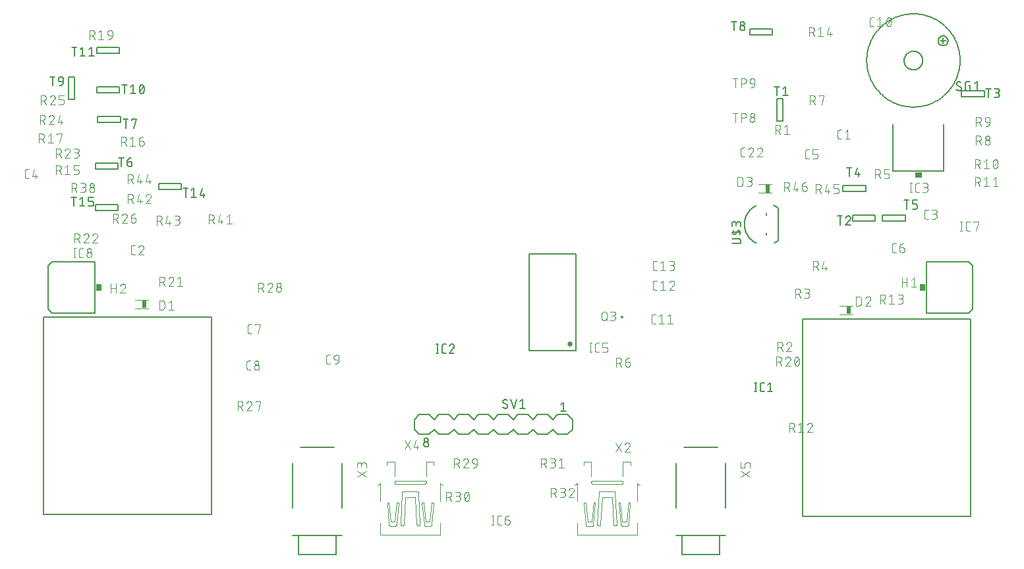
<source format=gbr>
G04 EAGLE Gerber X2 export*
%TF.Part,Single*%
%TF.FileFunction,Legend,Top,1*%
%TF.FilePolarity,Positive*%
%TF.GenerationSoftware,Autodesk,EAGLE,8.7.1*%
%TF.CreationDate,2018-03-30T22:44:39Z*%
G75*
%MOMM*%
%FSLAX34Y34*%
%LPD*%
%AMOC8*
5,1,8,0,0,1.08239X$1,22.5*%
G01*
%ADD10C,0.101600*%
%ADD11R,0.600000X1.100000*%
%ADD12C,0.127000*%
%ADD13C,0.203200*%
%ADD14R,0.762000X0.863600*%
%ADD15R,0.863600X0.762000*%
%ADD16C,0.667000*%
%ADD17C,0.350000*%
%ADD18C,0.152400*%


D10*
X1063611Y508508D02*
X1061014Y508508D01*
X1060915Y508510D01*
X1060815Y508516D01*
X1060716Y508525D01*
X1060618Y508538D01*
X1060520Y508555D01*
X1060422Y508576D01*
X1060326Y508601D01*
X1060231Y508629D01*
X1060137Y508661D01*
X1060044Y508696D01*
X1059952Y508735D01*
X1059862Y508778D01*
X1059774Y508823D01*
X1059687Y508873D01*
X1059603Y508925D01*
X1059520Y508981D01*
X1059440Y509039D01*
X1059362Y509101D01*
X1059287Y509166D01*
X1059214Y509234D01*
X1059144Y509304D01*
X1059076Y509377D01*
X1059011Y509452D01*
X1058949Y509530D01*
X1058891Y509610D01*
X1058835Y509693D01*
X1058783Y509777D01*
X1058733Y509864D01*
X1058688Y509952D01*
X1058645Y510042D01*
X1058606Y510134D01*
X1058571Y510227D01*
X1058539Y510321D01*
X1058511Y510416D01*
X1058486Y510512D01*
X1058465Y510610D01*
X1058448Y510708D01*
X1058435Y510806D01*
X1058426Y510905D01*
X1058420Y511005D01*
X1058418Y511104D01*
X1058418Y517596D01*
X1058420Y517695D01*
X1058426Y517795D01*
X1058435Y517894D01*
X1058448Y517992D01*
X1058465Y518090D01*
X1058486Y518188D01*
X1058511Y518284D01*
X1058539Y518379D01*
X1058571Y518473D01*
X1058606Y518566D01*
X1058645Y518658D01*
X1058688Y518748D01*
X1058733Y518836D01*
X1058783Y518923D01*
X1058835Y519007D01*
X1058891Y519090D01*
X1058949Y519170D01*
X1059011Y519248D01*
X1059076Y519323D01*
X1059144Y519396D01*
X1059214Y519466D01*
X1059287Y519534D01*
X1059362Y519599D01*
X1059440Y519661D01*
X1059520Y519719D01*
X1059603Y519775D01*
X1059687Y519827D01*
X1059774Y519877D01*
X1059862Y519922D01*
X1059952Y519965D01*
X1060044Y520004D01*
X1060136Y520039D01*
X1060231Y520071D01*
X1060326Y520099D01*
X1060422Y520124D01*
X1060520Y520145D01*
X1060618Y520162D01*
X1060716Y520175D01*
X1060815Y520184D01*
X1060915Y520190D01*
X1061014Y520192D01*
X1063611Y520192D01*
X1067976Y517596D02*
X1071222Y520192D01*
X1071222Y508508D01*
X1074467Y508508D02*
X1067976Y508508D01*
X1102369Y653288D02*
X1104966Y653288D01*
X1102369Y653288D02*
X1102270Y653290D01*
X1102170Y653296D01*
X1102071Y653305D01*
X1101973Y653318D01*
X1101875Y653335D01*
X1101777Y653356D01*
X1101681Y653381D01*
X1101586Y653409D01*
X1101492Y653441D01*
X1101399Y653476D01*
X1101307Y653515D01*
X1101217Y653558D01*
X1101129Y653603D01*
X1101042Y653653D01*
X1100958Y653705D01*
X1100875Y653761D01*
X1100795Y653819D01*
X1100717Y653881D01*
X1100642Y653946D01*
X1100569Y654014D01*
X1100499Y654084D01*
X1100431Y654157D01*
X1100366Y654232D01*
X1100304Y654310D01*
X1100246Y654390D01*
X1100190Y654473D01*
X1100138Y654557D01*
X1100088Y654644D01*
X1100043Y654732D01*
X1100000Y654822D01*
X1099961Y654914D01*
X1099926Y655007D01*
X1099894Y655101D01*
X1099866Y655196D01*
X1099841Y655292D01*
X1099820Y655390D01*
X1099803Y655488D01*
X1099790Y655586D01*
X1099781Y655685D01*
X1099775Y655785D01*
X1099773Y655884D01*
X1099773Y662376D01*
X1099775Y662475D01*
X1099781Y662575D01*
X1099790Y662674D01*
X1099803Y662772D01*
X1099820Y662870D01*
X1099841Y662968D01*
X1099866Y663064D01*
X1099894Y663159D01*
X1099926Y663253D01*
X1099961Y663346D01*
X1100000Y663438D01*
X1100043Y663528D01*
X1100088Y663616D01*
X1100138Y663703D01*
X1100190Y663787D01*
X1100246Y663870D01*
X1100304Y663950D01*
X1100366Y664028D01*
X1100431Y664103D01*
X1100499Y664176D01*
X1100569Y664246D01*
X1100642Y664314D01*
X1100717Y664379D01*
X1100795Y664441D01*
X1100875Y664499D01*
X1100958Y664555D01*
X1101042Y664607D01*
X1101129Y664657D01*
X1101217Y664702D01*
X1101307Y664745D01*
X1101399Y664784D01*
X1101491Y664819D01*
X1101586Y664851D01*
X1101681Y664879D01*
X1101777Y664904D01*
X1101875Y664925D01*
X1101973Y664942D01*
X1102071Y664955D01*
X1102170Y664964D01*
X1102270Y664970D01*
X1102369Y664972D01*
X1104966Y664972D01*
X1109331Y662376D02*
X1112576Y664972D01*
X1112576Y653288D01*
X1109331Y653288D02*
X1115822Y653288D01*
X1120761Y659130D02*
X1120764Y659360D01*
X1120772Y659590D01*
X1120786Y659819D01*
X1120805Y660048D01*
X1120830Y660277D01*
X1120860Y660504D01*
X1120895Y660732D01*
X1120936Y660958D01*
X1120982Y661183D01*
X1121034Y661407D01*
X1121091Y661629D01*
X1121153Y661851D01*
X1121221Y662070D01*
X1121294Y662288D01*
X1121372Y662505D01*
X1121455Y662719D01*
X1121543Y662931D01*
X1121636Y663141D01*
X1121735Y663349D01*
X1121734Y663349D02*
X1121767Y663439D01*
X1121803Y663528D01*
X1121843Y663616D01*
X1121887Y663701D01*
X1121934Y663785D01*
X1121984Y663867D01*
X1122038Y663947D01*
X1122094Y664024D01*
X1122154Y664100D01*
X1122217Y664173D01*
X1122282Y664243D01*
X1122351Y664311D01*
X1122422Y664375D01*
X1122495Y664437D01*
X1122571Y664496D01*
X1122649Y664552D01*
X1122730Y664605D01*
X1122812Y664654D01*
X1122896Y664700D01*
X1122983Y664743D01*
X1123070Y664782D01*
X1123160Y664818D01*
X1123250Y664850D01*
X1123342Y664878D01*
X1123435Y664903D01*
X1123529Y664924D01*
X1123623Y664941D01*
X1123718Y664955D01*
X1123814Y664964D01*
X1123910Y664970D01*
X1124006Y664972D01*
X1124102Y664970D01*
X1124198Y664964D01*
X1124294Y664955D01*
X1124389Y664941D01*
X1124483Y664924D01*
X1124577Y664903D01*
X1124670Y664878D01*
X1124762Y664850D01*
X1124852Y664818D01*
X1124942Y664782D01*
X1125029Y664743D01*
X1125116Y664700D01*
X1125200Y664654D01*
X1125282Y664605D01*
X1125363Y664552D01*
X1125441Y664496D01*
X1125517Y664437D01*
X1125590Y664375D01*
X1125661Y664311D01*
X1125730Y664243D01*
X1125795Y664173D01*
X1125858Y664100D01*
X1125918Y664024D01*
X1125974Y663947D01*
X1126028Y663867D01*
X1126078Y663785D01*
X1126125Y663701D01*
X1126169Y663616D01*
X1126209Y663528D01*
X1126245Y663439D01*
X1126278Y663349D01*
X1126279Y663349D02*
X1126378Y663142D01*
X1126471Y662932D01*
X1126559Y662719D01*
X1126642Y662505D01*
X1126720Y662289D01*
X1126793Y662071D01*
X1126861Y661851D01*
X1126923Y661630D01*
X1126980Y661407D01*
X1127032Y661183D01*
X1127078Y660958D01*
X1127119Y660732D01*
X1127154Y660505D01*
X1127184Y660277D01*
X1127209Y660048D01*
X1127228Y659819D01*
X1127242Y659590D01*
X1127250Y659360D01*
X1127253Y659130D01*
X1120761Y659130D02*
X1120764Y658900D01*
X1120772Y658670D01*
X1120786Y658441D01*
X1120805Y658212D01*
X1120830Y657983D01*
X1120860Y657755D01*
X1120895Y657528D01*
X1120936Y657302D01*
X1120982Y657077D01*
X1121034Y656853D01*
X1121091Y656630D01*
X1121153Y656409D01*
X1121221Y656189D01*
X1121294Y655971D01*
X1121372Y655755D01*
X1121455Y655541D01*
X1121543Y655329D01*
X1121636Y655118D01*
X1121735Y654911D01*
X1121734Y654911D02*
X1121767Y654821D01*
X1121803Y654732D01*
X1121844Y654644D01*
X1121887Y654559D01*
X1121934Y654475D01*
X1121984Y654393D01*
X1122038Y654313D01*
X1122094Y654236D01*
X1122154Y654160D01*
X1122217Y654087D01*
X1122282Y654017D01*
X1122351Y653949D01*
X1122422Y653885D01*
X1122495Y653823D01*
X1122571Y653764D01*
X1122649Y653708D01*
X1122730Y653655D01*
X1122812Y653606D01*
X1122896Y653560D01*
X1122983Y653517D01*
X1123070Y653478D01*
X1123160Y653442D01*
X1123250Y653410D01*
X1123342Y653382D01*
X1123435Y653357D01*
X1123529Y653336D01*
X1123623Y653319D01*
X1123718Y653305D01*
X1123814Y653296D01*
X1123910Y653290D01*
X1124006Y653288D01*
X1126278Y654911D02*
X1126377Y655118D01*
X1126470Y655329D01*
X1126558Y655541D01*
X1126641Y655755D01*
X1126719Y655971D01*
X1126792Y656189D01*
X1126860Y656409D01*
X1126922Y656630D01*
X1126979Y656853D01*
X1127031Y657077D01*
X1127077Y657302D01*
X1127118Y657528D01*
X1127153Y657755D01*
X1127183Y657983D01*
X1127208Y658212D01*
X1127227Y658441D01*
X1127241Y658670D01*
X1127249Y658900D01*
X1127252Y659130D01*
X1126278Y654911D02*
X1126245Y654821D01*
X1126209Y654732D01*
X1126169Y654644D01*
X1126125Y654559D01*
X1126078Y654475D01*
X1126028Y654393D01*
X1125974Y654313D01*
X1125918Y654236D01*
X1125858Y654160D01*
X1125795Y654087D01*
X1125730Y654017D01*
X1125661Y653949D01*
X1125590Y653885D01*
X1125517Y653823D01*
X1125441Y653764D01*
X1125363Y653708D01*
X1125282Y653655D01*
X1125200Y653606D01*
X1125116Y653560D01*
X1125029Y653517D01*
X1124942Y653478D01*
X1124852Y653442D01*
X1124762Y653410D01*
X1124670Y653382D01*
X1124577Y653357D01*
X1124483Y653336D01*
X1124389Y653319D01*
X1124294Y653305D01*
X1124198Y653296D01*
X1124102Y653290D01*
X1124006Y653288D01*
X1121410Y655884D02*
X1126603Y662376D01*
X824296Y271018D02*
X821699Y271018D01*
X821600Y271020D01*
X821500Y271026D01*
X821401Y271035D01*
X821303Y271048D01*
X821205Y271065D01*
X821107Y271086D01*
X821011Y271111D01*
X820916Y271139D01*
X820822Y271171D01*
X820729Y271206D01*
X820637Y271245D01*
X820547Y271288D01*
X820459Y271333D01*
X820372Y271383D01*
X820288Y271435D01*
X820205Y271491D01*
X820125Y271549D01*
X820047Y271611D01*
X819972Y271676D01*
X819899Y271744D01*
X819829Y271814D01*
X819761Y271887D01*
X819696Y271962D01*
X819634Y272040D01*
X819576Y272120D01*
X819520Y272203D01*
X819468Y272287D01*
X819418Y272374D01*
X819373Y272462D01*
X819330Y272552D01*
X819291Y272644D01*
X819256Y272737D01*
X819224Y272831D01*
X819196Y272926D01*
X819171Y273022D01*
X819150Y273120D01*
X819133Y273218D01*
X819120Y273316D01*
X819111Y273415D01*
X819105Y273515D01*
X819103Y273614D01*
X819103Y280106D01*
X819105Y280205D01*
X819111Y280305D01*
X819120Y280404D01*
X819133Y280502D01*
X819150Y280600D01*
X819171Y280698D01*
X819196Y280794D01*
X819224Y280889D01*
X819256Y280983D01*
X819291Y281076D01*
X819330Y281168D01*
X819373Y281258D01*
X819418Y281346D01*
X819468Y281433D01*
X819520Y281517D01*
X819576Y281600D01*
X819634Y281680D01*
X819696Y281758D01*
X819761Y281833D01*
X819829Y281906D01*
X819899Y281976D01*
X819972Y282044D01*
X820047Y282109D01*
X820125Y282171D01*
X820205Y282229D01*
X820288Y282285D01*
X820372Y282337D01*
X820459Y282387D01*
X820547Y282432D01*
X820637Y282475D01*
X820729Y282514D01*
X820821Y282549D01*
X820916Y282581D01*
X821011Y282609D01*
X821107Y282634D01*
X821205Y282655D01*
X821303Y282672D01*
X821401Y282685D01*
X821500Y282694D01*
X821600Y282700D01*
X821699Y282702D01*
X824296Y282702D01*
X828661Y280106D02*
X831906Y282702D01*
X831906Y271018D01*
X828661Y271018D02*
X835152Y271018D01*
X840091Y280106D02*
X843336Y282702D01*
X843336Y271018D01*
X840091Y271018D02*
X846582Y271018D01*
X826121Y314198D02*
X823524Y314198D01*
X823425Y314200D01*
X823325Y314206D01*
X823226Y314215D01*
X823128Y314228D01*
X823030Y314245D01*
X822932Y314266D01*
X822836Y314291D01*
X822741Y314319D01*
X822647Y314351D01*
X822554Y314386D01*
X822462Y314425D01*
X822372Y314468D01*
X822284Y314513D01*
X822197Y314563D01*
X822113Y314615D01*
X822030Y314671D01*
X821950Y314729D01*
X821872Y314791D01*
X821797Y314856D01*
X821724Y314924D01*
X821654Y314994D01*
X821586Y315067D01*
X821521Y315142D01*
X821459Y315220D01*
X821401Y315300D01*
X821345Y315383D01*
X821293Y315467D01*
X821243Y315554D01*
X821198Y315642D01*
X821155Y315732D01*
X821116Y315824D01*
X821081Y315917D01*
X821049Y316011D01*
X821021Y316106D01*
X820996Y316202D01*
X820975Y316300D01*
X820958Y316398D01*
X820945Y316496D01*
X820936Y316595D01*
X820930Y316695D01*
X820928Y316794D01*
X820928Y323286D01*
X820930Y323385D01*
X820936Y323485D01*
X820945Y323584D01*
X820958Y323682D01*
X820975Y323780D01*
X820996Y323878D01*
X821021Y323974D01*
X821049Y324069D01*
X821081Y324163D01*
X821116Y324256D01*
X821155Y324348D01*
X821198Y324438D01*
X821243Y324526D01*
X821293Y324613D01*
X821345Y324697D01*
X821401Y324780D01*
X821459Y324860D01*
X821521Y324938D01*
X821586Y325013D01*
X821654Y325086D01*
X821724Y325156D01*
X821797Y325224D01*
X821872Y325289D01*
X821950Y325351D01*
X822030Y325409D01*
X822113Y325465D01*
X822197Y325517D01*
X822284Y325567D01*
X822372Y325612D01*
X822462Y325655D01*
X822554Y325694D01*
X822646Y325729D01*
X822741Y325761D01*
X822836Y325789D01*
X822932Y325814D01*
X823030Y325835D01*
X823128Y325852D01*
X823226Y325865D01*
X823325Y325874D01*
X823425Y325880D01*
X823524Y325882D01*
X826121Y325882D01*
X830486Y323286D02*
X833732Y325882D01*
X833732Y314198D01*
X836977Y314198D02*
X830486Y314198D01*
X845486Y325882D02*
X845593Y325880D01*
X845699Y325874D01*
X845805Y325864D01*
X845911Y325851D01*
X846017Y325833D01*
X846121Y325812D01*
X846225Y325787D01*
X846328Y325758D01*
X846429Y325726D01*
X846529Y325689D01*
X846628Y325649D01*
X846726Y325606D01*
X846822Y325559D01*
X846916Y325508D01*
X847008Y325454D01*
X847098Y325397D01*
X847186Y325337D01*
X847271Y325273D01*
X847354Y325206D01*
X847435Y325136D01*
X847513Y325064D01*
X847589Y324988D01*
X847661Y324910D01*
X847731Y324829D01*
X847798Y324746D01*
X847862Y324661D01*
X847922Y324573D01*
X847979Y324483D01*
X848033Y324391D01*
X848084Y324297D01*
X848131Y324201D01*
X848174Y324103D01*
X848214Y324004D01*
X848251Y323904D01*
X848283Y323803D01*
X848312Y323700D01*
X848337Y323596D01*
X848358Y323492D01*
X848376Y323386D01*
X848389Y323280D01*
X848399Y323174D01*
X848405Y323068D01*
X848407Y322961D01*
X845486Y325882D02*
X845365Y325880D01*
X845244Y325874D01*
X845124Y325864D01*
X845003Y325851D01*
X844884Y325833D01*
X844764Y325812D01*
X844646Y325787D01*
X844529Y325758D01*
X844412Y325725D01*
X844297Y325689D01*
X844183Y325648D01*
X844070Y325605D01*
X843958Y325557D01*
X843849Y325506D01*
X843741Y325451D01*
X843634Y325393D01*
X843530Y325332D01*
X843428Y325267D01*
X843328Y325199D01*
X843230Y325128D01*
X843134Y325054D01*
X843041Y324977D01*
X842951Y324896D01*
X842863Y324813D01*
X842778Y324727D01*
X842695Y324638D01*
X842616Y324547D01*
X842539Y324453D01*
X842466Y324357D01*
X842396Y324259D01*
X842329Y324158D01*
X842265Y324055D01*
X842205Y323950D01*
X842148Y323843D01*
X842094Y323735D01*
X842044Y323625D01*
X841998Y323513D01*
X841955Y323400D01*
X841916Y323285D01*
X847434Y320689D02*
X847513Y320766D01*
X847589Y320847D01*
X847662Y320930D01*
X847732Y321015D01*
X847799Y321103D01*
X847863Y321193D01*
X847923Y321285D01*
X847980Y321380D01*
X848034Y321476D01*
X848085Y321574D01*
X848132Y321674D01*
X848176Y321776D01*
X848216Y321879D01*
X848252Y321983D01*
X848284Y322089D01*
X848313Y322195D01*
X848338Y322303D01*
X848360Y322411D01*
X848377Y322521D01*
X848391Y322630D01*
X848400Y322740D01*
X848406Y322851D01*
X848408Y322961D01*
X847434Y320689D02*
X841916Y314198D01*
X848407Y314198D01*
X826121Y339598D02*
X823524Y339598D01*
X823425Y339600D01*
X823325Y339606D01*
X823226Y339615D01*
X823128Y339628D01*
X823030Y339645D01*
X822932Y339666D01*
X822836Y339691D01*
X822741Y339719D01*
X822647Y339751D01*
X822554Y339786D01*
X822462Y339825D01*
X822372Y339868D01*
X822284Y339913D01*
X822197Y339963D01*
X822113Y340015D01*
X822030Y340071D01*
X821950Y340129D01*
X821872Y340191D01*
X821797Y340256D01*
X821724Y340324D01*
X821654Y340394D01*
X821586Y340467D01*
X821521Y340542D01*
X821459Y340620D01*
X821401Y340700D01*
X821345Y340783D01*
X821293Y340867D01*
X821243Y340954D01*
X821198Y341042D01*
X821155Y341132D01*
X821116Y341224D01*
X821081Y341317D01*
X821049Y341411D01*
X821021Y341506D01*
X820996Y341602D01*
X820975Y341700D01*
X820958Y341798D01*
X820945Y341896D01*
X820936Y341995D01*
X820930Y342095D01*
X820928Y342194D01*
X820928Y348686D01*
X820930Y348785D01*
X820936Y348885D01*
X820945Y348984D01*
X820958Y349082D01*
X820975Y349180D01*
X820996Y349278D01*
X821021Y349374D01*
X821049Y349469D01*
X821081Y349563D01*
X821116Y349656D01*
X821155Y349748D01*
X821198Y349838D01*
X821243Y349926D01*
X821293Y350013D01*
X821345Y350097D01*
X821401Y350180D01*
X821459Y350260D01*
X821521Y350338D01*
X821586Y350413D01*
X821654Y350486D01*
X821724Y350556D01*
X821797Y350624D01*
X821872Y350689D01*
X821950Y350751D01*
X822030Y350809D01*
X822113Y350865D01*
X822197Y350917D01*
X822284Y350967D01*
X822372Y351012D01*
X822462Y351055D01*
X822554Y351094D01*
X822646Y351129D01*
X822741Y351161D01*
X822836Y351189D01*
X822932Y351214D01*
X823030Y351235D01*
X823128Y351252D01*
X823226Y351265D01*
X823325Y351274D01*
X823425Y351280D01*
X823524Y351282D01*
X826121Y351282D01*
X830486Y348686D02*
X833732Y351282D01*
X833732Y339598D01*
X836977Y339598D02*
X830486Y339598D01*
X841916Y339598D02*
X845162Y339598D01*
X845275Y339600D01*
X845388Y339606D01*
X845501Y339616D01*
X845614Y339630D01*
X845726Y339647D01*
X845837Y339669D01*
X845947Y339694D01*
X846057Y339724D01*
X846165Y339757D01*
X846272Y339794D01*
X846378Y339834D01*
X846482Y339879D01*
X846585Y339927D01*
X846686Y339978D01*
X846785Y340033D01*
X846882Y340091D01*
X846977Y340153D01*
X847070Y340218D01*
X847160Y340286D01*
X847248Y340357D01*
X847334Y340432D01*
X847417Y340509D01*
X847497Y340589D01*
X847574Y340672D01*
X847649Y340758D01*
X847720Y340846D01*
X847788Y340936D01*
X847853Y341029D01*
X847915Y341124D01*
X847973Y341221D01*
X848028Y341320D01*
X848079Y341421D01*
X848127Y341524D01*
X848172Y341628D01*
X848212Y341734D01*
X848249Y341841D01*
X848282Y341949D01*
X848312Y342059D01*
X848337Y342169D01*
X848359Y342280D01*
X848376Y342392D01*
X848390Y342505D01*
X848400Y342618D01*
X848406Y342731D01*
X848408Y342844D01*
X848406Y342957D01*
X848400Y343070D01*
X848390Y343183D01*
X848376Y343296D01*
X848359Y343408D01*
X848337Y343519D01*
X848312Y343629D01*
X848282Y343739D01*
X848249Y343847D01*
X848212Y343954D01*
X848172Y344060D01*
X848127Y344164D01*
X848079Y344267D01*
X848028Y344368D01*
X847973Y344467D01*
X847915Y344564D01*
X847853Y344659D01*
X847788Y344752D01*
X847720Y344842D01*
X847649Y344930D01*
X847574Y345016D01*
X847497Y345099D01*
X847417Y345179D01*
X847334Y345256D01*
X847248Y345331D01*
X847160Y345402D01*
X847070Y345470D01*
X846977Y345535D01*
X846882Y345597D01*
X846785Y345655D01*
X846686Y345710D01*
X846585Y345761D01*
X846482Y345809D01*
X846378Y345854D01*
X846272Y345894D01*
X846165Y345931D01*
X846057Y345964D01*
X845947Y345994D01*
X845837Y346019D01*
X845726Y346041D01*
X845614Y346058D01*
X845501Y346072D01*
X845388Y346082D01*
X845275Y346088D01*
X845162Y346090D01*
X845811Y351282D02*
X841916Y351282D01*
X845811Y351282D02*
X845912Y351280D01*
X846012Y351274D01*
X846112Y351264D01*
X846212Y351251D01*
X846311Y351233D01*
X846410Y351212D01*
X846507Y351187D01*
X846604Y351158D01*
X846699Y351125D01*
X846793Y351089D01*
X846885Y351049D01*
X846976Y351006D01*
X847065Y350959D01*
X847152Y350909D01*
X847238Y350855D01*
X847321Y350798D01*
X847401Y350738D01*
X847480Y350675D01*
X847556Y350608D01*
X847629Y350539D01*
X847699Y350467D01*
X847767Y350393D01*
X847832Y350316D01*
X847893Y350236D01*
X847952Y350154D01*
X848007Y350070D01*
X848059Y349984D01*
X848108Y349896D01*
X848153Y349806D01*
X848195Y349714D01*
X848233Y349621D01*
X848267Y349526D01*
X848298Y349431D01*
X848325Y349334D01*
X848348Y349236D01*
X848368Y349137D01*
X848383Y349037D01*
X848395Y348937D01*
X848403Y348837D01*
X848407Y348736D01*
X848407Y348636D01*
X848403Y348535D01*
X848395Y348435D01*
X848383Y348335D01*
X848368Y348235D01*
X848348Y348136D01*
X848325Y348038D01*
X848298Y347941D01*
X848267Y347846D01*
X848233Y347751D01*
X848195Y347658D01*
X848153Y347566D01*
X848108Y347476D01*
X848059Y347388D01*
X848007Y347302D01*
X847952Y347218D01*
X847893Y347136D01*
X847832Y347056D01*
X847767Y346979D01*
X847699Y346905D01*
X847629Y346833D01*
X847556Y346764D01*
X847480Y346697D01*
X847401Y346634D01*
X847321Y346574D01*
X847238Y346517D01*
X847152Y346463D01*
X847065Y346413D01*
X846976Y346366D01*
X846885Y346323D01*
X846793Y346283D01*
X846699Y346247D01*
X846604Y346214D01*
X846507Y346185D01*
X846410Y346160D01*
X846311Y346139D01*
X846212Y346121D01*
X846112Y346108D01*
X846012Y346098D01*
X845912Y346092D01*
X845811Y346090D01*
X845811Y346089D02*
X843214Y346089D01*
X155561Y359918D02*
X152964Y359918D01*
X152865Y359920D01*
X152765Y359926D01*
X152666Y359935D01*
X152568Y359948D01*
X152470Y359965D01*
X152372Y359986D01*
X152276Y360011D01*
X152181Y360039D01*
X152087Y360071D01*
X151994Y360106D01*
X151902Y360145D01*
X151812Y360188D01*
X151724Y360233D01*
X151637Y360283D01*
X151553Y360335D01*
X151470Y360391D01*
X151390Y360449D01*
X151312Y360511D01*
X151237Y360576D01*
X151164Y360644D01*
X151094Y360714D01*
X151026Y360787D01*
X150961Y360862D01*
X150899Y360940D01*
X150841Y361020D01*
X150785Y361103D01*
X150733Y361187D01*
X150683Y361274D01*
X150638Y361362D01*
X150595Y361452D01*
X150556Y361544D01*
X150521Y361637D01*
X150489Y361731D01*
X150461Y361826D01*
X150436Y361922D01*
X150415Y362020D01*
X150398Y362118D01*
X150385Y362216D01*
X150376Y362315D01*
X150370Y362415D01*
X150368Y362514D01*
X150368Y369006D01*
X150370Y369105D01*
X150376Y369205D01*
X150385Y369304D01*
X150398Y369402D01*
X150415Y369500D01*
X150436Y369598D01*
X150461Y369694D01*
X150489Y369789D01*
X150521Y369883D01*
X150556Y369976D01*
X150595Y370068D01*
X150638Y370158D01*
X150683Y370246D01*
X150733Y370333D01*
X150785Y370417D01*
X150841Y370500D01*
X150899Y370580D01*
X150961Y370658D01*
X151026Y370733D01*
X151094Y370806D01*
X151164Y370876D01*
X151237Y370944D01*
X151312Y371009D01*
X151390Y371071D01*
X151470Y371129D01*
X151553Y371185D01*
X151637Y371237D01*
X151724Y371287D01*
X151812Y371332D01*
X151902Y371375D01*
X151994Y371414D01*
X152086Y371449D01*
X152181Y371481D01*
X152276Y371509D01*
X152372Y371534D01*
X152470Y371555D01*
X152568Y371572D01*
X152666Y371585D01*
X152765Y371594D01*
X152865Y371600D01*
X152964Y371602D01*
X155561Y371602D01*
X163496Y371602D02*
X163603Y371600D01*
X163709Y371594D01*
X163815Y371584D01*
X163921Y371571D01*
X164027Y371553D01*
X164131Y371532D01*
X164235Y371507D01*
X164338Y371478D01*
X164439Y371446D01*
X164539Y371409D01*
X164638Y371369D01*
X164736Y371326D01*
X164832Y371279D01*
X164926Y371228D01*
X165018Y371174D01*
X165108Y371117D01*
X165196Y371057D01*
X165281Y370993D01*
X165364Y370926D01*
X165445Y370856D01*
X165523Y370784D01*
X165599Y370708D01*
X165671Y370630D01*
X165741Y370549D01*
X165808Y370466D01*
X165872Y370381D01*
X165932Y370293D01*
X165989Y370203D01*
X166043Y370111D01*
X166094Y370017D01*
X166141Y369921D01*
X166184Y369823D01*
X166224Y369724D01*
X166261Y369624D01*
X166293Y369523D01*
X166322Y369420D01*
X166347Y369316D01*
X166368Y369212D01*
X166386Y369106D01*
X166399Y369000D01*
X166409Y368894D01*
X166415Y368788D01*
X166417Y368681D01*
X163496Y371602D02*
X163375Y371600D01*
X163254Y371594D01*
X163134Y371584D01*
X163013Y371571D01*
X162894Y371553D01*
X162774Y371532D01*
X162656Y371507D01*
X162539Y371478D01*
X162422Y371445D01*
X162307Y371409D01*
X162193Y371368D01*
X162080Y371325D01*
X161968Y371277D01*
X161859Y371226D01*
X161751Y371171D01*
X161644Y371113D01*
X161540Y371052D01*
X161438Y370987D01*
X161338Y370919D01*
X161240Y370848D01*
X161144Y370774D01*
X161051Y370697D01*
X160961Y370616D01*
X160873Y370533D01*
X160788Y370447D01*
X160705Y370358D01*
X160626Y370267D01*
X160549Y370173D01*
X160476Y370077D01*
X160406Y369979D01*
X160339Y369878D01*
X160275Y369775D01*
X160215Y369670D01*
X160158Y369563D01*
X160104Y369455D01*
X160054Y369345D01*
X160008Y369233D01*
X159965Y369120D01*
X159926Y369005D01*
X165444Y366409D02*
X165523Y366486D01*
X165599Y366567D01*
X165672Y366650D01*
X165742Y366735D01*
X165809Y366823D01*
X165873Y366913D01*
X165933Y367005D01*
X165990Y367100D01*
X166044Y367196D01*
X166095Y367294D01*
X166142Y367394D01*
X166186Y367496D01*
X166226Y367599D01*
X166262Y367703D01*
X166294Y367809D01*
X166323Y367915D01*
X166348Y368023D01*
X166370Y368131D01*
X166387Y368241D01*
X166401Y368350D01*
X166410Y368460D01*
X166416Y368571D01*
X166418Y368681D01*
X165444Y366409D02*
X159926Y359918D01*
X166417Y359918D01*
X936554Y485648D02*
X939151Y485648D01*
X936554Y485648D02*
X936455Y485650D01*
X936355Y485656D01*
X936256Y485665D01*
X936158Y485678D01*
X936060Y485695D01*
X935962Y485716D01*
X935866Y485741D01*
X935771Y485769D01*
X935677Y485801D01*
X935584Y485836D01*
X935492Y485875D01*
X935402Y485918D01*
X935314Y485963D01*
X935227Y486013D01*
X935143Y486065D01*
X935060Y486121D01*
X934980Y486179D01*
X934902Y486241D01*
X934827Y486306D01*
X934754Y486374D01*
X934684Y486444D01*
X934616Y486517D01*
X934551Y486592D01*
X934489Y486670D01*
X934431Y486750D01*
X934375Y486833D01*
X934323Y486917D01*
X934273Y487004D01*
X934228Y487092D01*
X934185Y487182D01*
X934146Y487274D01*
X934111Y487367D01*
X934079Y487461D01*
X934051Y487556D01*
X934026Y487652D01*
X934005Y487750D01*
X933988Y487848D01*
X933975Y487946D01*
X933966Y488045D01*
X933960Y488145D01*
X933958Y488244D01*
X933958Y494736D01*
X933960Y494835D01*
X933966Y494935D01*
X933975Y495034D01*
X933988Y495132D01*
X934005Y495230D01*
X934026Y495328D01*
X934051Y495424D01*
X934079Y495519D01*
X934111Y495613D01*
X934146Y495706D01*
X934185Y495798D01*
X934228Y495888D01*
X934273Y495976D01*
X934323Y496063D01*
X934375Y496147D01*
X934431Y496230D01*
X934489Y496310D01*
X934551Y496388D01*
X934616Y496463D01*
X934684Y496536D01*
X934754Y496606D01*
X934827Y496674D01*
X934902Y496739D01*
X934980Y496801D01*
X935060Y496859D01*
X935143Y496915D01*
X935227Y496967D01*
X935314Y497017D01*
X935402Y497062D01*
X935492Y497105D01*
X935584Y497144D01*
X935676Y497179D01*
X935771Y497211D01*
X935866Y497239D01*
X935962Y497264D01*
X936060Y497285D01*
X936158Y497302D01*
X936256Y497315D01*
X936355Y497324D01*
X936455Y497330D01*
X936554Y497332D01*
X939151Y497332D01*
X947086Y497332D02*
X947193Y497330D01*
X947299Y497324D01*
X947405Y497314D01*
X947511Y497301D01*
X947617Y497283D01*
X947721Y497262D01*
X947825Y497237D01*
X947928Y497208D01*
X948029Y497176D01*
X948129Y497139D01*
X948228Y497099D01*
X948326Y497056D01*
X948422Y497009D01*
X948516Y496958D01*
X948608Y496904D01*
X948698Y496847D01*
X948786Y496787D01*
X948871Y496723D01*
X948954Y496656D01*
X949035Y496586D01*
X949113Y496514D01*
X949189Y496438D01*
X949261Y496360D01*
X949331Y496279D01*
X949398Y496196D01*
X949462Y496111D01*
X949522Y496023D01*
X949579Y495933D01*
X949633Y495841D01*
X949684Y495747D01*
X949731Y495651D01*
X949774Y495553D01*
X949814Y495454D01*
X949851Y495354D01*
X949883Y495253D01*
X949912Y495150D01*
X949937Y495046D01*
X949958Y494942D01*
X949976Y494836D01*
X949989Y494730D01*
X949999Y494624D01*
X950005Y494518D01*
X950007Y494411D01*
X947086Y497332D02*
X946965Y497330D01*
X946844Y497324D01*
X946724Y497314D01*
X946603Y497301D01*
X946484Y497283D01*
X946364Y497262D01*
X946246Y497237D01*
X946129Y497208D01*
X946012Y497175D01*
X945897Y497139D01*
X945783Y497098D01*
X945670Y497055D01*
X945558Y497007D01*
X945449Y496956D01*
X945341Y496901D01*
X945234Y496843D01*
X945130Y496782D01*
X945028Y496717D01*
X944928Y496649D01*
X944830Y496578D01*
X944734Y496504D01*
X944641Y496427D01*
X944551Y496346D01*
X944463Y496263D01*
X944378Y496177D01*
X944295Y496088D01*
X944216Y495997D01*
X944139Y495903D01*
X944066Y495807D01*
X943996Y495709D01*
X943929Y495608D01*
X943865Y495505D01*
X943805Y495400D01*
X943748Y495293D01*
X943694Y495185D01*
X943644Y495075D01*
X943598Y494963D01*
X943555Y494850D01*
X943516Y494735D01*
X949034Y492139D02*
X949113Y492216D01*
X949189Y492297D01*
X949262Y492380D01*
X949332Y492465D01*
X949399Y492553D01*
X949463Y492643D01*
X949523Y492735D01*
X949580Y492830D01*
X949634Y492926D01*
X949685Y493024D01*
X949732Y493124D01*
X949776Y493226D01*
X949816Y493329D01*
X949852Y493433D01*
X949884Y493539D01*
X949913Y493645D01*
X949938Y493753D01*
X949960Y493861D01*
X949977Y493971D01*
X949991Y494080D01*
X950000Y494190D01*
X950006Y494301D01*
X950008Y494411D01*
X949034Y492139D02*
X943516Y485648D01*
X950007Y485648D01*
X961437Y494411D02*
X961435Y494518D01*
X961429Y494624D01*
X961419Y494730D01*
X961406Y494836D01*
X961388Y494942D01*
X961367Y495046D01*
X961342Y495150D01*
X961313Y495253D01*
X961281Y495354D01*
X961244Y495454D01*
X961204Y495553D01*
X961161Y495651D01*
X961114Y495747D01*
X961063Y495841D01*
X961009Y495933D01*
X960952Y496023D01*
X960892Y496111D01*
X960828Y496196D01*
X960761Y496279D01*
X960691Y496360D01*
X960619Y496438D01*
X960543Y496514D01*
X960465Y496586D01*
X960384Y496656D01*
X960301Y496723D01*
X960216Y496787D01*
X960128Y496847D01*
X960038Y496904D01*
X959946Y496958D01*
X959852Y497009D01*
X959756Y497056D01*
X959658Y497099D01*
X959559Y497139D01*
X959459Y497176D01*
X959358Y497208D01*
X959255Y497237D01*
X959151Y497262D01*
X959047Y497283D01*
X958941Y497301D01*
X958835Y497314D01*
X958729Y497324D01*
X958623Y497330D01*
X958516Y497332D01*
X958395Y497330D01*
X958274Y497324D01*
X958154Y497314D01*
X958033Y497301D01*
X957914Y497283D01*
X957794Y497262D01*
X957676Y497237D01*
X957559Y497208D01*
X957442Y497175D01*
X957327Y497139D01*
X957213Y497098D01*
X957100Y497055D01*
X956988Y497007D01*
X956879Y496956D01*
X956771Y496901D01*
X956664Y496843D01*
X956560Y496782D01*
X956458Y496717D01*
X956358Y496649D01*
X956260Y496578D01*
X956164Y496504D01*
X956071Y496427D01*
X955981Y496346D01*
X955893Y496263D01*
X955808Y496177D01*
X955725Y496088D01*
X955646Y495997D01*
X955569Y495903D01*
X955496Y495807D01*
X955426Y495709D01*
X955359Y495608D01*
X955295Y495505D01*
X955235Y495400D01*
X955178Y495293D01*
X955124Y495185D01*
X955074Y495075D01*
X955028Y494963D01*
X954985Y494850D01*
X954946Y494735D01*
X960464Y492139D02*
X960543Y492216D01*
X960619Y492297D01*
X960692Y492380D01*
X960762Y492465D01*
X960829Y492553D01*
X960893Y492643D01*
X960953Y492735D01*
X961010Y492830D01*
X961064Y492926D01*
X961115Y493024D01*
X961162Y493124D01*
X961206Y493226D01*
X961246Y493329D01*
X961282Y493433D01*
X961314Y493539D01*
X961343Y493645D01*
X961368Y493753D01*
X961390Y493861D01*
X961407Y493971D01*
X961421Y494080D01*
X961430Y494190D01*
X961436Y494301D01*
X961438Y494411D01*
X960464Y492139D02*
X954946Y485648D01*
X961437Y485648D01*
X1172219Y405638D02*
X1174816Y405638D01*
X1172219Y405638D02*
X1172120Y405640D01*
X1172020Y405646D01*
X1171921Y405655D01*
X1171823Y405668D01*
X1171725Y405685D01*
X1171627Y405706D01*
X1171531Y405731D01*
X1171436Y405759D01*
X1171342Y405791D01*
X1171249Y405826D01*
X1171157Y405865D01*
X1171067Y405908D01*
X1170979Y405953D01*
X1170892Y406003D01*
X1170808Y406055D01*
X1170725Y406111D01*
X1170645Y406169D01*
X1170567Y406231D01*
X1170492Y406296D01*
X1170419Y406364D01*
X1170349Y406434D01*
X1170281Y406507D01*
X1170216Y406582D01*
X1170154Y406660D01*
X1170096Y406740D01*
X1170040Y406823D01*
X1169988Y406907D01*
X1169938Y406994D01*
X1169893Y407082D01*
X1169850Y407172D01*
X1169811Y407264D01*
X1169776Y407357D01*
X1169744Y407451D01*
X1169716Y407546D01*
X1169691Y407642D01*
X1169670Y407740D01*
X1169653Y407838D01*
X1169640Y407936D01*
X1169631Y408035D01*
X1169625Y408135D01*
X1169623Y408234D01*
X1169623Y414726D01*
X1169625Y414825D01*
X1169631Y414925D01*
X1169640Y415024D01*
X1169653Y415122D01*
X1169670Y415220D01*
X1169691Y415318D01*
X1169716Y415414D01*
X1169744Y415509D01*
X1169776Y415603D01*
X1169811Y415696D01*
X1169850Y415788D01*
X1169893Y415878D01*
X1169938Y415966D01*
X1169988Y416053D01*
X1170040Y416137D01*
X1170096Y416220D01*
X1170154Y416300D01*
X1170216Y416378D01*
X1170281Y416453D01*
X1170349Y416526D01*
X1170419Y416596D01*
X1170492Y416664D01*
X1170567Y416729D01*
X1170645Y416791D01*
X1170725Y416849D01*
X1170808Y416905D01*
X1170892Y416957D01*
X1170979Y417007D01*
X1171067Y417052D01*
X1171157Y417095D01*
X1171249Y417134D01*
X1171341Y417169D01*
X1171436Y417201D01*
X1171531Y417229D01*
X1171627Y417254D01*
X1171725Y417275D01*
X1171823Y417292D01*
X1171921Y417305D01*
X1172020Y417314D01*
X1172120Y417320D01*
X1172219Y417322D01*
X1174816Y417322D01*
X1179181Y405638D02*
X1182426Y405638D01*
X1182539Y405640D01*
X1182652Y405646D01*
X1182765Y405656D01*
X1182878Y405670D01*
X1182990Y405687D01*
X1183101Y405709D01*
X1183211Y405734D01*
X1183321Y405764D01*
X1183429Y405797D01*
X1183536Y405834D01*
X1183642Y405874D01*
X1183746Y405919D01*
X1183849Y405967D01*
X1183950Y406018D01*
X1184049Y406073D01*
X1184146Y406131D01*
X1184241Y406193D01*
X1184334Y406258D01*
X1184424Y406326D01*
X1184512Y406397D01*
X1184598Y406472D01*
X1184681Y406549D01*
X1184761Y406629D01*
X1184838Y406712D01*
X1184913Y406798D01*
X1184984Y406886D01*
X1185052Y406976D01*
X1185117Y407069D01*
X1185179Y407164D01*
X1185237Y407261D01*
X1185292Y407360D01*
X1185343Y407461D01*
X1185391Y407564D01*
X1185436Y407668D01*
X1185476Y407774D01*
X1185513Y407881D01*
X1185546Y407989D01*
X1185576Y408099D01*
X1185601Y408209D01*
X1185623Y408320D01*
X1185640Y408432D01*
X1185654Y408545D01*
X1185664Y408658D01*
X1185670Y408771D01*
X1185672Y408884D01*
X1185670Y408997D01*
X1185664Y409110D01*
X1185654Y409223D01*
X1185640Y409336D01*
X1185623Y409448D01*
X1185601Y409559D01*
X1185576Y409669D01*
X1185546Y409779D01*
X1185513Y409887D01*
X1185476Y409994D01*
X1185436Y410100D01*
X1185391Y410204D01*
X1185343Y410307D01*
X1185292Y410408D01*
X1185237Y410507D01*
X1185179Y410604D01*
X1185117Y410699D01*
X1185052Y410792D01*
X1184984Y410882D01*
X1184913Y410970D01*
X1184838Y411056D01*
X1184761Y411139D01*
X1184681Y411219D01*
X1184598Y411296D01*
X1184512Y411371D01*
X1184424Y411442D01*
X1184334Y411510D01*
X1184241Y411575D01*
X1184146Y411637D01*
X1184049Y411695D01*
X1183950Y411750D01*
X1183849Y411801D01*
X1183746Y411849D01*
X1183642Y411894D01*
X1183536Y411934D01*
X1183429Y411971D01*
X1183321Y412004D01*
X1183211Y412034D01*
X1183101Y412059D01*
X1182990Y412081D01*
X1182878Y412098D01*
X1182765Y412112D01*
X1182652Y412122D01*
X1182539Y412128D01*
X1182426Y412130D01*
X1183076Y417322D02*
X1179181Y417322D01*
X1183076Y417322D02*
X1183177Y417320D01*
X1183277Y417314D01*
X1183377Y417304D01*
X1183477Y417291D01*
X1183576Y417273D01*
X1183675Y417252D01*
X1183772Y417227D01*
X1183869Y417198D01*
X1183964Y417165D01*
X1184058Y417129D01*
X1184150Y417089D01*
X1184241Y417046D01*
X1184330Y416999D01*
X1184417Y416949D01*
X1184503Y416895D01*
X1184586Y416838D01*
X1184666Y416778D01*
X1184745Y416715D01*
X1184821Y416648D01*
X1184894Y416579D01*
X1184964Y416507D01*
X1185032Y416433D01*
X1185097Y416356D01*
X1185158Y416276D01*
X1185217Y416194D01*
X1185272Y416110D01*
X1185324Y416024D01*
X1185373Y415936D01*
X1185418Y415846D01*
X1185460Y415754D01*
X1185498Y415661D01*
X1185532Y415566D01*
X1185563Y415471D01*
X1185590Y415374D01*
X1185613Y415276D01*
X1185633Y415177D01*
X1185648Y415077D01*
X1185660Y414977D01*
X1185668Y414877D01*
X1185672Y414776D01*
X1185672Y414676D01*
X1185668Y414575D01*
X1185660Y414475D01*
X1185648Y414375D01*
X1185633Y414275D01*
X1185613Y414176D01*
X1185590Y414078D01*
X1185563Y413981D01*
X1185532Y413886D01*
X1185498Y413791D01*
X1185460Y413698D01*
X1185418Y413606D01*
X1185373Y413516D01*
X1185324Y413428D01*
X1185272Y413342D01*
X1185217Y413258D01*
X1185158Y413176D01*
X1185097Y413096D01*
X1185032Y413019D01*
X1184964Y412945D01*
X1184894Y412873D01*
X1184821Y412804D01*
X1184745Y412737D01*
X1184666Y412674D01*
X1184586Y412614D01*
X1184503Y412557D01*
X1184417Y412503D01*
X1184330Y412453D01*
X1184241Y412406D01*
X1184150Y412363D01*
X1184058Y412323D01*
X1183964Y412287D01*
X1183869Y412254D01*
X1183772Y412225D01*
X1183675Y412200D01*
X1183576Y412179D01*
X1183477Y412161D01*
X1183377Y412148D01*
X1183277Y412138D01*
X1183177Y412132D01*
X1183076Y412130D01*
X1183076Y412129D02*
X1180479Y412129D01*
X19116Y457708D02*
X16519Y457708D01*
X16420Y457710D01*
X16320Y457716D01*
X16221Y457725D01*
X16123Y457738D01*
X16025Y457755D01*
X15927Y457776D01*
X15831Y457801D01*
X15736Y457829D01*
X15642Y457861D01*
X15549Y457896D01*
X15457Y457935D01*
X15367Y457978D01*
X15279Y458023D01*
X15192Y458073D01*
X15108Y458125D01*
X15025Y458181D01*
X14945Y458239D01*
X14867Y458301D01*
X14792Y458366D01*
X14719Y458434D01*
X14649Y458504D01*
X14581Y458577D01*
X14516Y458652D01*
X14454Y458730D01*
X14396Y458810D01*
X14340Y458893D01*
X14288Y458977D01*
X14238Y459064D01*
X14193Y459152D01*
X14150Y459242D01*
X14111Y459334D01*
X14076Y459427D01*
X14044Y459521D01*
X14016Y459616D01*
X13991Y459712D01*
X13970Y459810D01*
X13953Y459908D01*
X13940Y460006D01*
X13931Y460105D01*
X13925Y460205D01*
X13923Y460304D01*
X13923Y466796D01*
X13925Y466895D01*
X13931Y466995D01*
X13940Y467094D01*
X13953Y467192D01*
X13970Y467290D01*
X13991Y467388D01*
X14016Y467484D01*
X14044Y467579D01*
X14076Y467673D01*
X14111Y467766D01*
X14150Y467858D01*
X14193Y467948D01*
X14238Y468036D01*
X14288Y468123D01*
X14340Y468207D01*
X14396Y468290D01*
X14454Y468370D01*
X14516Y468448D01*
X14581Y468523D01*
X14649Y468596D01*
X14719Y468666D01*
X14792Y468734D01*
X14867Y468799D01*
X14945Y468861D01*
X15025Y468919D01*
X15108Y468975D01*
X15192Y469027D01*
X15279Y469077D01*
X15367Y469122D01*
X15457Y469165D01*
X15549Y469204D01*
X15641Y469239D01*
X15736Y469271D01*
X15831Y469299D01*
X15927Y469324D01*
X16025Y469345D01*
X16123Y469362D01*
X16221Y469375D01*
X16320Y469384D01*
X16420Y469390D01*
X16519Y469392D01*
X19116Y469392D01*
X26077Y469392D02*
X23481Y460304D01*
X29972Y460304D01*
X28025Y462901D02*
X28025Y457708D01*
X1019104Y483108D02*
X1021701Y483108D01*
X1019104Y483108D02*
X1019005Y483110D01*
X1018905Y483116D01*
X1018806Y483125D01*
X1018708Y483138D01*
X1018610Y483155D01*
X1018512Y483176D01*
X1018416Y483201D01*
X1018321Y483229D01*
X1018227Y483261D01*
X1018134Y483296D01*
X1018042Y483335D01*
X1017952Y483378D01*
X1017864Y483423D01*
X1017777Y483473D01*
X1017693Y483525D01*
X1017610Y483581D01*
X1017530Y483639D01*
X1017452Y483701D01*
X1017377Y483766D01*
X1017304Y483834D01*
X1017234Y483904D01*
X1017166Y483977D01*
X1017101Y484052D01*
X1017039Y484130D01*
X1016981Y484210D01*
X1016925Y484293D01*
X1016873Y484377D01*
X1016823Y484464D01*
X1016778Y484552D01*
X1016735Y484642D01*
X1016696Y484734D01*
X1016661Y484827D01*
X1016629Y484921D01*
X1016601Y485016D01*
X1016576Y485112D01*
X1016555Y485210D01*
X1016538Y485308D01*
X1016525Y485406D01*
X1016516Y485505D01*
X1016510Y485605D01*
X1016508Y485704D01*
X1016508Y492196D01*
X1016510Y492295D01*
X1016516Y492395D01*
X1016525Y492494D01*
X1016538Y492592D01*
X1016555Y492690D01*
X1016576Y492788D01*
X1016601Y492884D01*
X1016629Y492979D01*
X1016661Y493073D01*
X1016696Y493166D01*
X1016735Y493258D01*
X1016778Y493348D01*
X1016823Y493436D01*
X1016873Y493523D01*
X1016925Y493607D01*
X1016981Y493690D01*
X1017039Y493770D01*
X1017101Y493848D01*
X1017166Y493923D01*
X1017234Y493996D01*
X1017304Y494066D01*
X1017377Y494134D01*
X1017452Y494199D01*
X1017530Y494261D01*
X1017610Y494319D01*
X1017693Y494375D01*
X1017777Y494427D01*
X1017864Y494477D01*
X1017952Y494522D01*
X1018042Y494565D01*
X1018134Y494604D01*
X1018226Y494639D01*
X1018321Y494671D01*
X1018416Y494699D01*
X1018512Y494724D01*
X1018610Y494745D01*
X1018708Y494762D01*
X1018806Y494775D01*
X1018905Y494784D01*
X1019005Y494790D01*
X1019104Y494792D01*
X1021701Y494792D01*
X1026066Y483108D02*
X1029961Y483108D01*
X1030060Y483110D01*
X1030160Y483116D01*
X1030259Y483125D01*
X1030357Y483138D01*
X1030455Y483155D01*
X1030553Y483176D01*
X1030649Y483201D01*
X1030744Y483229D01*
X1030838Y483261D01*
X1030931Y483296D01*
X1031023Y483335D01*
X1031113Y483378D01*
X1031201Y483423D01*
X1031288Y483473D01*
X1031372Y483525D01*
X1031455Y483581D01*
X1031535Y483639D01*
X1031613Y483701D01*
X1031688Y483766D01*
X1031761Y483834D01*
X1031831Y483904D01*
X1031899Y483977D01*
X1031964Y484052D01*
X1032026Y484130D01*
X1032084Y484210D01*
X1032140Y484293D01*
X1032192Y484377D01*
X1032242Y484464D01*
X1032287Y484552D01*
X1032330Y484642D01*
X1032369Y484734D01*
X1032404Y484827D01*
X1032436Y484921D01*
X1032464Y485016D01*
X1032489Y485112D01*
X1032510Y485210D01*
X1032527Y485308D01*
X1032540Y485406D01*
X1032549Y485505D01*
X1032555Y485605D01*
X1032557Y485704D01*
X1032557Y487003D01*
X1032555Y487102D01*
X1032549Y487202D01*
X1032540Y487301D01*
X1032527Y487399D01*
X1032510Y487497D01*
X1032489Y487595D01*
X1032464Y487691D01*
X1032436Y487786D01*
X1032404Y487880D01*
X1032369Y487973D01*
X1032330Y488065D01*
X1032287Y488155D01*
X1032242Y488243D01*
X1032192Y488330D01*
X1032140Y488414D01*
X1032084Y488497D01*
X1032026Y488577D01*
X1031964Y488655D01*
X1031899Y488730D01*
X1031831Y488803D01*
X1031761Y488873D01*
X1031688Y488941D01*
X1031613Y489006D01*
X1031535Y489068D01*
X1031455Y489126D01*
X1031372Y489182D01*
X1031288Y489234D01*
X1031201Y489284D01*
X1031113Y489329D01*
X1031023Y489372D01*
X1030931Y489411D01*
X1030838Y489446D01*
X1030744Y489478D01*
X1030649Y489506D01*
X1030553Y489531D01*
X1030455Y489552D01*
X1030357Y489569D01*
X1030259Y489582D01*
X1030160Y489591D01*
X1030060Y489597D01*
X1029961Y489599D01*
X1026066Y489599D01*
X1026066Y494792D01*
X1032557Y494792D01*
X1130864Y362458D02*
X1133461Y362458D01*
X1130864Y362458D02*
X1130765Y362460D01*
X1130665Y362466D01*
X1130566Y362475D01*
X1130468Y362488D01*
X1130370Y362505D01*
X1130272Y362526D01*
X1130176Y362551D01*
X1130081Y362579D01*
X1129987Y362611D01*
X1129894Y362646D01*
X1129802Y362685D01*
X1129712Y362728D01*
X1129624Y362773D01*
X1129537Y362823D01*
X1129453Y362875D01*
X1129370Y362931D01*
X1129290Y362989D01*
X1129212Y363051D01*
X1129137Y363116D01*
X1129064Y363184D01*
X1128994Y363254D01*
X1128926Y363327D01*
X1128861Y363402D01*
X1128799Y363480D01*
X1128741Y363560D01*
X1128685Y363643D01*
X1128633Y363727D01*
X1128583Y363814D01*
X1128538Y363902D01*
X1128495Y363992D01*
X1128456Y364084D01*
X1128421Y364177D01*
X1128389Y364271D01*
X1128361Y364366D01*
X1128336Y364462D01*
X1128315Y364560D01*
X1128298Y364658D01*
X1128285Y364756D01*
X1128276Y364855D01*
X1128270Y364955D01*
X1128268Y365054D01*
X1128268Y371546D01*
X1128270Y371645D01*
X1128276Y371745D01*
X1128285Y371844D01*
X1128298Y371942D01*
X1128315Y372040D01*
X1128336Y372138D01*
X1128361Y372234D01*
X1128389Y372329D01*
X1128421Y372423D01*
X1128456Y372516D01*
X1128495Y372608D01*
X1128538Y372698D01*
X1128583Y372786D01*
X1128633Y372873D01*
X1128685Y372957D01*
X1128741Y373040D01*
X1128799Y373120D01*
X1128861Y373198D01*
X1128926Y373273D01*
X1128994Y373346D01*
X1129064Y373416D01*
X1129137Y373484D01*
X1129212Y373549D01*
X1129290Y373611D01*
X1129370Y373669D01*
X1129453Y373725D01*
X1129537Y373777D01*
X1129624Y373827D01*
X1129712Y373872D01*
X1129802Y373915D01*
X1129894Y373954D01*
X1129986Y373989D01*
X1130081Y374021D01*
X1130176Y374049D01*
X1130272Y374074D01*
X1130370Y374095D01*
X1130468Y374112D01*
X1130566Y374125D01*
X1130665Y374134D01*
X1130765Y374140D01*
X1130864Y374142D01*
X1133461Y374142D01*
X1137826Y368949D02*
X1141721Y368949D01*
X1141820Y368947D01*
X1141920Y368941D01*
X1142019Y368932D01*
X1142117Y368919D01*
X1142215Y368902D01*
X1142313Y368881D01*
X1142409Y368856D01*
X1142504Y368828D01*
X1142598Y368796D01*
X1142691Y368761D01*
X1142783Y368722D01*
X1142873Y368679D01*
X1142961Y368634D01*
X1143048Y368584D01*
X1143132Y368532D01*
X1143215Y368476D01*
X1143295Y368418D01*
X1143373Y368356D01*
X1143448Y368291D01*
X1143521Y368223D01*
X1143591Y368153D01*
X1143659Y368080D01*
X1143724Y368005D01*
X1143786Y367927D01*
X1143844Y367847D01*
X1143900Y367764D01*
X1143952Y367680D01*
X1144002Y367593D01*
X1144047Y367505D01*
X1144090Y367415D01*
X1144129Y367323D01*
X1144164Y367230D01*
X1144196Y367136D01*
X1144224Y367041D01*
X1144249Y366945D01*
X1144270Y366847D01*
X1144287Y366749D01*
X1144300Y366651D01*
X1144309Y366552D01*
X1144315Y366452D01*
X1144317Y366353D01*
X1144317Y365704D01*
X1144318Y365704D02*
X1144316Y365591D01*
X1144310Y365478D01*
X1144300Y365365D01*
X1144286Y365252D01*
X1144269Y365140D01*
X1144247Y365029D01*
X1144222Y364919D01*
X1144192Y364809D01*
X1144159Y364701D01*
X1144122Y364594D01*
X1144082Y364488D01*
X1144037Y364384D01*
X1143989Y364281D01*
X1143938Y364180D01*
X1143883Y364081D01*
X1143825Y363984D01*
X1143763Y363889D01*
X1143698Y363796D01*
X1143630Y363706D01*
X1143559Y363618D01*
X1143484Y363532D01*
X1143407Y363449D01*
X1143327Y363369D01*
X1143244Y363292D01*
X1143158Y363217D01*
X1143070Y363146D01*
X1142980Y363078D01*
X1142887Y363013D01*
X1142792Y362951D01*
X1142695Y362893D01*
X1142596Y362838D01*
X1142495Y362787D01*
X1142392Y362739D01*
X1142288Y362694D01*
X1142182Y362654D01*
X1142075Y362617D01*
X1141967Y362584D01*
X1141857Y362554D01*
X1141747Y362529D01*
X1141636Y362507D01*
X1141524Y362490D01*
X1141411Y362476D01*
X1141298Y362466D01*
X1141185Y362460D01*
X1141072Y362458D01*
X1140959Y362460D01*
X1140846Y362466D01*
X1140733Y362476D01*
X1140620Y362490D01*
X1140508Y362507D01*
X1140397Y362529D01*
X1140287Y362554D01*
X1140177Y362584D01*
X1140069Y362617D01*
X1139962Y362654D01*
X1139856Y362694D01*
X1139752Y362739D01*
X1139649Y362787D01*
X1139548Y362838D01*
X1139449Y362893D01*
X1139352Y362951D01*
X1139257Y363013D01*
X1139164Y363078D01*
X1139074Y363146D01*
X1138986Y363217D01*
X1138900Y363292D01*
X1138817Y363369D01*
X1138737Y363449D01*
X1138660Y363532D01*
X1138585Y363618D01*
X1138514Y363706D01*
X1138446Y363796D01*
X1138381Y363889D01*
X1138319Y363984D01*
X1138261Y364081D01*
X1138206Y364180D01*
X1138155Y364281D01*
X1138107Y364384D01*
X1138062Y364488D01*
X1138022Y364594D01*
X1137985Y364701D01*
X1137952Y364809D01*
X1137922Y364919D01*
X1137897Y365029D01*
X1137875Y365140D01*
X1137858Y365252D01*
X1137844Y365365D01*
X1137834Y365478D01*
X1137828Y365591D01*
X1137826Y365704D01*
X1137826Y368949D01*
X1137828Y369092D01*
X1137834Y369235D01*
X1137844Y369378D01*
X1137858Y369520D01*
X1137875Y369662D01*
X1137897Y369804D01*
X1137922Y369945D01*
X1137952Y370085D01*
X1137985Y370224D01*
X1138022Y370362D01*
X1138063Y370499D01*
X1138107Y370635D01*
X1138156Y370770D01*
X1138208Y370903D01*
X1138263Y371035D01*
X1138323Y371165D01*
X1138386Y371294D01*
X1138452Y371421D01*
X1138522Y371545D01*
X1138595Y371668D01*
X1138672Y371789D01*
X1138752Y371908D01*
X1138835Y372024D01*
X1138921Y372139D01*
X1139010Y372250D01*
X1139103Y372360D01*
X1139198Y372466D01*
X1139297Y372570D01*
X1139398Y372671D01*
X1139502Y372770D01*
X1139608Y372865D01*
X1139718Y372958D01*
X1139829Y373047D01*
X1139944Y373133D01*
X1140060Y373216D01*
X1140179Y373296D01*
X1140300Y373373D01*
X1140422Y373446D01*
X1140547Y373516D01*
X1140674Y373582D01*
X1140803Y373645D01*
X1140933Y373705D01*
X1141065Y373760D01*
X1141198Y373812D01*
X1141333Y373861D01*
X1141469Y373905D01*
X1141606Y373946D01*
X1141744Y373983D01*
X1141883Y374016D01*
X1142023Y374046D01*
X1142164Y374071D01*
X1142306Y374093D01*
X1142448Y374110D01*
X1142590Y374124D01*
X1142733Y374134D01*
X1142876Y374140D01*
X1143019Y374142D01*
X305421Y258318D02*
X302824Y258318D01*
X302725Y258320D01*
X302625Y258326D01*
X302526Y258335D01*
X302428Y258348D01*
X302330Y258365D01*
X302232Y258386D01*
X302136Y258411D01*
X302041Y258439D01*
X301947Y258471D01*
X301854Y258506D01*
X301762Y258545D01*
X301672Y258588D01*
X301584Y258633D01*
X301497Y258683D01*
X301413Y258735D01*
X301330Y258791D01*
X301250Y258849D01*
X301172Y258911D01*
X301097Y258976D01*
X301024Y259044D01*
X300954Y259114D01*
X300886Y259187D01*
X300821Y259262D01*
X300759Y259340D01*
X300701Y259420D01*
X300645Y259503D01*
X300593Y259587D01*
X300543Y259674D01*
X300498Y259762D01*
X300455Y259852D01*
X300416Y259944D01*
X300381Y260037D01*
X300349Y260131D01*
X300321Y260226D01*
X300296Y260322D01*
X300275Y260420D01*
X300258Y260518D01*
X300245Y260616D01*
X300236Y260715D01*
X300230Y260815D01*
X300228Y260914D01*
X300228Y267406D01*
X300230Y267505D01*
X300236Y267605D01*
X300245Y267704D01*
X300258Y267802D01*
X300275Y267900D01*
X300296Y267998D01*
X300321Y268094D01*
X300349Y268189D01*
X300381Y268283D01*
X300416Y268376D01*
X300455Y268468D01*
X300498Y268558D01*
X300543Y268646D01*
X300593Y268733D01*
X300645Y268817D01*
X300701Y268900D01*
X300759Y268980D01*
X300821Y269058D01*
X300886Y269133D01*
X300954Y269206D01*
X301024Y269276D01*
X301097Y269344D01*
X301172Y269409D01*
X301250Y269471D01*
X301330Y269529D01*
X301413Y269585D01*
X301497Y269637D01*
X301584Y269687D01*
X301672Y269732D01*
X301762Y269775D01*
X301854Y269814D01*
X301946Y269849D01*
X302041Y269881D01*
X302136Y269909D01*
X302232Y269934D01*
X302330Y269955D01*
X302428Y269972D01*
X302526Y269985D01*
X302625Y269994D01*
X302725Y270000D01*
X302824Y270002D01*
X305421Y270002D01*
X309786Y270002D02*
X309786Y268704D01*
X309786Y270002D02*
X316277Y270002D01*
X313032Y258318D01*
X304151Y211328D02*
X301554Y211328D01*
X301455Y211330D01*
X301355Y211336D01*
X301256Y211345D01*
X301158Y211358D01*
X301060Y211375D01*
X300962Y211396D01*
X300866Y211421D01*
X300771Y211449D01*
X300677Y211481D01*
X300584Y211516D01*
X300492Y211555D01*
X300402Y211598D01*
X300314Y211643D01*
X300227Y211693D01*
X300143Y211745D01*
X300060Y211801D01*
X299980Y211859D01*
X299902Y211921D01*
X299827Y211986D01*
X299754Y212054D01*
X299684Y212124D01*
X299616Y212197D01*
X299551Y212272D01*
X299489Y212350D01*
X299431Y212430D01*
X299375Y212513D01*
X299323Y212597D01*
X299273Y212684D01*
X299228Y212772D01*
X299185Y212862D01*
X299146Y212954D01*
X299111Y213047D01*
X299079Y213141D01*
X299051Y213236D01*
X299026Y213332D01*
X299005Y213430D01*
X298988Y213528D01*
X298975Y213626D01*
X298966Y213725D01*
X298960Y213825D01*
X298958Y213924D01*
X298958Y220416D01*
X298960Y220515D01*
X298966Y220615D01*
X298975Y220714D01*
X298988Y220812D01*
X299005Y220910D01*
X299026Y221008D01*
X299051Y221104D01*
X299079Y221199D01*
X299111Y221293D01*
X299146Y221386D01*
X299185Y221478D01*
X299228Y221568D01*
X299273Y221656D01*
X299323Y221743D01*
X299375Y221827D01*
X299431Y221910D01*
X299489Y221990D01*
X299551Y222068D01*
X299616Y222143D01*
X299684Y222216D01*
X299754Y222286D01*
X299827Y222354D01*
X299902Y222419D01*
X299980Y222481D01*
X300060Y222539D01*
X300143Y222595D01*
X300227Y222647D01*
X300314Y222697D01*
X300402Y222742D01*
X300492Y222785D01*
X300584Y222824D01*
X300676Y222859D01*
X300771Y222891D01*
X300866Y222919D01*
X300962Y222944D01*
X301060Y222965D01*
X301158Y222982D01*
X301256Y222995D01*
X301355Y223004D01*
X301455Y223010D01*
X301554Y223012D01*
X304151Y223012D01*
X308516Y214574D02*
X308518Y214687D01*
X308524Y214800D01*
X308534Y214913D01*
X308548Y215026D01*
X308565Y215138D01*
X308587Y215249D01*
X308612Y215359D01*
X308642Y215469D01*
X308675Y215577D01*
X308712Y215684D01*
X308752Y215790D01*
X308797Y215894D01*
X308845Y215997D01*
X308896Y216098D01*
X308951Y216197D01*
X309009Y216294D01*
X309071Y216389D01*
X309136Y216482D01*
X309204Y216572D01*
X309275Y216660D01*
X309350Y216746D01*
X309427Y216829D01*
X309507Y216909D01*
X309590Y216986D01*
X309676Y217061D01*
X309764Y217132D01*
X309854Y217200D01*
X309947Y217265D01*
X310042Y217327D01*
X310139Y217385D01*
X310238Y217440D01*
X310339Y217491D01*
X310442Y217539D01*
X310546Y217584D01*
X310652Y217624D01*
X310759Y217661D01*
X310867Y217694D01*
X310977Y217724D01*
X311087Y217749D01*
X311198Y217771D01*
X311310Y217788D01*
X311423Y217802D01*
X311536Y217812D01*
X311649Y217818D01*
X311762Y217820D01*
X311875Y217818D01*
X311988Y217812D01*
X312101Y217802D01*
X312214Y217788D01*
X312326Y217771D01*
X312437Y217749D01*
X312547Y217724D01*
X312657Y217694D01*
X312765Y217661D01*
X312872Y217624D01*
X312978Y217584D01*
X313082Y217539D01*
X313185Y217491D01*
X313286Y217440D01*
X313385Y217385D01*
X313482Y217327D01*
X313577Y217265D01*
X313670Y217200D01*
X313760Y217132D01*
X313848Y217061D01*
X313934Y216986D01*
X314017Y216909D01*
X314097Y216829D01*
X314174Y216746D01*
X314249Y216660D01*
X314320Y216572D01*
X314388Y216482D01*
X314453Y216389D01*
X314515Y216294D01*
X314573Y216197D01*
X314628Y216098D01*
X314679Y215997D01*
X314727Y215894D01*
X314772Y215790D01*
X314812Y215684D01*
X314849Y215577D01*
X314882Y215469D01*
X314912Y215359D01*
X314937Y215249D01*
X314959Y215138D01*
X314976Y215026D01*
X314990Y214913D01*
X315000Y214800D01*
X315006Y214687D01*
X315008Y214574D01*
X315006Y214461D01*
X315000Y214348D01*
X314990Y214235D01*
X314976Y214122D01*
X314959Y214010D01*
X314937Y213899D01*
X314912Y213789D01*
X314882Y213679D01*
X314849Y213571D01*
X314812Y213464D01*
X314772Y213358D01*
X314727Y213254D01*
X314679Y213151D01*
X314628Y213050D01*
X314573Y212951D01*
X314515Y212854D01*
X314453Y212759D01*
X314388Y212666D01*
X314320Y212576D01*
X314249Y212488D01*
X314174Y212402D01*
X314097Y212319D01*
X314017Y212239D01*
X313934Y212162D01*
X313848Y212087D01*
X313760Y212016D01*
X313670Y211948D01*
X313577Y211883D01*
X313482Y211821D01*
X313385Y211763D01*
X313286Y211708D01*
X313185Y211657D01*
X313082Y211609D01*
X312978Y211564D01*
X312872Y211524D01*
X312765Y211487D01*
X312657Y211454D01*
X312547Y211424D01*
X312437Y211399D01*
X312326Y211377D01*
X312214Y211360D01*
X312101Y211346D01*
X311988Y211336D01*
X311875Y211330D01*
X311762Y211328D01*
X311649Y211330D01*
X311536Y211336D01*
X311423Y211346D01*
X311310Y211360D01*
X311198Y211377D01*
X311087Y211399D01*
X310977Y211424D01*
X310867Y211454D01*
X310759Y211487D01*
X310652Y211524D01*
X310546Y211564D01*
X310442Y211609D01*
X310339Y211657D01*
X310238Y211708D01*
X310139Y211763D01*
X310042Y211821D01*
X309947Y211883D01*
X309854Y211948D01*
X309764Y212016D01*
X309676Y212087D01*
X309590Y212162D01*
X309507Y212239D01*
X309427Y212319D01*
X309350Y212402D01*
X309275Y212488D01*
X309204Y212576D01*
X309136Y212666D01*
X309071Y212759D01*
X309009Y212854D01*
X308951Y212951D01*
X308896Y213050D01*
X308845Y213151D01*
X308797Y213254D01*
X308752Y213358D01*
X308712Y213464D01*
X308675Y213571D01*
X308642Y213679D01*
X308612Y213789D01*
X308587Y213899D01*
X308565Y214010D01*
X308548Y214122D01*
X308534Y214235D01*
X308524Y214348D01*
X308518Y214461D01*
X308516Y214574D01*
X309166Y220416D02*
X309168Y220517D01*
X309174Y220617D01*
X309184Y220717D01*
X309197Y220817D01*
X309215Y220916D01*
X309236Y221015D01*
X309261Y221112D01*
X309290Y221209D01*
X309323Y221304D01*
X309359Y221398D01*
X309399Y221490D01*
X309442Y221581D01*
X309489Y221670D01*
X309539Y221757D01*
X309593Y221843D01*
X309650Y221926D01*
X309710Y222006D01*
X309773Y222085D01*
X309840Y222161D01*
X309909Y222234D01*
X309981Y222304D01*
X310055Y222372D01*
X310132Y222437D01*
X310212Y222498D01*
X310294Y222557D01*
X310378Y222612D01*
X310464Y222664D01*
X310552Y222713D01*
X310642Y222758D01*
X310734Y222800D01*
X310827Y222838D01*
X310922Y222872D01*
X311017Y222903D01*
X311114Y222930D01*
X311212Y222953D01*
X311311Y222973D01*
X311411Y222988D01*
X311511Y223000D01*
X311611Y223008D01*
X311712Y223012D01*
X311812Y223012D01*
X311913Y223008D01*
X312013Y223000D01*
X312113Y222988D01*
X312213Y222973D01*
X312312Y222953D01*
X312410Y222930D01*
X312507Y222903D01*
X312602Y222872D01*
X312697Y222838D01*
X312790Y222800D01*
X312882Y222758D01*
X312972Y222713D01*
X313060Y222664D01*
X313146Y222612D01*
X313230Y222557D01*
X313312Y222498D01*
X313392Y222437D01*
X313469Y222372D01*
X313543Y222304D01*
X313615Y222234D01*
X313684Y222161D01*
X313751Y222085D01*
X313814Y222006D01*
X313874Y221926D01*
X313931Y221843D01*
X313985Y221757D01*
X314035Y221670D01*
X314082Y221581D01*
X314125Y221490D01*
X314165Y221398D01*
X314201Y221304D01*
X314234Y221209D01*
X314263Y221112D01*
X314288Y221015D01*
X314309Y220916D01*
X314327Y220817D01*
X314340Y220717D01*
X314350Y220617D01*
X314356Y220517D01*
X314358Y220416D01*
X314356Y220315D01*
X314350Y220215D01*
X314340Y220115D01*
X314327Y220015D01*
X314309Y219916D01*
X314288Y219817D01*
X314263Y219720D01*
X314234Y219623D01*
X314201Y219528D01*
X314165Y219434D01*
X314125Y219342D01*
X314082Y219251D01*
X314035Y219162D01*
X313985Y219075D01*
X313931Y218989D01*
X313874Y218906D01*
X313814Y218826D01*
X313751Y218747D01*
X313684Y218671D01*
X313615Y218598D01*
X313543Y218528D01*
X313469Y218460D01*
X313392Y218395D01*
X313312Y218334D01*
X313230Y218275D01*
X313146Y218220D01*
X313060Y218168D01*
X312972Y218119D01*
X312882Y218074D01*
X312790Y218032D01*
X312697Y217994D01*
X312602Y217960D01*
X312507Y217929D01*
X312410Y217902D01*
X312312Y217879D01*
X312213Y217859D01*
X312113Y217844D01*
X312013Y217832D01*
X311913Y217824D01*
X311812Y217820D01*
X311712Y217820D01*
X311611Y217824D01*
X311511Y217832D01*
X311411Y217844D01*
X311311Y217859D01*
X311212Y217879D01*
X311114Y217902D01*
X311017Y217929D01*
X310922Y217960D01*
X310827Y217994D01*
X310734Y218032D01*
X310642Y218074D01*
X310552Y218119D01*
X310464Y218168D01*
X310378Y218220D01*
X310294Y218275D01*
X310212Y218334D01*
X310132Y218395D01*
X310055Y218460D01*
X309981Y218528D01*
X309909Y218598D01*
X309840Y218671D01*
X309773Y218747D01*
X309710Y218826D01*
X309650Y218906D01*
X309593Y218989D01*
X309539Y219075D01*
X309489Y219162D01*
X309442Y219251D01*
X309399Y219342D01*
X309359Y219434D01*
X309323Y219528D01*
X309290Y219623D01*
X309261Y219720D01*
X309236Y219817D01*
X309215Y219916D01*
X309197Y220015D01*
X309184Y220115D01*
X309174Y220215D01*
X309168Y220315D01*
X309166Y220416D01*
X403869Y218948D02*
X406466Y218948D01*
X403869Y218948D02*
X403770Y218950D01*
X403670Y218956D01*
X403571Y218965D01*
X403473Y218978D01*
X403375Y218995D01*
X403277Y219016D01*
X403181Y219041D01*
X403086Y219069D01*
X402992Y219101D01*
X402899Y219136D01*
X402807Y219175D01*
X402717Y219218D01*
X402629Y219263D01*
X402542Y219313D01*
X402458Y219365D01*
X402375Y219421D01*
X402295Y219479D01*
X402217Y219541D01*
X402142Y219606D01*
X402069Y219674D01*
X401999Y219744D01*
X401931Y219817D01*
X401866Y219892D01*
X401804Y219970D01*
X401746Y220050D01*
X401690Y220133D01*
X401638Y220217D01*
X401588Y220304D01*
X401543Y220392D01*
X401500Y220482D01*
X401461Y220574D01*
X401426Y220667D01*
X401394Y220761D01*
X401366Y220856D01*
X401341Y220952D01*
X401320Y221050D01*
X401303Y221148D01*
X401290Y221246D01*
X401281Y221345D01*
X401275Y221445D01*
X401273Y221544D01*
X401273Y228036D01*
X401275Y228135D01*
X401281Y228235D01*
X401290Y228334D01*
X401303Y228432D01*
X401320Y228530D01*
X401341Y228628D01*
X401366Y228724D01*
X401394Y228819D01*
X401426Y228913D01*
X401461Y229006D01*
X401500Y229098D01*
X401543Y229188D01*
X401588Y229276D01*
X401638Y229363D01*
X401690Y229447D01*
X401746Y229530D01*
X401804Y229610D01*
X401866Y229688D01*
X401931Y229763D01*
X401999Y229836D01*
X402069Y229906D01*
X402142Y229974D01*
X402217Y230039D01*
X402295Y230101D01*
X402375Y230159D01*
X402458Y230215D01*
X402542Y230267D01*
X402629Y230317D01*
X402717Y230362D01*
X402807Y230405D01*
X402899Y230444D01*
X402991Y230479D01*
X403086Y230511D01*
X403181Y230539D01*
X403277Y230564D01*
X403375Y230585D01*
X403473Y230602D01*
X403571Y230615D01*
X403670Y230624D01*
X403770Y230630D01*
X403869Y230632D01*
X406466Y230632D01*
X413427Y224141D02*
X417322Y224141D01*
X413427Y224141D02*
X413328Y224143D01*
X413228Y224149D01*
X413129Y224158D01*
X413031Y224171D01*
X412933Y224188D01*
X412835Y224209D01*
X412739Y224234D01*
X412644Y224262D01*
X412550Y224294D01*
X412457Y224329D01*
X412365Y224368D01*
X412275Y224411D01*
X412187Y224456D01*
X412100Y224506D01*
X412016Y224558D01*
X411933Y224614D01*
X411853Y224672D01*
X411775Y224734D01*
X411700Y224799D01*
X411627Y224867D01*
X411557Y224937D01*
X411489Y225010D01*
X411424Y225085D01*
X411362Y225163D01*
X411304Y225243D01*
X411248Y225326D01*
X411196Y225410D01*
X411146Y225497D01*
X411101Y225585D01*
X411058Y225675D01*
X411019Y225767D01*
X410984Y225860D01*
X410952Y225954D01*
X410924Y226049D01*
X410899Y226145D01*
X410878Y226243D01*
X410861Y226341D01*
X410848Y226439D01*
X410839Y226538D01*
X410833Y226638D01*
X410831Y226737D01*
X410831Y227386D01*
X410830Y227386D02*
X410832Y227499D01*
X410838Y227612D01*
X410848Y227725D01*
X410862Y227838D01*
X410879Y227950D01*
X410901Y228061D01*
X410926Y228171D01*
X410956Y228281D01*
X410989Y228389D01*
X411026Y228496D01*
X411066Y228602D01*
X411111Y228706D01*
X411159Y228809D01*
X411210Y228910D01*
X411265Y229009D01*
X411323Y229106D01*
X411385Y229201D01*
X411450Y229294D01*
X411518Y229384D01*
X411589Y229472D01*
X411664Y229558D01*
X411741Y229641D01*
X411821Y229721D01*
X411904Y229798D01*
X411990Y229873D01*
X412078Y229944D01*
X412168Y230012D01*
X412261Y230077D01*
X412356Y230139D01*
X412453Y230197D01*
X412552Y230252D01*
X412653Y230303D01*
X412756Y230351D01*
X412860Y230396D01*
X412966Y230436D01*
X413073Y230473D01*
X413181Y230506D01*
X413291Y230536D01*
X413401Y230561D01*
X413512Y230583D01*
X413624Y230600D01*
X413737Y230614D01*
X413850Y230624D01*
X413963Y230630D01*
X414076Y230632D01*
X414189Y230630D01*
X414302Y230624D01*
X414415Y230614D01*
X414528Y230600D01*
X414640Y230583D01*
X414751Y230561D01*
X414861Y230536D01*
X414971Y230506D01*
X415079Y230473D01*
X415186Y230436D01*
X415292Y230396D01*
X415396Y230351D01*
X415499Y230303D01*
X415600Y230252D01*
X415699Y230197D01*
X415796Y230139D01*
X415891Y230077D01*
X415984Y230012D01*
X416074Y229944D01*
X416162Y229873D01*
X416248Y229798D01*
X416331Y229721D01*
X416411Y229641D01*
X416488Y229558D01*
X416563Y229472D01*
X416634Y229384D01*
X416702Y229294D01*
X416767Y229201D01*
X416829Y229106D01*
X416887Y229009D01*
X416942Y228910D01*
X416993Y228809D01*
X417041Y228706D01*
X417086Y228602D01*
X417126Y228496D01*
X417163Y228389D01*
X417196Y228281D01*
X417226Y228171D01*
X417251Y228061D01*
X417273Y227950D01*
X417290Y227838D01*
X417304Y227725D01*
X417314Y227612D01*
X417320Y227499D01*
X417322Y227386D01*
X417322Y224141D01*
X417320Y223998D01*
X417314Y223855D01*
X417304Y223712D01*
X417290Y223570D01*
X417273Y223428D01*
X417251Y223286D01*
X417226Y223145D01*
X417196Y223005D01*
X417163Y222866D01*
X417126Y222728D01*
X417085Y222591D01*
X417041Y222455D01*
X416992Y222320D01*
X416940Y222187D01*
X416885Y222055D01*
X416825Y221925D01*
X416762Y221796D01*
X416696Y221669D01*
X416626Y221544D01*
X416553Y221422D01*
X416476Y221301D01*
X416396Y221182D01*
X416313Y221066D01*
X416227Y220951D01*
X416138Y220840D01*
X416045Y220730D01*
X415950Y220624D01*
X415851Y220520D01*
X415750Y220419D01*
X415646Y220320D01*
X415540Y220225D01*
X415430Y220132D01*
X415319Y220043D01*
X415204Y219957D01*
X415088Y219874D01*
X414969Y219794D01*
X414848Y219717D01*
X414726Y219644D01*
X414601Y219574D01*
X414474Y219508D01*
X414345Y219445D01*
X414215Y219385D01*
X414083Y219330D01*
X413950Y219278D01*
X413815Y219229D01*
X413679Y219185D01*
X413542Y219144D01*
X413404Y219107D01*
X413265Y219074D01*
X413125Y219044D01*
X412984Y219019D01*
X412842Y218997D01*
X412700Y218980D01*
X412558Y218966D01*
X412415Y218956D01*
X412272Y218950D01*
X412129Y218948D01*
X172330Y290410D02*
X155330Y290410D01*
X155330Y301410D02*
X172330Y301410D01*
D11*
X167330Y295910D03*
D10*
X186920Y300602D02*
X186920Y288918D01*
X186920Y300602D02*
X190165Y300602D01*
X190278Y300600D01*
X190391Y300594D01*
X190504Y300584D01*
X190617Y300570D01*
X190729Y300553D01*
X190840Y300531D01*
X190950Y300506D01*
X191060Y300476D01*
X191168Y300443D01*
X191275Y300406D01*
X191381Y300366D01*
X191485Y300321D01*
X191588Y300273D01*
X191689Y300222D01*
X191788Y300167D01*
X191885Y300109D01*
X191980Y300047D01*
X192073Y299982D01*
X192163Y299914D01*
X192251Y299843D01*
X192337Y299768D01*
X192420Y299691D01*
X192500Y299611D01*
X192577Y299528D01*
X192652Y299442D01*
X192723Y299354D01*
X192791Y299264D01*
X192856Y299171D01*
X192918Y299076D01*
X192976Y298979D01*
X193031Y298880D01*
X193082Y298779D01*
X193130Y298676D01*
X193175Y298572D01*
X193215Y298466D01*
X193252Y298359D01*
X193285Y298251D01*
X193315Y298141D01*
X193340Y298031D01*
X193362Y297920D01*
X193379Y297808D01*
X193393Y297695D01*
X193403Y297582D01*
X193409Y297469D01*
X193411Y297356D01*
X193411Y292164D01*
X193412Y292164D02*
X193410Y292051D01*
X193404Y291938D01*
X193394Y291825D01*
X193380Y291712D01*
X193363Y291600D01*
X193341Y291489D01*
X193316Y291379D01*
X193286Y291269D01*
X193253Y291161D01*
X193216Y291054D01*
X193176Y290948D01*
X193131Y290844D01*
X193083Y290741D01*
X193032Y290640D01*
X192977Y290541D01*
X192919Y290444D01*
X192857Y290349D01*
X192792Y290256D01*
X192724Y290166D01*
X192653Y290078D01*
X192578Y289992D01*
X192501Y289909D01*
X192421Y289829D01*
X192338Y289752D01*
X192252Y289677D01*
X192164Y289606D01*
X192074Y289538D01*
X191981Y289473D01*
X191886Y289411D01*
X191789Y289353D01*
X191690Y289298D01*
X191589Y289247D01*
X191486Y289199D01*
X191382Y289154D01*
X191276Y289114D01*
X191169Y289077D01*
X191061Y289044D01*
X190951Y289014D01*
X190841Y288989D01*
X190730Y288967D01*
X190618Y288950D01*
X190505Y288936D01*
X190392Y288926D01*
X190279Y288920D01*
X190166Y288918D01*
X190165Y288918D02*
X186920Y288918D01*
X198731Y298006D02*
X201976Y300602D01*
X201976Y288918D01*
X198731Y288918D02*
X205222Y288918D01*
X1060840Y282790D02*
X1077840Y282790D01*
X1077840Y293790D02*
X1060840Y293790D01*
D11*
X1072840Y288290D03*
D10*
X1082270Y293998D02*
X1082270Y305682D01*
X1085515Y305682D01*
X1085628Y305680D01*
X1085741Y305674D01*
X1085854Y305664D01*
X1085967Y305650D01*
X1086079Y305633D01*
X1086190Y305611D01*
X1086300Y305586D01*
X1086410Y305556D01*
X1086518Y305523D01*
X1086625Y305486D01*
X1086731Y305446D01*
X1086835Y305401D01*
X1086938Y305353D01*
X1087039Y305302D01*
X1087138Y305247D01*
X1087235Y305189D01*
X1087330Y305127D01*
X1087423Y305062D01*
X1087513Y304994D01*
X1087601Y304923D01*
X1087687Y304848D01*
X1087770Y304771D01*
X1087850Y304691D01*
X1087927Y304608D01*
X1088002Y304522D01*
X1088073Y304434D01*
X1088141Y304344D01*
X1088206Y304251D01*
X1088268Y304156D01*
X1088326Y304059D01*
X1088381Y303960D01*
X1088432Y303859D01*
X1088480Y303756D01*
X1088525Y303652D01*
X1088565Y303546D01*
X1088602Y303439D01*
X1088635Y303331D01*
X1088665Y303221D01*
X1088690Y303111D01*
X1088712Y303000D01*
X1088729Y302888D01*
X1088743Y302775D01*
X1088753Y302662D01*
X1088759Y302549D01*
X1088761Y302436D01*
X1088761Y297244D01*
X1088762Y297244D02*
X1088760Y297131D01*
X1088754Y297018D01*
X1088744Y296905D01*
X1088730Y296792D01*
X1088713Y296680D01*
X1088691Y296569D01*
X1088666Y296459D01*
X1088636Y296349D01*
X1088603Y296241D01*
X1088566Y296134D01*
X1088526Y296028D01*
X1088481Y295924D01*
X1088433Y295821D01*
X1088382Y295720D01*
X1088327Y295621D01*
X1088269Y295524D01*
X1088207Y295429D01*
X1088142Y295336D01*
X1088074Y295246D01*
X1088003Y295158D01*
X1087928Y295072D01*
X1087851Y294989D01*
X1087771Y294909D01*
X1087688Y294832D01*
X1087602Y294757D01*
X1087514Y294686D01*
X1087424Y294618D01*
X1087331Y294553D01*
X1087236Y294491D01*
X1087139Y294433D01*
X1087040Y294378D01*
X1086939Y294327D01*
X1086836Y294279D01*
X1086732Y294234D01*
X1086626Y294194D01*
X1086519Y294157D01*
X1086411Y294124D01*
X1086301Y294094D01*
X1086191Y294069D01*
X1086080Y294047D01*
X1085968Y294030D01*
X1085855Y294016D01*
X1085742Y294006D01*
X1085629Y294000D01*
X1085516Y293998D01*
X1085515Y293998D02*
X1082270Y293998D01*
X1097651Y305682D02*
X1097758Y305680D01*
X1097864Y305674D01*
X1097970Y305664D01*
X1098076Y305651D01*
X1098182Y305633D01*
X1098286Y305612D01*
X1098390Y305587D01*
X1098493Y305558D01*
X1098594Y305526D01*
X1098694Y305489D01*
X1098793Y305449D01*
X1098891Y305406D01*
X1098987Y305359D01*
X1099081Y305308D01*
X1099173Y305254D01*
X1099263Y305197D01*
X1099351Y305137D01*
X1099436Y305073D01*
X1099519Y305006D01*
X1099600Y304936D01*
X1099678Y304864D01*
X1099754Y304788D01*
X1099826Y304710D01*
X1099896Y304629D01*
X1099963Y304546D01*
X1100027Y304461D01*
X1100087Y304373D01*
X1100144Y304283D01*
X1100198Y304191D01*
X1100249Y304097D01*
X1100296Y304001D01*
X1100339Y303903D01*
X1100379Y303804D01*
X1100416Y303704D01*
X1100448Y303603D01*
X1100477Y303500D01*
X1100502Y303396D01*
X1100523Y303292D01*
X1100541Y303186D01*
X1100554Y303080D01*
X1100564Y302974D01*
X1100570Y302868D01*
X1100572Y302761D01*
X1097651Y305682D02*
X1097530Y305680D01*
X1097409Y305674D01*
X1097289Y305664D01*
X1097168Y305651D01*
X1097049Y305633D01*
X1096929Y305612D01*
X1096811Y305587D01*
X1096694Y305558D01*
X1096577Y305525D01*
X1096462Y305489D01*
X1096348Y305448D01*
X1096235Y305405D01*
X1096123Y305357D01*
X1096014Y305306D01*
X1095906Y305251D01*
X1095799Y305193D01*
X1095695Y305132D01*
X1095593Y305067D01*
X1095493Y304999D01*
X1095395Y304928D01*
X1095299Y304854D01*
X1095206Y304777D01*
X1095116Y304696D01*
X1095028Y304613D01*
X1094943Y304527D01*
X1094860Y304438D01*
X1094781Y304347D01*
X1094704Y304253D01*
X1094631Y304157D01*
X1094561Y304059D01*
X1094494Y303958D01*
X1094430Y303855D01*
X1094370Y303750D01*
X1094313Y303643D01*
X1094259Y303535D01*
X1094209Y303425D01*
X1094163Y303313D01*
X1094120Y303200D01*
X1094081Y303085D01*
X1099599Y300489D02*
X1099678Y300566D01*
X1099754Y300647D01*
X1099827Y300730D01*
X1099897Y300815D01*
X1099964Y300903D01*
X1100028Y300993D01*
X1100088Y301085D01*
X1100145Y301180D01*
X1100199Y301276D01*
X1100250Y301374D01*
X1100297Y301474D01*
X1100341Y301576D01*
X1100381Y301679D01*
X1100417Y301783D01*
X1100449Y301889D01*
X1100478Y301995D01*
X1100503Y302103D01*
X1100525Y302211D01*
X1100542Y302321D01*
X1100556Y302430D01*
X1100565Y302540D01*
X1100571Y302651D01*
X1100573Y302761D01*
X1099598Y300489D02*
X1094081Y293998D01*
X1100572Y293998D01*
X973700Y439000D02*
X956700Y439000D01*
X956700Y450000D02*
X973700Y450000D01*
D11*
X968700Y444500D03*
D10*
X929870Y447668D02*
X929870Y459352D01*
X933115Y459352D01*
X933228Y459350D01*
X933341Y459344D01*
X933454Y459334D01*
X933567Y459320D01*
X933679Y459303D01*
X933790Y459281D01*
X933900Y459256D01*
X934010Y459226D01*
X934118Y459193D01*
X934225Y459156D01*
X934331Y459116D01*
X934435Y459071D01*
X934538Y459023D01*
X934639Y458972D01*
X934738Y458917D01*
X934835Y458859D01*
X934930Y458797D01*
X935023Y458732D01*
X935113Y458664D01*
X935201Y458593D01*
X935287Y458518D01*
X935370Y458441D01*
X935450Y458361D01*
X935527Y458278D01*
X935602Y458192D01*
X935673Y458104D01*
X935741Y458014D01*
X935806Y457921D01*
X935868Y457826D01*
X935926Y457729D01*
X935981Y457630D01*
X936032Y457529D01*
X936080Y457426D01*
X936125Y457322D01*
X936165Y457216D01*
X936202Y457109D01*
X936235Y457001D01*
X936265Y456891D01*
X936290Y456781D01*
X936312Y456670D01*
X936329Y456558D01*
X936343Y456445D01*
X936353Y456332D01*
X936359Y456219D01*
X936361Y456106D01*
X936361Y450914D01*
X936362Y450914D02*
X936360Y450801D01*
X936354Y450688D01*
X936344Y450575D01*
X936330Y450462D01*
X936313Y450350D01*
X936291Y450239D01*
X936266Y450129D01*
X936236Y450019D01*
X936203Y449911D01*
X936166Y449804D01*
X936126Y449698D01*
X936081Y449594D01*
X936033Y449491D01*
X935982Y449390D01*
X935927Y449291D01*
X935869Y449194D01*
X935807Y449099D01*
X935742Y449006D01*
X935674Y448916D01*
X935603Y448828D01*
X935528Y448742D01*
X935451Y448659D01*
X935371Y448579D01*
X935288Y448502D01*
X935202Y448427D01*
X935114Y448356D01*
X935024Y448288D01*
X934931Y448223D01*
X934836Y448161D01*
X934739Y448103D01*
X934640Y448048D01*
X934539Y447997D01*
X934436Y447949D01*
X934332Y447904D01*
X934226Y447864D01*
X934119Y447827D01*
X934011Y447794D01*
X933901Y447764D01*
X933791Y447739D01*
X933680Y447717D01*
X933568Y447700D01*
X933455Y447686D01*
X933342Y447676D01*
X933229Y447670D01*
X933116Y447668D01*
X933115Y447668D02*
X929870Y447668D01*
X941681Y447668D02*
X944926Y447668D01*
X945039Y447670D01*
X945152Y447676D01*
X945265Y447686D01*
X945378Y447700D01*
X945490Y447717D01*
X945601Y447739D01*
X945711Y447764D01*
X945821Y447794D01*
X945929Y447827D01*
X946036Y447864D01*
X946142Y447904D01*
X946246Y447949D01*
X946349Y447997D01*
X946450Y448048D01*
X946549Y448103D01*
X946646Y448161D01*
X946741Y448223D01*
X946834Y448288D01*
X946924Y448356D01*
X947012Y448427D01*
X947098Y448502D01*
X947181Y448579D01*
X947261Y448659D01*
X947338Y448742D01*
X947413Y448828D01*
X947484Y448916D01*
X947552Y449006D01*
X947617Y449099D01*
X947679Y449194D01*
X947737Y449291D01*
X947792Y449390D01*
X947843Y449491D01*
X947891Y449594D01*
X947936Y449698D01*
X947976Y449804D01*
X948013Y449911D01*
X948046Y450019D01*
X948076Y450129D01*
X948101Y450239D01*
X948123Y450350D01*
X948140Y450462D01*
X948154Y450575D01*
X948164Y450688D01*
X948170Y450801D01*
X948172Y450914D01*
X948170Y451027D01*
X948164Y451140D01*
X948154Y451253D01*
X948140Y451366D01*
X948123Y451478D01*
X948101Y451589D01*
X948076Y451699D01*
X948046Y451809D01*
X948013Y451917D01*
X947976Y452024D01*
X947936Y452130D01*
X947891Y452234D01*
X947843Y452337D01*
X947792Y452438D01*
X947737Y452537D01*
X947679Y452634D01*
X947617Y452729D01*
X947552Y452822D01*
X947484Y452912D01*
X947413Y453000D01*
X947338Y453086D01*
X947261Y453169D01*
X947181Y453249D01*
X947098Y453326D01*
X947012Y453401D01*
X946924Y453472D01*
X946834Y453540D01*
X946741Y453605D01*
X946646Y453667D01*
X946549Y453725D01*
X946450Y453780D01*
X946349Y453831D01*
X946246Y453879D01*
X946142Y453924D01*
X946036Y453964D01*
X945929Y454001D01*
X945821Y454034D01*
X945711Y454064D01*
X945601Y454089D01*
X945490Y454111D01*
X945378Y454128D01*
X945265Y454142D01*
X945152Y454152D01*
X945039Y454158D01*
X944926Y454160D01*
X945576Y459352D02*
X941681Y459352D01*
X945576Y459352D02*
X945677Y459350D01*
X945777Y459344D01*
X945877Y459334D01*
X945977Y459321D01*
X946076Y459303D01*
X946175Y459282D01*
X946272Y459257D01*
X946369Y459228D01*
X946464Y459195D01*
X946558Y459159D01*
X946650Y459119D01*
X946741Y459076D01*
X946830Y459029D01*
X946917Y458979D01*
X947003Y458925D01*
X947086Y458868D01*
X947166Y458808D01*
X947245Y458745D01*
X947321Y458678D01*
X947394Y458609D01*
X947464Y458537D01*
X947532Y458463D01*
X947597Y458386D01*
X947658Y458306D01*
X947717Y458224D01*
X947772Y458140D01*
X947824Y458054D01*
X947873Y457966D01*
X947918Y457876D01*
X947960Y457784D01*
X947998Y457691D01*
X948032Y457596D01*
X948063Y457501D01*
X948090Y457404D01*
X948113Y457306D01*
X948133Y457207D01*
X948148Y457107D01*
X948160Y457007D01*
X948168Y456907D01*
X948172Y456806D01*
X948172Y456706D01*
X948168Y456605D01*
X948160Y456505D01*
X948148Y456405D01*
X948133Y456305D01*
X948113Y456206D01*
X948090Y456108D01*
X948063Y456011D01*
X948032Y455916D01*
X947998Y455821D01*
X947960Y455728D01*
X947918Y455636D01*
X947873Y455546D01*
X947824Y455458D01*
X947772Y455372D01*
X947717Y455288D01*
X947658Y455206D01*
X947597Y455126D01*
X947532Y455049D01*
X947464Y454975D01*
X947394Y454903D01*
X947321Y454834D01*
X947245Y454767D01*
X947166Y454704D01*
X947086Y454644D01*
X947003Y454587D01*
X946917Y454533D01*
X946830Y454483D01*
X946741Y454436D01*
X946650Y454393D01*
X946558Y454353D01*
X946464Y454317D01*
X946369Y454284D01*
X946272Y454255D01*
X946175Y454230D01*
X946076Y454209D01*
X945977Y454191D01*
X945877Y454178D01*
X945777Y454168D01*
X945677Y454162D01*
X945576Y454160D01*
X945576Y454159D02*
X942979Y454159D01*
D12*
X1013460Y276860D02*
X1013460Y22860D01*
X1013460Y276860D02*
X1229360Y276860D01*
X1229360Y22860D01*
X1013460Y22860D01*
X38100Y25400D02*
X38100Y279400D01*
X254000Y279400D01*
X254000Y25400D01*
X38100Y25400D01*
D13*
X1172300Y284750D02*
X1172300Y350250D01*
X1227050Y350250D01*
X1232050Y345250D01*
X1232050Y289750D01*
X1227050Y284750D01*
X1172300Y284750D01*
D14*
X1167384Y317500D03*
D10*
X1140968Y318008D02*
X1140968Y329692D01*
X1140968Y324499D02*
X1147459Y324499D01*
X1147459Y329692D02*
X1147459Y318008D01*
X1152779Y327096D02*
X1156025Y329692D01*
X1156025Y318008D01*
X1159270Y318008D02*
X1152779Y318008D01*
D13*
X104050Y350250D02*
X104050Y284750D01*
X49300Y284750D01*
X44300Y289750D01*
X44300Y345250D01*
X49300Y350250D01*
X104050Y350250D01*
D14*
X108966Y317500D03*
D10*
X124700Y322072D02*
X124700Y310388D01*
X124700Y316879D02*
X131191Y316879D01*
X131191Y322072D02*
X131191Y310388D01*
X140081Y322072D02*
X140188Y322070D01*
X140294Y322064D01*
X140400Y322054D01*
X140506Y322041D01*
X140612Y322023D01*
X140716Y322002D01*
X140820Y321977D01*
X140923Y321948D01*
X141024Y321916D01*
X141124Y321879D01*
X141223Y321839D01*
X141321Y321796D01*
X141417Y321749D01*
X141511Y321698D01*
X141603Y321644D01*
X141693Y321587D01*
X141781Y321527D01*
X141866Y321463D01*
X141949Y321396D01*
X142030Y321326D01*
X142108Y321254D01*
X142184Y321178D01*
X142256Y321100D01*
X142326Y321019D01*
X142393Y320936D01*
X142457Y320851D01*
X142517Y320763D01*
X142574Y320673D01*
X142628Y320581D01*
X142679Y320487D01*
X142726Y320391D01*
X142769Y320293D01*
X142809Y320194D01*
X142846Y320094D01*
X142878Y319993D01*
X142907Y319890D01*
X142932Y319786D01*
X142953Y319682D01*
X142971Y319576D01*
X142984Y319470D01*
X142994Y319364D01*
X143000Y319258D01*
X143002Y319151D01*
X140081Y322072D02*
X139960Y322070D01*
X139839Y322064D01*
X139719Y322054D01*
X139598Y322041D01*
X139479Y322023D01*
X139359Y322002D01*
X139241Y321977D01*
X139124Y321948D01*
X139007Y321915D01*
X138892Y321879D01*
X138778Y321838D01*
X138665Y321795D01*
X138553Y321747D01*
X138444Y321696D01*
X138336Y321641D01*
X138229Y321583D01*
X138125Y321522D01*
X138023Y321457D01*
X137923Y321389D01*
X137825Y321318D01*
X137729Y321244D01*
X137636Y321167D01*
X137546Y321086D01*
X137458Y321003D01*
X137373Y320917D01*
X137290Y320828D01*
X137211Y320737D01*
X137134Y320643D01*
X137061Y320547D01*
X136991Y320449D01*
X136924Y320348D01*
X136860Y320245D01*
X136800Y320140D01*
X136743Y320033D01*
X136689Y319925D01*
X136639Y319815D01*
X136593Y319703D01*
X136550Y319590D01*
X136511Y319475D01*
X142029Y316879D02*
X142108Y316956D01*
X142184Y317037D01*
X142257Y317120D01*
X142327Y317205D01*
X142394Y317293D01*
X142458Y317383D01*
X142518Y317475D01*
X142575Y317570D01*
X142629Y317666D01*
X142680Y317764D01*
X142727Y317864D01*
X142771Y317966D01*
X142811Y318069D01*
X142847Y318173D01*
X142879Y318279D01*
X142908Y318385D01*
X142933Y318493D01*
X142955Y318601D01*
X142972Y318711D01*
X142986Y318820D01*
X142995Y318930D01*
X143001Y319041D01*
X143003Y319151D01*
X142028Y316879D02*
X136511Y310388D01*
X143002Y310388D01*
D12*
X952881Y194945D02*
X952881Y183515D01*
X951611Y183515D02*
X954151Y183515D01*
X954151Y194945D02*
X951611Y194945D01*
X961353Y183515D02*
X963893Y183515D01*
X961353Y183515D02*
X961253Y183517D01*
X961154Y183523D01*
X961054Y183533D01*
X960956Y183546D01*
X960857Y183564D01*
X960760Y183585D01*
X960664Y183610D01*
X960568Y183639D01*
X960474Y183672D01*
X960381Y183708D01*
X960290Y183748D01*
X960200Y183792D01*
X960112Y183839D01*
X960026Y183889D01*
X959942Y183943D01*
X959860Y184000D01*
X959781Y184060D01*
X959703Y184124D01*
X959629Y184190D01*
X959557Y184259D01*
X959488Y184331D01*
X959422Y184405D01*
X959358Y184483D01*
X959298Y184562D01*
X959241Y184644D01*
X959187Y184728D01*
X959137Y184814D01*
X959090Y184902D01*
X959046Y184992D01*
X959006Y185083D01*
X958970Y185176D01*
X958937Y185270D01*
X958908Y185366D01*
X958883Y185462D01*
X958862Y185559D01*
X958844Y185658D01*
X958831Y185756D01*
X958821Y185856D01*
X958815Y185955D01*
X958813Y186055D01*
X958813Y192405D01*
X958815Y192505D01*
X958821Y192604D01*
X958831Y192704D01*
X958844Y192802D01*
X958862Y192901D01*
X958883Y192998D01*
X958908Y193094D01*
X958937Y193190D01*
X958970Y193284D01*
X959006Y193377D01*
X959046Y193468D01*
X959090Y193558D01*
X959137Y193646D01*
X959187Y193732D01*
X959241Y193816D01*
X959298Y193898D01*
X959358Y193977D01*
X959422Y194055D01*
X959488Y194129D01*
X959557Y194201D01*
X959629Y194270D01*
X959703Y194336D01*
X959781Y194400D01*
X959860Y194460D01*
X959942Y194517D01*
X960026Y194571D01*
X960112Y194621D01*
X960200Y194668D01*
X960290Y194712D01*
X960381Y194752D01*
X960474Y194788D01*
X960568Y194821D01*
X960664Y194850D01*
X960760Y194875D01*
X960857Y194896D01*
X960956Y194914D01*
X961054Y194927D01*
X961154Y194937D01*
X961253Y194943D01*
X961353Y194945D01*
X963893Y194945D01*
X968375Y192405D02*
X971550Y194945D01*
X971550Y183515D01*
X968375Y183515D02*
X974725Y183515D01*
X543941Y233045D02*
X543941Y244475D01*
X542671Y233045D02*
X545211Y233045D01*
X545211Y244475D02*
X542671Y244475D01*
X552413Y233045D02*
X554953Y233045D01*
X552413Y233045D02*
X552313Y233047D01*
X552214Y233053D01*
X552114Y233063D01*
X552016Y233076D01*
X551917Y233094D01*
X551820Y233115D01*
X551724Y233140D01*
X551628Y233169D01*
X551534Y233202D01*
X551441Y233238D01*
X551350Y233278D01*
X551260Y233322D01*
X551172Y233369D01*
X551086Y233419D01*
X551002Y233473D01*
X550920Y233530D01*
X550841Y233590D01*
X550763Y233654D01*
X550689Y233720D01*
X550617Y233789D01*
X550548Y233861D01*
X550482Y233935D01*
X550418Y234013D01*
X550358Y234092D01*
X550301Y234174D01*
X550247Y234258D01*
X550197Y234344D01*
X550150Y234432D01*
X550106Y234522D01*
X550066Y234613D01*
X550030Y234706D01*
X549997Y234800D01*
X549968Y234896D01*
X549943Y234992D01*
X549922Y235089D01*
X549904Y235188D01*
X549891Y235286D01*
X549881Y235386D01*
X549875Y235485D01*
X549873Y235585D01*
X549873Y241935D01*
X549875Y242035D01*
X549881Y242134D01*
X549891Y242234D01*
X549904Y242332D01*
X549922Y242431D01*
X549943Y242528D01*
X549968Y242624D01*
X549997Y242720D01*
X550030Y242814D01*
X550066Y242907D01*
X550106Y242998D01*
X550150Y243088D01*
X550197Y243176D01*
X550247Y243262D01*
X550301Y243346D01*
X550358Y243428D01*
X550418Y243507D01*
X550482Y243585D01*
X550548Y243659D01*
X550617Y243731D01*
X550689Y243800D01*
X550763Y243866D01*
X550841Y243930D01*
X550920Y243990D01*
X551002Y244047D01*
X551086Y244101D01*
X551172Y244151D01*
X551260Y244198D01*
X551350Y244242D01*
X551441Y244282D01*
X551534Y244318D01*
X551628Y244351D01*
X551724Y244380D01*
X551820Y244405D01*
X551917Y244426D01*
X552016Y244444D01*
X552114Y244457D01*
X552214Y244467D01*
X552313Y244473D01*
X552413Y244475D01*
X554953Y244475D01*
X562928Y244476D02*
X563032Y244474D01*
X563137Y244468D01*
X563241Y244459D01*
X563344Y244446D01*
X563447Y244428D01*
X563549Y244408D01*
X563651Y244383D01*
X563751Y244355D01*
X563851Y244323D01*
X563949Y244287D01*
X564046Y244248D01*
X564141Y244206D01*
X564235Y244160D01*
X564327Y244110D01*
X564417Y244058D01*
X564505Y244002D01*
X564591Y243942D01*
X564675Y243880D01*
X564756Y243815D01*
X564835Y243747D01*
X564912Y243675D01*
X564985Y243602D01*
X565057Y243525D01*
X565125Y243446D01*
X565190Y243365D01*
X565252Y243281D01*
X565312Y243195D01*
X565368Y243107D01*
X565420Y243017D01*
X565470Y242925D01*
X565516Y242831D01*
X565558Y242736D01*
X565597Y242639D01*
X565633Y242541D01*
X565665Y242441D01*
X565693Y242341D01*
X565718Y242239D01*
X565738Y242137D01*
X565756Y242034D01*
X565769Y241931D01*
X565778Y241827D01*
X565784Y241722D01*
X565786Y241618D01*
X562928Y244475D02*
X562810Y244473D01*
X562691Y244467D01*
X562573Y244458D01*
X562456Y244445D01*
X562339Y244427D01*
X562222Y244407D01*
X562106Y244382D01*
X561991Y244354D01*
X561878Y244321D01*
X561765Y244286D01*
X561653Y244246D01*
X561543Y244204D01*
X561434Y244157D01*
X561326Y244107D01*
X561221Y244054D01*
X561117Y243997D01*
X561015Y243937D01*
X560915Y243874D01*
X560817Y243807D01*
X560721Y243738D01*
X560628Y243665D01*
X560537Y243589D01*
X560448Y243511D01*
X560362Y243429D01*
X560279Y243345D01*
X560198Y243259D01*
X560121Y243169D01*
X560046Y243078D01*
X559974Y242984D01*
X559905Y242887D01*
X559840Y242789D01*
X559777Y242688D01*
X559718Y242585D01*
X559662Y242481D01*
X559610Y242375D01*
X559561Y242267D01*
X559516Y242158D01*
X559474Y242047D01*
X559436Y241935D01*
X564833Y239396D02*
X564909Y239471D01*
X564984Y239550D01*
X565055Y239631D01*
X565124Y239715D01*
X565189Y239801D01*
X565251Y239889D01*
X565311Y239979D01*
X565367Y240071D01*
X565420Y240166D01*
X565469Y240262D01*
X565515Y240360D01*
X565558Y240459D01*
X565597Y240560D01*
X565632Y240662D01*
X565664Y240765D01*
X565692Y240869D01*
X565717Y240974D01*
X565738Y241081D01*
X565755Y241187D01*
X565768Y241294D01*
X565777Y241402D01*
X565783Y241510D01*
X565785Y241618D01*
X564833Y239395D02*
X559435Y233045D01*
X565785Y233045D01*
D13*
X1194820Y467360D02*
X1194816Y527304D01*
X1194820Y467360D02*
X1129280Y467360D01*
X1129284Y527304D01*
D15*
X1162050Y462534D03*
D10*
X1152327Y451612D02*
X1152327Y439928D01*
X1151029Y439928D02*
X1153626Y439928D01*
X1153626Y451612D02*
X1151029Y451612D01*
X1160789Y439928D02*
X1163386Y439928D01*
X1160789Y439928D02*
X1160690Y439930D01*
X1160590Y439936D01*
X1160491Y439945D01*
X1160393Y439958D01*
X1160295Y439975D01*
X1160197Y439996D01*
X1160101Y440021D01*
X1160006Y440049D01*
X1159912Y440081D01*
X1159819Y440116D01*
X1159727Y440155D01*
X1159637Y440198D01*
X1159549Y440243D01*
X1159462Y440293D01*
X1159378Y440345D01*
X1159295Y440401D01*
X1159215Y440459D01*
X1159137Y440521D01*
X1159062Y440586D01*
X1158989Y440654D01*
X1158919Y440724D01*
X1158851Y440797D01*
X1158786Y440872D01*
X1158724Y440950D01*
X1158666Y441030D01*
X1158610Y441113D01*
X1158558Y441197D01*
X1158508Y441284D01*
X1158463Y441372D01*
X1158420Y441462D01*
X1158381Y441554D01*
X1158346Y441647D01*
X1158314Y441741D01*
X1158286Y441836D01*
X1158261Y441932D01*
X1158240Y442030D01*
X1158223Y442128D01*
X1158210Y442226D01*
X1158201Y442325D01*
X1158195Y442425D01*
X1158193Y442524D01*
X1158193Y449016D01*
X1158195Y449115D01*
X1158201Y449215D01*
X1158210Y449314D01*
X1158223Y449412D01*
X1158240Y449510D01*
X1158261Y449608D01*
X1158286Y449704D01*
X1158314Y449799D01*
X1158346Y449893D01*
X1158381Y449986D01*
X1158420Y450078D01*
X1158463Y450168D01*
X1158508Y450256D01*
X1158558Y450343D01*
X1158610Y450427D01*
X1158666Y450510D01*
X1158724Y450590D01*
X1158786Y450668D01*
X1158851Y450743D01*
X1158919Y450816D01*
X1158989Y450886D01*
X1159062Y450954D01*
X1159137Y451019D01*
X1159215Y451081D01*
X1159295Y451139D01*
X1159378Y451195D01*
X1159462Y451247D01*
X1159549Y451297D01*
X1159637Y451342D01*
X1159727Y451385D01*
X1159819Y451424D01*
X1159911Y451459D01*
X1160006Y451491D01*
X1160101Y451519D01*
X1160197Y451544D01*
X1160295Y451565D01*
X1160393Y451582D01*
X1160491Y451595D01*
X1160590Y451604D01*
X1160690Y451610D01*
X1160789Y451612D01*
X1163386Y451612D01*
X1167751Y439928D02*
X1170996Y439928D01*
X1171109Y439930D01*
X1171222Y439936D01*
X1171335Y439946D01*
X1171448Y439960D01*
X1171560Y439977D01*
X1171671Y439999D01*
X1171781Y440024D01*
X1171891Y440054D01*
X1171999Y440087D01*
X1172106Y440124D01*
X1172212Y440164D01*
X1172316Y440209D01*
X1172419Y440257D01*
X1172520Y440308D01*
X1172619Y440363D01*
X1172716Y440421D01*
X1172811Y440483D01*
X1172904Y440548D01*
X1172994Y440616D01*
X1173082Y440687D01*
X1173168Y440762D01*
X1173251Y440839D01*
X1173331Y440919D01*
X1173408Y441002D01*
X1173483Y441088D01*
X1173554Y441176D01*
X1173622Y441266D01*
X1173687Y441359D01*
X1173749Y441454D01*
X1173807Y441551D01*
X1173862Y441650D01*
X1173913Y441751D01*
X1173961Y441854D01*
X1174006Y441958D01*
X1174046Y442064D01*
X1174083Y442171D01*
X1174116Y442279D01*
X1174146Y442389D01*
X1174171Y442499D01*
X1174193Y442610D01*
X1174210Y442722D01*
X1174224Y442835D01*
X1174234Y442948D01*
X1174240Y443061D01*
X1174242Y443174D01*
X1174240Y443287D01*
X1174234Y443400D01*
X1174224Y443513D01*
X1174210Y443626D01*
X1174193Y443738D01*
X1174171Y443849D01*
X1174146Y443959D01*
X1174116Y444069D01*
X1174083Y444177D01*
X1174046Y444284D01*
X1174006Y444390D01*
X1173961Y444494D01*
X1173913Y444597D01*
X1173862Y444698D01*
X1173807Y444797D01*
X1173749Y444894D01*
X1173687Y444989D01*
X1173622Y445082D01*
X1173554Y445172D01*
X1173483Y445260D01*
X1173408Y445346D01*
X1173331Y445429D01*
X1173251Y445509D01*
X1173168Y445586D01*
X1173082Y445661D01*
X1172994Y445732D01*
X1172904Y445800D01*
X1172811Y445865D01*
X1172716Y445927D01*
X1172619Y445985D01*
X1172520Y446040D01*
X1172419Y446091D01*
X1172316Y446139D01*
X1172212Y446184D01*
X1172106Y446224D01*
X1171999Y446261D01*
X1171891Y446294D01*
X1171781Y446324D01*
X1171671Y446349D01*
X1171560Y446371D01*
X1171448Y446388D01*
X1171335Y446402D01*
X1171222Y446412D01*
X1171109Y446418D01*
X1170996Y446420D01*
X1171646Y451612D02*
X1167751Y451612D01*
X1171646Y451612D02*
X1171747Y451610D01*
X1171847Y451604D01*
X1171947Y451594D01*
X1172047Y451581D01*
X1172146Y451563D01*
X1172245Y451542D01*
X1172342Y451517D01*
X1172439Y451488D01*
X1172534Y451455D01*
X1172628Y451419D01*
X1172720Y451379D01*
X1172811Y451336D01*
X1172900Y451289D01*
X1172987Y451239D01*
X1173073Y451185D01*
X1173156Y451128D01*
X1173236Y451068D01*
X1173315Y451005D01*
X1173391Y450938D01*
X1173464Y450869D01*
X1173534Y450797D01*
X1173602Y450723D01*
X1173667Y450646D01*
X1173728Y450566D01*
X1173787Y450484D01*
X1173842Y450400D01*
X1173894Y450314D01*
X1173943Y450226D01*
X1173988Y450136D01*
X1174030Y450044D01*
X1174068Y449951D01*
X1174102Y449856D01*
X1174133Y449761D01*
X1174160Y449664D01*
X1174183Y449566D01*
X1174203Y449467D01*
X1174218Y449367D01*
X1174230Y449267D01*
X1174238Y449167D01*
X1174242Y449066D01*
X1174242Y448966D01*
X1174238Y448865D01*
X1174230Y448765D01*
X1174218Y448665D01*
X1174203Y448565D01*
X1174183Y448466D01*
X1174160Y448368D01*
X1174133Y448271D01*
X1174102Y448176D01*
X1174068Y448081D01*
X1174030Y447988D01*
X1173988Y447896D01*
X1173943Y447806D01*
X1173894Y447718D01*
X1173842Y447632D01*
X1173787Y447548D01*
X1173728Y447466D01*
X1173667Y447386D01*
X1173602Y447309D01*
X1173534Y447235D01*
X1173464Y447163D01*
X1173391Y447094D01*
X1173315Y447027D01*
X1173236Y446964D01*
X1173156Y446904D01*
X1173073Y446847D01*
X1172987Y446793D01*
X1172900Y446743D01*
X1172811Y446696D01*
X1172720Y446653D01*
X1172628Y446613D01*
X1172534Y446577D01*
X1172439Y446544D01*
X1172342Y446515D01*
X1172245Y446490D01*
X1172146Y446469D01*
X1172047Y446451D01*
X1171947Y446438D01*
X1171847Y446428D01*
X1171747Y446422D01*
X1171646Y446420D01*
X1171646Y446419D02*
X1169049Y446419D01*
D13*
X722134Y360434D02*
X662166Y360434D01*
X662166Y236466D01*
X722134Y236466D01*
X722134Y360434D01*
D16*
X714400Y244450D03*
D10*
X740847Y245872D02*
X740847Y234188D01*
X739549Y234188D02*
X742146Y234188D01*
X742146Y245872D02*
X739549Y245872D01*
X749309Y234188D02*
X751906Y234188D01*
X749309Y234188D02*
X749210Y234190D01*
X749110Y234196D01*
X749011Y234205D01*
X748913Y234218D01*
X748815Y234235D01*
X748717Y234256D01*
X748621Y234281D01*
X748526Y234309D01*
X748432Y234341D01*
X748339Y234376D01*
X748247Y234415D01*
X748157Y234458D01*
X748069Y234503D01*
X747982Y234553D01*
X747898Y234605D01*
X747815Y234661D01*
X747735Y234719D01*
X747657Y234781D01*
X747582Y234846D01*
X747509Y234914D01*
X747439Y234984D01*
X747371Y235057D01*
X747306Y235132D01*
X747244Y235210D01*
X747186Y235290D01*
X747130Y235373D01*
X747078Y235457D01*
X747028Y235544D01*
X746983Y235632D01*
X746940Y235722D01*
X746901Y235814D01*
X746866Y235907D01*
X746834Y236001D01*
X746806Y236096D01*
X746781Y236192D01*
X746760Y236290D01*
X746743Y236388D01*
X746730Y236486D01*
X746721Y236585D01*
X746715Y236685D01*
X746713Y236784D01*
X746713Y243276D01*
X746715Y243375D01*
X746721Y243475D01*
X746730Y243574D01*
X746743Y243672D01*
X746760Y243770D01*
X746781Y243868D01*
X746806Y243964D01*
X746834Y244059D01*
X746866Y244153D01*
X746901Y244246D01*
X746940Y244338D01*
X746983Y244428D01*
X747028Y244516D01*
X747078Y244603D01*
X747130Y244687D01*
X747186Y244770D01*
X747244Y244850D01*
X747306Y244928D01*
X747371Y245003D01*
X747439Y245076D01*
X747509Y245146D01*
X747582Y245214D01*
X747657Y245279D01*
X747735Y245341D01*
X747815Y245399D01*
X747898Y245455D01*
X747982Y245507D01*
X748069Y245557D01*
X748157Y245602D01*
X748247Y245645D01*
X748339Y245684D01*
X748431Y245719D01*
X748526Y245751D01*
X748621Y245779D01*
X748717Y245804D01*
X748815Y245825D01*
X748913Y245842D01*
X749011Y245855D01*
X749110Y245864D01*
X749210Y245870D01*
X749309Y245872D01*
X751906Y245872D01*
X756271Y234188D02*
X760166Y234188D01*
X760265Y234190D01*
X760365Y234196D01*
X760464Y234205D01*
X760562Y234218D01*
X760660Y234235D01*
X760758Y234256D01*
X760854Y234281D01*
X760949Y234309D01*
X761043Y234341D01*
X761136Y234376D01*
X761228Y234415D01*
X761318Y234458D01*
X761406Y234503D01*
X761493Y234553D01*
X761577Y234605D01*
X761660Y234661D01*
X761740Y234719D01*
X761818Y234781D01*
X761893Y234846D01*
X761966Y234914D01*
X762036Y234984D01*
X762104Y235057D01*
X762169Y235132D01*
X762231Y235210D01*
X762289Y235290D01*
X762345Y235373D01*
X762397Y235457D01*
X762447Y235544D01*
X762492Y235632D01*
X762535Y235722D01*
X762574Y235814D01*
X762609Y235907D01*
X762641Y236001D01*
X762669Y236096D01*
X762694Y236192D01*
X762715Y236290D01*
X762732Y236388D01*
X762745Y236486D01*
X762754Y236585D01*
X762760Y236685D01*
X762762Y236784D01*
X762762Y238083D01*
X762760Y238182D01*
X762754Y238282D01*
X762745Y238381D01*
X762732Y238479D01*
X762715Y238577D01*
X762694Y238675D01*
X762669Y238771D01*
X762641Y238866D01*
X762609Y238960D01*
X762574Y239053D01*
X762535Y239145D01*
X762492Y239235D01*
X762447Y239323D01*
X762397Y239410D01*
X762345Y239494D01*
X762289Y239577D01*
X762231Y239657D01*
X762169Y239735D01*
X762104Y239810D01*
X762036Y239883D01*
X761966Y239953D01*
X761893Y240021D01*
X761818Y240086D01*
X761740Y240148D01*
X761660Y240206D01*
X761577Y240262D01*
X761493Y240314D01*
X761406Y240364D01*
X761318Y240409D01*
X761228Y240452D01*
X761136Y240491D01*
X761043Y240526D01*
X760949Y240558D01*
X760854Y240586D01*
X760758Y240611D01*
X760660Y240632D01*
X760562Y240649D01*
X760464Y240662D01*
X760365Y240671D01*
X760265Y240677D01*
X760166Y240679D01*
X756271Y240679D01*
X756271Y245872D01*
X762762Y245872D01*
X1217196Y390398D02*
X1217196Y402082D01*
X1215898Y390398D02*
X1218494Y390398D01*
X1218494Y402082D02*
X1215898Y402082D01*
X1225658Y390398D02*
X1228254Y390398D01*
X1225658Y390398D02*
X1225559Y390400D01*
X1225459Y390406D01*
X1225360Y390415D01*
X1225262Y390428D01*
X1225164Y390445D01*
X1225066Y390466D01*
X1224970Y390491D01*
X1224875Y390519D01*
X1224781Y390551D01*
X1224688Y390586D01*
X1224596Y390625D01*
X1224506Y390668D01*
X1224418Y390713D01*
X1224331Y390763D01*
X1224247Y390815D01*
X1224164Y390871D01*
X1224084Y390929D01*
X1224006Y390991D01*
X1223931Y391056D01*
X1223858Y391124D01*
X1223788Y391194D01*
X1223720Y391267D01*
X1223655Y391342D01*
X1223593Y391420D01*
X1223535Y391500D01*
X1223479Y391583D01*
X1223427Y391667D01*
X1223377Y391754D01*
X1223332Y391842D01*
X1223289Y391932D01*
X1223250Y392024D01*
X1223215Y392117D01*
X1223183Y392211D01*
X1223155Y392306D01*
X1223130Y392402D01*
X1223109Y392500D01*
X1223092Y392598D01*
X1223079Y392696D01*
X1223070Y392795D01*
X1223064Y392895D01*
X1223062Y392994D01*
X1223061Y392994D02*
X1223061Y399486D01*
X1223062Y399486D02*
X1223064Y399585D01*
X1223070Y399685D01*
X1223079Y399784D01*
X1223092Y399882D01*
X1223109Y399980D01*
X1223130Y400078D01*
X1223155Y400174D01*
X1223183Y400269D01*
X1223215Y400363D01*
X1223250Y400456D01*
X1223289Y400548D01*
X1223332Y400638D01*
X1223377Y400726D01*
X1223427Y400813D01*
X1223479Y400897D01*
X1223535Y400980D01*
X1223593Y401060D01*
X1223655Y401138D01*
X1223720Y401213D01*
X1223788Y401286D01*
X1223858Y401356D01*
X1223931Y401424D01*
X1224006Y401489D01*
X1224084Y401551D01*
X1224164Y401609D01*
X1224247Y401665D01*
X1224331Y401717D01*
X1224418Y401767D01*
X1224506Y401812D01*
X1224596Y401855D01*
X1224688Y401894D01*
X1224780Y401929D01*
X1224875Y401961D01*
X1224970Y401989D01*
X1225066Y402014D01*
X1225164Y402035D01*
X1225262Y402052D01*
X1225360Y402065D01*
X1225459Y402074D01*
X1225559Y402080D01*
X1225658Y402082D01*
X1228254Y402082D01*
X1232620Y402082D02*
X1232620Y400784D01*
X1232620Y402082D02*
X1239111Y402082D01*
X1235865Y390398D01*
X77907Y367792D02*
X77907Y356108D01*
X76609Y356108D02*
X79206Y356108D01*
X79206Y367792D02*
X76609Y367792D01*
X86369Y356108D02*
X88966Y356108D01*
X86369Y356108D02*
X86270Y356110D01*
X86170Y356116D01*
X86071Y356125D01*
X85973Y356138D01*
X85875Y356155D01*
X85777Y356176D01*
X85681Y356201D01*
X85586Y356229D01*
X85492Y356261D01*
X85399Y356296D01*
X85307Y356335D01*
X85217Y356378D01*
X85129Y356423D01*
X85042Y356473D01*
X84958Y356525D01*
X84875Y356581D01*
X84795Y356639D01*
X84717Y356701D01*
X84642Y356766D01*
X84569Y356834D01*
X84499Y356904D01*
X84431Y356977D01*
X84366Y357052D01*
X84304Y357130D01*
X84246Y357210D01*
X84190Y357293D01*
X84138Y357377D01*
X84088Y357464D01*
X84043Y357552D01*
X84000Y357642D01*
X83961Y357734D01*
X83926Y357827D01*
X83894Y357921D01*
X83866Y358016D01*
X83841Y358112D01*
X83820Y358210D01*
X83803Y358308D01*
X83790Y358406D01*
X83781Y358505D01*
X83775Y358605D01*
X83773Y358704D01*
X83773Y365196D01*
X83775Y365295D01*
X83781Y365395D01*
X83790Y365494D01*
X83803Y365592D01*
X83820Y365690D01*
X83841Y365788D01*
X83866Y365884D01*
X83894Y365979D01*
X83926Y366073D01*
X83961Y366166D01*
X84000Y366258D01*
X84043Y366348D01*
X84088Y366436D01*
X84138Y366523D01*
X84190Y366607D01*
X84246Y366690D01*
X84304Y366770D01*
X84366Y366848D01*
X84431Y366923D01*
X84499Y366996D01*
X84569Y367066D01*
X84642Y367134D01*
X84717Y367199D01*
X84795Y367261D01*
X84875Y367319D01*
X84958Y367375D01*
X85042Y367427D01*
X85129Y367477D01*
X85217Y367522D01*
X85307Y367565D01*
X85399Y367604D01*
X85491Y367639D01*
X85586Y367671D01*
X85681Y367699D01*
X85777Y367724D01*
X85875Y367745D01*
X85973Y367762D01*
X86071Y367775D01*
X86170Y367784D01*
X86270Y367790D01*
X86369Y367792D01*
X88966Y367792D01*
X93330Y359354D02*
X93332Y359467D01*
X93338Y359580D01*
X93348Y359693D01*
X93362Y359806D01*
X93379Y359918D01*
X93401Y360029D01*
X93426Y360139D01*
X93456Y360249D01*
X93489Y360357D01*
X93526Y360464D01*
X93566Y360570D01*
X93611Y360674D01*
X93659Y360777D01*
X93710Y360878D01*
X93765Y360977D01*
X93823Y361074D01*
X93885Y361169D01*
X93950Y361262D01*
X94018Y361352D01*
X94089Y361440D01*
X94164Y361526D01*
X94241Y361609D01*
X94321Y361689D01*
X94404Y361766D01*
X94490Y361841D01*
X94578Y361912D01*
X94668Y361980D01*
X94761Y362045D01*
X94856Y362107D01*
X94953Y362165D01*
X95052Y362220D01*
X95153Y362271D01*
X95256Y362319D01*
X95360Y362364D01*
X95466Y362404D01*
X95573Y362441D01*
X95681Y362474D01*
X95791Y362504D01*
X95901Y362529D01*
X96012Y362551D01*
X96124Y362568D01*
X96237Y362582D01*
X96350Y362592D01*
X96463Y362598D01*
X96576Y362600D01*
X96689Y362598D01*
X96802Y362592D01*
X96915Y362582D01*
X97028Y362568D01*
X97140Y362551D01*
X97251Y362529D01*
X97361Y362504D01*
X97471Y362474D01*
X97579Y362441D01*
X97686Y362404D01*
X97792Y362364D01*
X97896Y362319D01*
X97999Y362271D01*
X98100Y362220D01*
X98199Y362165D01*
X98296Y362107D01*
X98391Y362045D01*
X98484Y361980D01*
X98574Y361912D01*
X98662Y361841D01*
X98748Y361766D01*
X98831Y361689D01*
X98911Y361609D01*
X98988Y361526D01*
X99063Y361440D01*
X99134Y361352D01*
X99202Y361262D01*
X99267Y361169D01*
X99329Y361074D01*
X99387Y360977D01*
X99442Y360878D01*
X99493Y360777D01*
X99541Y360674D01*
X99586Y360570D01*
X99626Y360464D01*
X99663Y360357D01*
X99696Y360249D01*
X99726Y360139D01*
X99751Y360029D01*
X99773Y359918D01*
X99790Y359806D01*
X99804Y359693D01*
X99814Y359580D01*
X99820Y359467D01*
X99822Y359354D01*
X99820Y359241D01*
X99814Y359128D01*
X99804Y359015D01*
X99790Y358902D01*
X99773Y358790D01*
X99751Y358679D01*
X99726Y358569D01*
X99696Y358459D01*
X99663Y358351D01*
X99626Y358244D01*
X99586Y358138D01*
X99541Y358034D01*
X99493Y357931D01*
X99442Y357830D01*
X99387Y357731D01*
X99329Y357634D01*
X99267Y357539D01*
X99202Y357446D01*
X99134Y357356D01*
X99063Y357268D01*
X98988Y357182D01*
X98911Y357099D01*
X98831Y357019D01*
X98748Y356942D01*
X98662Y356867D01*
X98574Y356796D01*
X98484Y356728D01*
X98391Y356663D01*
X98296Y356601D01*
X98199Y356543D01*
X98100Y356488D01*
X97999Y356437D01*
X97896Y356389D01*
X97792Y356344D01*
X97686Y356304D01*
X97579Y356267D01*
X97471Y356234D01*
X97361Y356204D01*
X97251Y356179D01*
X97140Y356157D01*
X97028Y356140D01*
X96915Y356126D01*
X96802Y356116D01*
X96689Y356110D01*
X96576Y356108D01*
X96463Y356110D01*
X96350Y356116D01*
X96237Y356126D01*
X96124Y356140D01*
X96012Y356157D01*
X95901Y356179D01*
X95791Y356204D01*
X95681Y356234D01*
X95573Y356267D01*
X95466Y356304D01*
X95360Y356344D01*
X95256Y356389D01*
X95153Y356437D01*
X95052Y356488D01*
X94953Y356543D01*
X94856Y356601D01*
X94761Y356663D01*
X94668Y356728D01*
X94578Y356796D01*
X94490Y356867D01*
X94404Y356942D01*
X94321Y357019D01*
X94241Y357099D01*
X94164Y357182D01*
X94089Y357268D01*
X94018Y357356D01*
X93950Y357446D01*
X93885Y357539D01*
X93823Y357634D01*
X93765Y357731D01*
X93710Y357830D01*
X93659Y357931D01*
X93611Y358034D01*
X93566Y358138D01*
X93526Y358244D01*
X93489Y358351D01*
X93456Y358459D01*
X93426Y358569D01*
X93401Y358679D01*
X93379Y358790D01*
X93362Y358902D01*
X93348Y359015D01*
X93338Y359128D01*
X93332Y359241D01*
X93330Y359354D01*
X93980Y365196D02*
X93982Y365297D01*
X93988Y365397D01*
X93998Y365497D01*
X94011Y365597D01*
X94029Y365696D01*
X94050Y365795D01*
X94075Y365892D01*
X94104Y365989D01*
X94137Y366084D01*
X94173Y366178D01*
X94213Y366270D01*
X94256Y366361D01*
X94303Y366450D01*
X94353Y366537D01*
X94407Y366623D01*
X94464Y366706D01*
X94524Y366786D01*
X94587Y366865D01*
X94654Y366941D01*
X94723Y367014D01*
X94795Y367084D01*
X94869Y367152D01*
X94946Y367217D01*
X95026Y367278D01*
X95108Y367337D01*
X95192Y367392D01*
X95278Y367444D01*
X95366Y367493D01*
X95456Y367538D01*
X95548Y367580D01*
X95641Y367618D01*
X95736Y367652D01*
X95831Y367683D01*
X95928Y367710D01*
X96026Y367733D01*
X96125Y367753D01*
X96225Y367768D01*
X96325Y367780D01*
X96425Y367788D01*
X96526Y367792D01*
X96626Y367792D01*
X96727Y367788D01*
X96827Y367780D01*
X96927Y367768D01*
X97027Y367753D01*
X97126Y367733D01*
X97224Y367710D01*
X97321Y367683D01*
X97416Y367652D01*
X97511Y367618D01*
X97604Y367580D01*
X97696Y367538D01*
X97786Y367493D01*
X97874Y367444D01*
X97960Y367392D01*
X98044Y367337D01*
X98126Y367278D01*
X98206Y367217D01*
X98283Y367152D01*
X98357Y367084D01*
X98429Y367014D01*
X98498Y366941D01*
X98565Y366865D01*
X98628Y366786D01*
X98688Y366706D01*
X98745Y366623D01*
X98799Y366537D01*
X98849Y366450D01*
X98896Y366361D01*
X98939Y366270D01*
X98979Y366178D01*
X99015Y366084D01*
X99048Y365989D01*
X99077Y365892D01*
X99102Y365795D01*
X99123Y365696D01*
X99141Y365597D01*
X99154Y365497D01*
X99164Y365397D01*
X99170Y365297D01*
X99172Y365196D01*
X99170Y365095D01*
X99164Y364995D01*
X99154Y364895D01*
X99141Y364795D01*
X99123Y364696D01*
X99102Y364597D01*
X99077Y364500D01*
X99048Y364403D01*
X99015Y364308D01*
X98979Y364214D01*
X98939Y364122D01*
X98896Y364031D01*
X98849Y363942D01*
X98799Y363855D01*
X98745Y363769D01*
X98688Y363686D01*
X98628Y363606D01*
X98565Y363527D01*
X98498Y363451D01*
X98429Y363378D01*
X98357Y363308D01*
X98283Y363240D01*
X98206Y363175D01*
X98126Y363114D01*
X98044Y363055D01*
X97960Y363000D01*
X97874Y362948D01*
X97786Y362899D01*
X97696Y362854D01*
X97604Y362812D01*
X97511Y362774D01*
X97416Y362740D01*
X97321Y362709D01*
X97224Y362682D01*
X97126Y362659D01*
X97027Y362639D01*
X96927Y362624D01*
X96827Y362612D01*
X96727Y362604D01*
X96626Y362600D01*
X96526Y362600D01*
X96425Y362604D01*
X96325Y362612D01*
X96225Y362624D01*
X96125Y362639D01*
X96026Y362659D01*
X95928Y362682D01*
X95831Y362709D01*
X95736Y362740D01*
X95641Y362774D01*
X95548Y362812D01*
X95456Y362854D01*
X95366Y362899D01*
X95278Y362948D01*
X95192Y363000D01*
X95108Y363055D01*
X95026Y363114D01*
X94946Y363175D01*
X94869Y363240D01*
X94795Y363308D01*
X94723Y363378D01*
X94654Y363451D01*
X94587Y363527D01*
X94524Y363606D01*
X94464Y363686D01*
X94407Y363769D01*
X94353Y363855D01*
X94303Y363942D01*
X94256Y364031D01*
X94213Y364122D01*
X94173Y364214D01*
X94137Y364308D01*
X94104Y364403D01*
X94075Y364500D01*
X94050Y364597D01*
X94029Y364696D01*
X94011Y364795D01*
X93998Y364895D01*
X93988Y364995D01*
X93982Y365095D01*
X93980Y365196D01*
D17*
X781050Y279400D03*
D10*
X755197Y277984D02*
X755197Y283176D01*
X755199Y283289D01*
X755205Y283402D01*
X755215Y283515D01*
X755229Y283628D01*
X755246Y283740D01*
X755268Y283851D01*
X755293Y283961D01*
X755323Y284071D01*
X755356Y284179D01*
X755393Y284286D01*
X755433Y284392D01*
X755478Y284496D01*
X755526Y284599D01*
X755577Y284700D01*
X755632Y284799D01*
X755690Y284896D01*
X755752Y284991D01*
X755817Y285084D01*
X755885Y285174D01*
X755956Y285262D01*
X756031Y285348D01*
X756108Y285431D01*
X756188Y285511D01*
X756271Y285588D01*
X756357Y285663D01*
X756445Y285734D01*
X756535Y285802D01*
X756628Y285867D01*
X756723Y285929D01*
X756820Y285987D01*
X756919Y286042D01*
X757020Y286093D01*
X757123Y286141D01*
X757227Y286186D01*
X757333Y286226D01*
X757440Y286263D01*
X757548Y286296D01*
X757658Y286326D01*
X757768Y286351D01*
X757879Y286373D01*
X757991Y286390D01*
X758104Y286404D01*
X758217Y286414D01*
X758330Y286420D01*
X758443Y286422D01*
X758556Y286420D01*
X758669Y286414D01*
X758782Y286404D01*
X758895Y286390D01*
X759007Y286373D01*
X759118Y286351D01*
X759228Y286326D01*
X759338Y286296D01*
X759446Y286263D01*
X759553Y286226D01*
X759659Y286186D01*
X759763Y286141D01*
X759866Y286093D01*
X759967Y286042D01*
X760066Y285987D01*
X760163Y285929D01*
X760258Y285867D01*
X760351Y285802D01*
X760441Y285734D01*
X760529Y285663D01*
X760615Y285588D01*
X760698Y285511D01*
X760778Y285431D01*
X760855Y285348D01*
X760930Y285262D01*
X761001Y285174D01*
X761069Y285084D01*
X761134Y284991D01*
X761196Y284896D01*
X761254Y284799D01*
X761309Y284700D01*
X761360Y284599D01*
X761408Y284496D01*
X761453Y284392D01*
X761493Y284286D01*
X761530Y284179D01*
X761563Y284071D01*
X761593Y283961D01*
X761618Y283851D01*
X761640Y283740D01*
X761657Y283628D01*
X761671Y283515D01*
X761681Y283402D01*
X761687Y283289D01*
X761689Y283176D01*
X761688Y283176D02*
X761688Y277984D01*
X761689Y277984D02*
X761687Y277871D01*
X761681Y277758D01*
X761671Y277645D01*
X761657Y277532D01*
X761640Y277420D01*
X761618Y277309D01*
X761593Y277199D01*
X761563Y277089D01*
X761530Y276981D01*
X761493Y276874D01*
X761453Y276768D01*
X761408Y276664D01*
X761360Y276561D01*
X761309Y276460D01*
X761254Y276361D01*
X761196Y276264D01*
X761134Y276169D01*
X761069Y276076D01*
X761001Y275986D01*
X760930Y275898D01*
X760855Y275812D01*
X760778Y275729D01*
X760698Y275649D01*
X760615Y275572D01*
X760529Y275497D01*
X760441Y275426D01*
X760351Y275358D01*
X760258Y275293D01*
X760163Y275231D01*
X760066Y275173D01*
X759967Y275118D01*
X759866Y275067D01*
X759763Y275019D01*
X759659Y274974D01*
X759553Y274934D01*
X759446Y274897D01*
X759338Y274864D01*
X759228Y274834D01*
X759118Y274809D01*
X759007Y274787D01*
X758895Y274770D01*
X758782Y274756D01*
X758669Y274746D01*
X758556Y274740D01*
X758443Y274738D01*
X758330Y274740D01*
X758217Y274746D01*
X758104Y274756D01*
X757991Y274770D01*
X757879Y274787D01*
X757768Y274809D01*
X757658Y274834D01*
X757548Y274864D01*
X757440Y274897D01*
X757333Y274934D01*
X757227Y274974D01*
X757123Y275019D01*
X757020Y275067D01*
X756919Y275118D01*
X756820Y275173D01*
X756723Y275231D01*
X756628Y275293D01*
X756535Y275358D01*
X756445Y275426D01*
X756357Y275497D01*
X756271Y275572D01*
X756188Y275649D01*
X756108Y275729D01*
X756031Y275812D01*
X755956Y275898D01*
X755885Y275986D01*
X755817Y276076D01*
X755752Y276169D01*
X755690Y276264D01*
X755632Y276361D01*
X755577Y276460D01*
X755526Y276561D01*
X755478Y276664D01*
X755433Y276768D01*
X755393Y276874D01*
X755356Y276981D01*
X755323Y277089D01*
X755293Y277199D01*
X755268Y277309D01*
X755246Y277420D01*
X755229Y277532D01*
X755215Y277645D01*
X755205Y277758D01*
X755199Y277871D01*
X755197Y277984D01*
X760390Y277334D02*
X762986Y274738D01*
X766341Y274738D02*
X769586Y274738D01*
X769699Y274740D01*
X769812Y274746D01*
X769925Y274756D01*
X770038Y274770D01*
X770150Y274787D01*
X770261Y274809D01*
X770371Y274834D01*
X770481Y274864D01*
X770589Y274897D01*
X770696Y274934D01*
X770802Y274974D01*
X770906Y275019D01*
X771009Y275067D01*
X771110Y275118D01*
X771209Y275173D01*
X771306Y275231D01*
X771401Y275293D01*
X771494Y275358D01*
X771584Y275426D01*
X771672Y275497D01*
X771758Y275572D01*
X771841Y275649D01*
X771921Y275729D01*
X771998Y275812D01*
X772073Y275898D01*
X772144Y275986D01*
X772212Y276076D01*
X772277Y276169D01*
X772339Y276264D01*
X772397Y276361D01*
X772452Y276460D01*
X772503Y276561D01*
X772551Y276664D01*
X772596Y276768D01*
X772636Y276874D01*
X772673Y276981D01*
X772706Y277089D01*
X772736Y277199D01*
X772761Y277309D01*
X772783Y277420D01*
X772800Y277532D01*
X772814Y277645D01*
X772824Y277758D01*
X772830Y277871D01*
X772832Y277984D01*
X772830Y278097D01*
X772824Y278210D01*
X772814Y278323D01*
X772800Y278436D01*
X772783Y278548D01*
X772761Y278659D01*
X772736Y278769D01*
X772706Y278879D01*
X772673Y278987D01*
X772636Y279094D01*
X772596Y279200D01*
X772551Y279304D01*
X772503Y279407D01*
X772452Y279508D01*
X772397Y279607D01*
X772339Y279704D01*
X772277Y279799D01*
X772212Y279892D01*
X772144Y279982D01*
X772073Y280070D01*
X771998Y280156D01*
X771921Y280239D01*
X771841Y280319D01*
X771758Y280396D01*
X771672Y280471D01*
X771584Y280542D01*
X771494Y280610D01*
X771401Y280675D01*
X771306Y280737D01*
X771209Y280795D01*
X771110Y280850D01*
X771009Y280901D01*
X770906Y280949D01*
X770802Y280994D01*
X770696Y281034D01*
X770589Y281071D01*
X770481Y281104D01*
X770371Y281134D01*
X770261Y281159D01*
X770150Y281181D01*
X770038Y281198D01*
X769925Y281212D01*
X769812Y281222D01*
X769699Y281228D01*
X769586Y281230D01*
X770236Y286422D02*
X766341Y286422D01*
X770236Y286422D02*
X770337Y286420D01*
X770437Y286414D01*
X770537Y286404D01*
X770637Y286391D01*
X770736Y286373D01*
X770835Y286352D01*
X770932Y286327D01*
X771029Y286298D01*
X771124Y286265D01*
X771218Y286229D01*
X771310Y286189D01*
X771401Y286146D01*
X771490Y286099D01*
X771577Y286049D01*
X771663Y285995D01*
X771746Y285938D01*
X771826Y285878D01*
X771905Y285815D01*
X771981Y285748D01*
X772054Y285679D01*
X772124Y285607D01*
X772192Y285533D01*
X772257Y285456D01*
X772318Y285376D01*
X772377Y285294D01*
X772432Y285210D01*
X772484Y285124D01*
X772533Y285036D01*
X772578Y284946D01*
X772620Y284854D01*
X772658Y284761D01*
X772692Y284666D01*
X772723Y284571D01*
X772750Y284474D01*
X772773Y284376D01*
X772793Y284277D01*
X772808Y284177D01*
X772820Y284077D01*
X772828Y283977D01*
X772832Y283876D01*
X772832Y283776D01*
X772828Y283675D01*
X772820Y283575D01*
X772808Y283475D01*
X772793Y283375D01*
X772773Y283276D01*
X772750Y283178D01*
X772723Y283081D01*
X772692Y282986D01*
X772658Y282891D01*
X772620Y282798D01*
X772578Y282706D01*
X772533Y282616D01*
X772484Y282528D01*
X772432Y282442D01*
X772377Y282358D01*
X772318Y282276D01*
X772257Y282196D01*
X772192Y282119D01*
X772124Y282045D01*
X772054Y281973D01*
X771981Y281904D01*
X771905Y281837D01*
X771826Y281774D01*
X771746Y281714D01*
X771663Y281657D01*
X771577Y281603D01*
X771490Y281553D01*
X771401Y281506D01*
X771310Y281463D01*
X771218Y281423D01*
X771124Y281387D01*
X771029Y281354D01*
X770932Y281325D01*
X770835Y281300D01*
X770736Y281279D01*
X770637Y281261D01*
X770537Y281248D01*
X770437Y281238D01*
X770337Y281232D01*
X770236Y281230D01*
X770236Y281229D02*
X767639Y281229D01*
X978408Y514858D02*
X978408Y526542D01*
X981654Y526542D01*
X981767Y526540D01*
X981880Y526534D01*
X981993Y526524D01*
X982106Y526510D01*
X982218Y526493D01*
X982329Y526471D01*
X982439Y526446D01*
X982549Y526416D01*
X982657Y526383D01*
X982764Y526346D01*
X982870Y526306D01*
X982974Y526261D01*
X983077Y526213D01*
X983178Y526162D01*
X983277Y526107D01*
X983374Y526049D01*
X983469Y525987D01*
X983562Y525922D01*
X983652Y525854D01*
X983740Y525783D01*
X983826Y525708D01*
X983909Y525631D01*
X983989Y525551D01*
X984066Y525468D01*
X984141Y525382D01*
X984212Y525294D01*
X984280Y525204D01*
X984345Y525111D01*
X984407Y525016D01*
X984465Y524919D01*
X984520Y524820D01*
X984571Y524719D01*
X984619Y524616D01*
X984664Y524512D01*
X984704Y524406D01*
X984741Y524299D01*
X984774Y524191D01*
X984804Y524081D01*
X984829Y523971D01*
X984851Y523860D01*
X984868Y523748D01*
X984882Y523635D01*
X984892Y523522D01*
X984898Y523409D01*
X984900Y523296D01*
X984898Y523183D01*
X984892Y523070D01*
X984882Y522957D01*
X984868Y522844D01*
X984851Y522732D01*
X984829Y522621D01*
X984804Y522511D01*
X984774Y522401D01*
X984741Y522293D01*
X984704Y522186D01*
X984664Y522080D01*
X984619Y521976D01*
X984571Y521873D01*
X984520Y521772D01*
X984465Y521673D01*
X984407Y521576D01*
X984345Y521481D01*
X984280Y521388D01*
X984212Y521298D01*
X984141Y521210D01*
X984066Y521124D01*
X983989Y521041D01*
X983909Y520961D01*
X983826Y520884D01*
X983740Y520809D01*
X983652Y520738D01*
X983562Y520670D01*
X983469Y520605D01*
X983374Y520543D01*
X983277Y520485D01*
X983178Y520430D01*
X983077Y520379D01*
X982974Y520331D01*
X982870Y520286D01*
X982764Y520246D01*
X982657Y520209D01*
X982549Y520176D01*
X982439Y520146D01*
X982329Y520121D01*
X982218Y520099D01*
X982106Y520082D01*
X981993Y520068D01*
X981880Y520058D01*
X981767Y520052D01*
X981654Y520050D01*
X981654Y520051D02*
X978408Y520051D01*
X982303Y520051D02*
X984899Y514858D01*
X989764Y523946D02*
X993010Y526542D01*
X993010Y514858D01*
X996255Y514858D02*
X989764Y514858D01*
X1234948Y482092D02*
X1234948Y470408D01*
X1234948Y482092D02*
X1238194Y482092D01*
X1238307Y482090D01*
X1238420Y482084D01*
X1238533Y482074D01*
X1238646Y482060D01*
X1238758Y482043D01*
X1238869Y482021D01*
X1238979Y481996D01*
X1239089Y481966D01*
X1239197Y481933D01*
X1239304Y481896D01*
X1239410Y481856D01*
X1239514Y481811D01*
X1239617Y481763D01*
X1239718Y481712D01*
X1239817Y481657D01*
X1239914Y481599D01*
X1240009Y481537D01*
X1240102Y481472D01*
X1240192Y481404D01*
X1240280Y481333D01*
X1240366Y481258D01*
X1240449Y481181D01*
X1240529Y481101D01*
X1240606Y481018D01*
X1240681Y480932D01*
X1240752Y480844D01*
X1240820Y480754D01*
X1240885Y480661D01*
X1240947Y480566D01*
X1241005Y480469D01*
X1241060Y480370D01*
X1241111Y480269D01*
X1241159Y480166D01*
X1241204Y480062D01*
X1241244Y479956D01*
X1241281Y479849D01*
X1241314Y479741D01*
X1241344Y479631D01*
X1241369Y479521D01*
X1241391Y479410D01*
X1241408Y479298D01*
X1241422Y479185D01*
X1241432Y479072D01*
X1241438Y478959D01*
X1241440Y478846D01*
X1241438Y478733D01*
X1241432Y478620D01*
X1241422Y478507D01*
X1241408Y478394D01*
X1241391Y478282D01*
X1241369Y478171D01*
X1241344Y478061D01*
X1241314Y477951D01*
X1241281Y477843D01*
X1241244Y477736D01*
X1241204Y477630D01*
X1241159Y477526D01*
X1241111Y477423D01*
X1241060Y477322D01*
X1241005Y477223D01*
X1240947Y477126D01*
X1240885Y477031D01*
X1240820Y476938D01*
X1240752Y476848D01*
X1240681Y476760D01*
X1240606Y476674D01*
X1240529Y476591D01*
X1240449Y476511D01*
X1240366Y476434D01*
X1240280Y476359D01*
X1240192Y476288D01*
X1240102Y476220D01*
X1240009Y476155D01*
X1239914Y476093D01*
X1239817Y476035D01*
X1239718Y475980D01*
X1239617Y475929D01*
X1239514Y475881D01*
X1239410Y475836D01*
X1239304Y475796D01*
X1239197Y475759D01*
X1239089Y475726D01*
X1238979Y475696D01*
X1238869Y475671D01*
X1238758Y475649D01*
X1238646Y475632D01*
X1238533Y475618D01*
X1238420Y475608D01*
X1238307Y475602D01*
X1238194Y475600D01*
X1238194Y475601D02*
X1234948Y475601D01*
X1238843Y475601D02*
X1241439Y470408D01*
X1246304Y479496D02*
X1249550Y482092D01*
X1249550Y470408D01*
X1252795Y470408D02*
X1246304Y470408D01*
X1257735Y476250D02*
X1257738Y476480D01*
X1257746Y476710D01*
X1257760Y476939D01*
X1257779Y477168D01*
X1257804Y477397D01*
X1257834Y477624D01*
X1257869Y477852D01*
X1257910Y478078D01*
X1257956Y478303D01*
X1258008Y478527D01*
X1258065Y478749D01*
X1258127Y478971D01*
X1258195Y479190D01*
X1258268Y479408D01*
X1258346Y479625D01*
X1258429Y479839D01*
X1258517Y480051D01*
X1258610Y480261D01*
X1258709Y480469D01*
X1258708Y480469D02*
X1258741Y480559D01*
X1258777Y480648D01*
X1258817Y480736D01*
X1258861Y480821D01*
X1258908Y480905D01*
X1258958Y480987D01*
X1259012Y481067D01*
X1259068Y481144D01*
X1259128Y481220D01*
X1259191Y481293D01*
X1259256Y481363D01*
X1259325Y481431D01*
X1259396Y481495D01*
X1259469Y481557D01*
X1259545Y481616D01*
X1259623Y481672D01*
X1259704Y481725D01*
X1259786Y481774D01*
X1259870Y481820D01*
X1259957Y481863D01*
X1260044Y481902D01*
X1260134Y481938D01*
X1260224Y481970D01*
X1260316Y481998D01*
X1260409Y482023D01*
X1260503Y482044D01*
X1260597Y482061D01*
X1260692Y482075D01*
X1260788Y482084D01*
X1260884Y482090D01*
X1260980Y482092D01*
X1261076Y482090D01*
X1261172Y482084D01*
X1261268Y482075D01*
X1261363Y482061D01*
X1261457Y482044D01*
X1261551Y482023D01*
X1261644Y481998D01*
X1261736Y481970D01*
X1261826Y481938D01*
X1261916Y481902D01*
X1262003Y481863D01*
X1262090Y481820D01*
X1262174Y481774D01*
X1262256Y481725D01*
X1262337Y481672D01*
X1262415Y481616D01*
X1262491Y481557D01*
X1262564Y481495D01*
X1262635Y481431D01*
X1262704Y481363D01*
X1262769Y481293D01*
X1262832Y481220D01*
X1262892Y481144D01*
X1262948Y481067D01*
X1263002Y480987D01*
X1263052Y480905D01*
X1263099Y480821D01*
X1263143Y480736D01*
X1263183Y480648D01*
X1263219Y480559D01*
X1263252Y480469D01*
X1263351Y480262D01*
X1263444Y480052D01*
X1263532Y479839D01*
X1263615Y479625D01*
X1263693Y479409D01*
X1263766Y479191D01*
X1263834Y478971D01*
X1263896Y478750D01*
X1263953Y478527D01*
X1264005Y478303D01*
X1264051Y478078D01*
X1264092Y477852D01*
X1264127Y477625D01*
X1264157Y477397D01*
X1264182Y477168D01*
X1264201Y476939D01*
X1264215Y476710D01*
X1264223Y476480D01*
X1264226Y476250D01*
X1257734Y476250D02*
X1257737Y476020D01*
X1257745Y475790D01*
X1257759Y475561D01*
X1257778Y475332D01*
X1257803Y475103D01*
X1257833Y474875D01*
X1257868Y474648D01*
X1257909Y474422D01*
X1257955Y474197D01*
X1258007Y473973D01*
X1258064Y473750D01*
X1258126Y473529D01*
X1258194Y473309D01*
X1258267Y473091D01*
X1258345Y472875D01*
X1258428Y472661D01*
X1258516Y472449D01*
X1258609Y472238D01*
X1258708Y472031D01*
X1258741Y471941D01*
X1258777Y471852D01*
X1258818Y471764D01*
X1258861Y471679D01*
X1258908Y471595D01*
X1258958Y471513D01*
X1259012Y471433D01*
X1259068Y471356D01*
X1259128Y471280D01*
X1259191Y471207D01*
X1259256Y471137D01*
X1259325Y471069D01*
X1259396Y471005D01*
X1259469Y470943D01*
X1259545Y470884D01*
X1259623Y470828D01*
X1259704Y470775D01*
X1259786Y470726D01*
X1259870Y470680D01*
X1259957Y470637D01*
X1260044Y470598D01*
X1260134Y470562D01*
X1260224Y470530D01*
X1260316Y470502D01*
X1260409Y470477D01*
X1260503Y470456D01*
X1260597Y470439D01*
X1260692Y470425D01*
X1260788Y470416D01*
X1260884Y470410D01*
X1260980Y470408D01*
X1263252Y472031D02*
X1263351Y472238D01*
X1263444Y472449D01*
X1263532Y472661D01*
X1263615Y472875D01*
X1263693Y473091D01*
X1263766Y473309D01*
X1263834Y473529D01*
X1263896Y473750D01*
X1263953Y473973D01*
X1264005Y474197D01*
X1264051Y474422D01*
X1264092Y474648D01*
X1264127Y474875D01*
X1264157Y475103D01*
X1264182Y475332D01*
X1264201Y475561D01*
X1264215Y475790D01*
X1264223Y476020D01*
X1264226Y476250D01*
X1263252Y472031D02*
X1263219Y471941D01*
X1263183Y471852D01*
X1263143Y471764D01*
X1263099Y471679D01*
X1263052Y471595D01*
X1263002Y471513D01*
X1262948Y471433D01*
X1262892Y471356D01*
X1262832Y471280D01*
X1262769Y471207D01*
X1262704Y471137D01*
X1262635Y471069D01*
X1262564Y471005D01*
X1262491Y470943D01*
X1262415Y470884D01*
X1262337Y470828D01*
X1262256Y470775D01*
X1262174Y470726D01*
X1262090Y470680D01*
X1262003Y470637D01*
X1261916Y470598D01*
X1261826Y470562D01*
X1261736Y470530D01*
X1261644Y470502D01*
X1261551Y470477D01*
X1261457Y470456D01*
X1261363Y470439D01*
X1261268Y470425D01*
X1261172Y470416D01*
X1261076Y470410D01*
X1260980Y470408D01*
X1258383Y473004D02*
X1263576Y479496D01*
X1234948Y459232D02*
X1234948Y447548D01*
X1234948Y459232D02*
X1238194Y459232D01*
X1238307Y459230D01*
X1238420Y459224D01*
X1238533Y459214D01*
X1238646Y459200D01*
X1238758Y459183D01*
X1238869Y459161D01*
X1238979Y459136D01*
X1239089Y459106D01*
X1239197Y459073D01*
X1239304Y459036D01*
X1239410Y458996D01*
X1239514Y458951D01*
X1239617Y458903D01*
X1239718Y458852D01*
X1239817Y458797D01*
X1239914Y458739D01*
X1240009Y458677D01*
X1240102Y458612D01*
X1240192Y458544D01*
X1240280Y458473D01*
X1240366Y458398D01*
X1240449Y458321D01*
X1240529Y458241D01*
X1240606Y458158D01*
X1240681Y458072D01*
X1240752Y457984D01*
X1240820Y457894D01*
X1240885Y457801D01*
X1240947Y457706D01*
X1241005Y457609D01*
X1241060Y457510D01*
X1241111Y457409D01*
X1241159Y457306D01*
X1241204Y457202D01*
X1241244Y457096D01*
X1241281Y456989D01*
X1241314Y456881D01*
X1241344Y456771D01*
X1241369Y456661D01*
X1241391Y456550D01*
X1241408Y456438D01*
X1241422Y456325D01*
X1241432Y456212D01*
X1241438Y456099D01*
X1241440Y455986D01*
X1241438Y455873D01*
X1241432Y455760D01*
X1241422Y455647D01*
X1241408Y455534D01*
X1241391Y455422D01*
X1241369Y455311D01*
X1241344Y455201D01*
X1241314Y455091D01*
X1241281Y454983D01*
X1241244Y454876D01*
X1241204Y454770D01*
X1241159Y454666D01*
X1241111Y454563D01*
X1241060Y454462D01*
X1241005Y454363D01*
X1240947Y454266D01*
X1240885Y454171D01*
X1240820Y454078D01*
X1240752Y453988D01*
X1240681Y453900D01*
X1240606Y453814D01*
X1240529Y453731D01*
X1240449Y453651D01*
X1240366Y453574D01*
X1240280Y453499D01*
X1240192Y453428D01*
X1240102Y453360D01*
X1240009Y453295D01*
X1239914Y453233D01*
X1239817Y453175D01*
X1239718Y453120D01*
X1239617Y453069D01*
X1239514Y453021D01*
X1239410Y452976D01*
X1239304Y452936D01*
X1239197Y452899D01*
X1239089Y452866D01*
X1238979Y452836D01*
X1238869Y452811D01*
X1238758Y452789D01*
X1238646Y452772D01*
X1238533Y452758D01*
X1238420Y452748D01*
X1238307Y452742D01*
X1238194Y452740D01*
X1238194Y452741D02*
X1234948Y452741D01*
X1238843Y452741D02*
X1241439Y447548D01*
X1246304Y456636D02*
X1249550Y459232D01*
X1249550Y447548D01*
X1252795Y447548D02*
X1246304Y447548D01*
X1257734Y456636D02*
X1260980Y459232D01*
X1260980Y447548D01*
X1264225Y447548D02*
X1257734Y447548D01*
X996375Y143002D02*
X996375Y131318D01*
X996375Y143002D02*
X999620Y143002D01*
X999733Y143000D01*
X999846Y142994D01*
X999959Y142984D01*
X1000072Y142970D01*
X1000184Y142953D01*
X1000295Y142931D01*
X1000405Y142906D01*
X1000515Y142876D01*
X1000623Y142843D01*
X1000730Y142806D01*
X1000836Y142766D01*
X1000940Y142721D01*
X1001043Y142673D01*
X1001144Y142622D01*
X1001243Y142567D01*
X1001340Y142509D01*
X1001435Y142447D01*
X1001528Y142382D01*
X1001618Y142314D01*
X1001706Y142243D01*
X1001792Y142168D01*
X1001875Y142091D01*
X1001955Y142011D01*
X1002032Y141928D01*
X1002107Y141842D01*
X1002178Y141754D01*
X1002246Y141664D01*
X1002311Y141571D01*
X1002373Y141476D01*
X1002431Y141379D01*
X1002486Y141280D01*
X1002537Y141179D01*
X1002585Y141076D01*
X1002630Y140972D01*
X1002670Y140866D01*
X1002707Y140759D01*
X1002740Y140651D01*
X1002770Y140541D01*
X1002795Y140431D01*
X1002817Y140320D01*
X1002834Y140208D01*
X1002848Y140095D01*
X1002858Y139982D01*
X1002864Y139869D01*
X1002866Y139756D01*
X1002864Y139643D01*
X1002858Y139530D01*
X1002848Y139417D01*
X1002834Y139304D01*
X1002817Y139192D01*
X1002795Y139081D01*
X1002770Y138971D01*
X1002740Y138861D01*
X1002707Y138753D01*
X1002670Y138646D01*
X1002630Y138540D01*
X1002585Y138436D01*
X1002537Y138333D01*
X1002486Y138232D01*
X1002431Y138133D01*
X1002373Y138036D01*
X1002311Y137941D01*
X1002246Y137848D01*
X1002178Y137758D01*
X1002107Y137670D01*
X1002032Y137584D01*
X1001955Y137501D01*
X1001875Y137421D01*
X1001792Y137344D01*
X1001706Y137269D01*
X1001618Y137198D01*
X1001528Y137130D01*
X1001435Y137065D01*
X1001340Y137003D01*
X1001243Y136945D01*
X1001144Y136890D01*
X1001043Y136839D01*
X1000940Y136791D01*
X1000836Y136746D01*
X1000730Y136706D01*
X1000623Y136669D01*
X1000515Y136636D01*
X1000405Y136606D01*
X1000295Y136581D01*
X1000184Y136559D01*
X1000072Y136542D01*
X999959Y136528D01*
X999846Y136518D01*
X999733Y136512D01*
X999620Y136510D01*
X999620Y136511D02*
X996375Y136511D01*
X1000269Y136511D02*
X1002866Y131318D01*
X1007731Y140406D02*
X1010976Y143002D01*
X1010976Y131318D01*
X1007731Y131318D02*
X1014222Y131318D01*
X1025652Y140081D02*
X1025650Y140188D01*
X1025644Y140294D01*
X1025634Y140400D01*
X1025621Y140506D01*
X1025603Y140612D01*
X1025582Y140716D01*
X1025557Y140820D01*
X1025528Y140923D01*
X1025496Y141024D01*
X1025459Y141124D01*
X1025419Y141223D01*
X1025376Y141321D01*
X1025329Y141417D01*
X1025278Y141511D01*
X1025224Y141603D01*
X1025167Y141693D01*
X1025107Y141781D01*
X1025043Y141866D01*
X1024976Y141949D01*
X1024906Y142030D01*
X1024834Y142108D01*
X1024758Y142184D01*
X1024680Y142256D01*
X1024599Y142326D01*
X1024516Y142393D01*
X1024431Y142457D01*
X1024343Y142517D01*
X1024253Y142574D01*
X1024161Y142628D01*
X1024067Y142679D01*
X1023971Y142726D01*
X1023873Y142769D01*
X1023774Y142809D01*
X1023674Y142846D01*
X1023573Y142878D01*
X1023470Y142907D01*
X1023366Y142932D01*
X1023262Y142953D01*
X1023156Y142971D01*
X1023050Y142984D01*
X1022944Y142994D01*
X1022838Y143000D01*
X1022731Y143002D01*
X1022610Y143000D01*
X1022489Y142994D01*
X1022369Y142984D01*
X1022248Y142971D01*
X1022129Y142953D01*
X1022009Y142932D01*
X1021891Y142907D01*
X1021774Y142878D01*
X1021657Y142845D01*
X1021542Y142809D01*
X1021428Y142768D01*
X1021315Y142725D01*
X1021203Y142677D01*
X1021094Y142626D01*
X1020986Y142571D01*
X1020879Y142513D01*
X1020775Y142452D01*
X1020673Y142387D01*
X1020573Y142319D01*
X1020475Y142248D01*
X1020379Y142174D01*
X1020286Y142097D01*
X1020196Y142016D01*
X1020108Y141933D01*
X1020023Y141847D01*
X1019940Y141758D01*
X1019861Y141667D01*
X1019784Y141573D01*
X1019711Y141477D01*
X1019641Y141379D01*
X1019574Y141278D01*
X1019510Y141175D01*
X1019450Y141070D01*
X1019393Y140963D01*
X1019339Y140855D01*
X1019289Y140745D01*
X1019243Y140633D01*
X1019200Y140520D01*
X1019161Y140405D01*
X1024679Y137809D02*
X1024758Y137886D01*
X1024834Y137967D01*
X1024907Y138050D01*
X1024977Y138135D01*
X1025044Y138223D01*
X1025108Y138313D01*
X1025168Y138405D01*
X1025225Y138500D01*
X1025279Y138596D01*
X1025330Y138694D01*
X1025377Y138794D01*
X1025421Y138896D01*
X1025461Y138999D01*
X1025497Y139103D01*
X1025529Y139209D01*
X1025558Y139315D01*
X1025583Y139423D01*
X1025605Y139531D01*
X1025622Y139641D01*
X1025636Y139750D01*
X1025645Y139860D01*
X1025651Y139971D01*
X1025653Y140081D01*
X1024678Y137809D02*
X1019161Y131318D01*
X1025652Y131318D01*
X1113028Y296418D02*
X1113028Y308102D01*
X1116274Y308102D01*
X1116387Y308100D01*
X1116500Y308094D01*
X1116613Y308084D01*
X1116726Y308070D01*
X1116838Y308053D01*
X1116949Y308031D01*
X1117059Y308006D01*
X1117169Y307976D01*
X1117277Y307943D01*
X1117384Y307906D01*
X1117490Y307866D01*
X1117594Y307821D01*
X1117697Y307773D01*
X1117798Y307722D01*
X1117897Y307667D01*
X1117994Y307609D01*
X1118089Y307547D01*
X1118182Y307482D01*
X1118272Y307414D01*
X1118360Y307343D01*
X1118446Y307268D01*
X1118529Y307191D01*
X1118609Y307111D01*
X1118686Y307028D01*
X1118761Y306942D01*
X1118832Y306854D01*
X1118900Y306764D01*
X1118965Y306671D01*
X1119027Y306576D01*
X1119085Y306479D01*
X1119140Y306380D01*
X1119191Y306279D01*
X1119239Y306176D01*
X1119284Y306072D01*
X1119324Y305966D01*
X1119361Y305859D01*
X1119394Y305751D01*
X1119424Y305641D01*
X1119449Y305531D01*
X1119471Y305420D01*
X1119488Y305308D01*
X1119502Y305195D01*
X1119512Y305082D01*
X1119518Y304969D01*
X1119520Y304856D01*
X1119518Y304743D01*
X1119512Y304630D01*
X1119502Y304517D01*
X1119488Y304404D01*
X1119471Y304292D01*
X1119449Y304181D01*
X1119424Y304071D01*
X1119394Y303961D01*
X1119361Y303853D01*
X1119324Y303746D01*
X1119284Y303640D01*
X1119239Y303536D01*
X1119191Y303433D01*
X1119140Y303332D01*
X1119085Y303233D01*
X1119027Y303136D01*
X1118965Y303041D01*
X1118900Y302948D01*
X1118832Y302858D01*
X1118761Y302770D01*
X1118686Y302684D01*
X1118609Y302601D01*
X1118529Y302521D01*
X1118446Y302444D01*
X1118360Y302369D01*
X1118272Y302298D01*
X1118182Y302230D01*
X1118089Y302165D01*
X1117994Y302103D01*
X1117897Y302045D01*
X1117798Y301990D01*
X1117697Y301939D01*
X1117594Y301891D01*
X1117490Y301846D01*
X1117384Y301806D01*
X1117277Y301769D01*
X1117169Y301736D01*
X1117059Y301706D01*
X1116949Y301681D01*
X1116838Y301659D01*
X1116726Y301642D01*
X1116613Y301628D01*
X1116500Y301618D01*
X1116387Y301612D01*
X1116274Y301610D01*
X1116274Y301611D02*
X1113028Y301611D01*
X1116923Y301611D02*
X1119519Y296418D01*
X1124384Y305506D02*
X1127630Y308102D01*
X1127630Y296418D01*
X1130875Y296418D02*
X1124384Y296418D01*
X1135814Y296418D02*
X1139060Y296418D01*
X1139173Y296420D01*
X1139286Y296426D01*
X1139399Y296436D01*
X1139512Y296450D01*
X1139624Y296467D01*
X1139735Y296489D01*
X1139845Y296514D01*
X1139955Y296544D01*
X1140063Y296577D01*
X1140170Y296614D01*
X1140276Y296654D01*
X1140380Y296699D01*
X1140483Y296747D01*
X1140584Y296798D01*
X1140683Y296853D01*
X1140780Y296911D01*
X1140875Y296973D01*
X1140968Y297038D01*
X1141058Y297106D01*
X1141146Y297177D01*
X1141232Y297252D01*
X1141315Y297329D01*
X1141395Y297409D01*
X1141472Y297492D01*
X1141547Y297578D01*
X1141618Y297666D01*
X1141686Y297756D01*
X1141751Y297849D01*
X1141813Y297944D01*
X1141871Y298041D01*
X1141926Y298140D01*
X1141977Y298241D01*
X1142025Y298344D01*
X1142070Y298448D01*
X1142110Y298554D01*
X1142147Y298661D01*
X1142180Y298769D01*
X1142210Y298879D01*
X1142235Y298989D01*
X1142257Y299100D01*
X1142274Y299212D01*
X1142288Y299325D01*
X1142298Y299438D01*
X1142304Y299551D01*
X1142306Y299664D01*
X1142304Y299777D01*
X1142298Y299890D01*
X1142288Y300003D01*
X1142274Y300116D01*
X1142257Y300228D01*
X1142235Y300339D01*
X1142210Y300449D01*
X1142180Y300559D01*
X1142147Y300667D01*
X1142110Y300774D01*
X1142070Y300880D01*
X1142025Y300984D01*
X1141977Y301087D01*
X1141926Y301188D01*
X1141871Y301287D01*
X1141813Y301384D01*
X1141751Y301479D01*
X1141686Y301572D01*
X1141618Y301662D01*
X1141547Y301750D01*
X1141472Y301836D01*
X1141395Y301919D01*
X1141315Y301999D01*
X1141232Y302076D01*
X1141146Y302151D01*
X1141058Y302222D01*
X1140968Y302290D01*
X1140875Y302355D01*
X1140780Y302417D01*
X1140683Y302475D01*
X1140584Y302530D01*
X1140483Y302581D01*
X1140380Y302629D01*
X1140276Y302674D01*
X1140170Y302714D01*
X1140063Y302751D01*
X1139955Y302784D01*
X1139845Y302814D01*
X1139735Y302839D01*
X1139624Y302861D01*
X1139512Y302878D01*
X1139399Y302892D01*
X1139286Y302902D01*
X1139173Y302908D01*
X1139060Y302910D01*
X1139709Y308102D02*
X1135814Y308102D01*
X1139709Y308102D02*
X1139810Y308100D01*
X1139910Y308094D01*
X1140010Y308084D01*
X1140110Y308071D01*
X1140209Y308053D01*
X1140308Y308032D01*
X1140405Y308007D01*
X1140502Y307978D01*
X1140597Y307945D01*
X1140691Y307909D01*
X1140783Y307869D01*
X1140874Y307826D01*
X1140963Y307779D01*
X1141050Y307729D01*
X1141136Y307675D01*
X1141219Y307618D01*
X1141299Y307558D01*
X1141378Y307495D01*
X1141454Y307428D01*
X1141527Y307359D01*
X1141597Y307287D01*
X1141665Y307213D01*
X1141730Y307136D01*
X1141791Y307056D01*
X1141850Y306974D01*
X1141905Y306890D01*
X1141957Y306804D01*
X1142006Y306716D01*
X1142051Y306626D01*
X1142093Y306534D01*
X1142131Y306441D01*
X1142165Y306346D01*
X1142196Y306251D01*
X1142223Y306154D01*
X1142246Y306056D01*
X1142266Y305957D01*
X1142281Y305857D01*
X1142293Y305757D01*
X1142301Y305657D01*
X1142305Y305556D01*
X1142305Y305456D01*
X1142301Y305355D01*
X1142293Y305255D01*
X1142281Y305155D01*
X1142266Y305055D01*
X1142246Y304956D01*
X1142223Y304858D01*
X1142196Y304761D01*
X1142165Y304666D01*
X1142131Y304571D01*
X1142093Y304478D01*
X1142051Y304386D01*
X1142006Y304296D01*
X1141957Y304208D01*
X1141905Y304122D01*
X1141850Y304038D01*
X1141791Y303956D01*
X1141730Y303876D01*
X1141665Y303799D01*
X1141597Y303725D01*
X1141527Y303653D01*
X1141454Y303584D01*
X1141378Y303517D01*
X1141299Y303454D01*
X1141219Y303394D01*
X1141136Y303337D01*
X1141050Y303283D01*
X1140963Y303233D01*
X1140874Y303186D01*
X1140783Y303143D01*
X1140691Y303103D01*
X1140597Y303067D01*
X1140502Y303034D01*
X1140405Y303005D01*
X1140308Y302980D01*
X1140209Y302959D01*
X1140110Y302941D01*
X1140010Y302928D01*
X1139910Y302918D01*
X1139810Y302912D01*
X1139709Y302910D01*
X1139709Y302909D02*
X1137113Y302909D01*
X1021775Y640588D02*
X1021775Y652272D01*
X1025020Y652272D01*
X1025133Y652270D01*
X1025246Y652264D01*
X1025359Y652254D01*
X1025472Y652240D01*
X1025584Y652223D01*
X1025695Y652201D01*
X1025805Y652176D01*
X1025915Y652146D01*
X1026023Y652113D01*
X1026130Y652076D01*
X1026236Y652036D01*
X1026340Y651991D01*
X1026443Y651943D01*
X1026544Y651892D01*
X1026643Y651837D01*
X1026740Y651779D01*
X1026835Y651717D01*
X1026928Y651652D01*
X1027018Y651584D01*
X1027106Y651513D01*
X1027192Y651438D01*
X1027275Y651361D01*
X1027355Y651281D01*
X1027432Y651198D01*
X1027507Y651112D01*
X1027578Y651024D01*
X1027646Y650934D01*
X1027711Y650841D01*
X1027773Y650746D01*
X1027831Y650649D01*
X1027886Y650550D01*
X1027937Y650449D01*
X1027985Y650346D01*
X1028030Y650242D01*
X1028070Y650136D01*
X1028107Y650029D01*
X1028140Y649921D01*
X1028170Y649811D01*
X1028195Y649701D01*
X1028217Y649590D01*
X1028234Y649478D01*
X1028248Y649365D01*
X1028258Y649252D01*
X1028264Y649139D01*
X1028266Y649026D01*
X1028264Y648913D01*
X1028258Y648800D01*
X1028248Y648687D01*
X1028234Y648574D01*
X1028217Y648462D01*
X1028195Y648351D01*
X1028170Y648241D01*
X1028140Y648131D01*
X1028107Y648023D01*
X1028070Y647916D01*
X1028030Y647810D01*
X1027985Y647706D01*
X1027937Y647603D01*
X1027886Y647502D01*
X1027831Y647403D01*
X1027773Y647306D01*
X1027711Y647211D01*
X1027646Y647118D01*
X1027578Y647028D01*
X1027507Y646940D01*
X1027432Y646854D01*
X1027355Y646771D01*
X1027275Y646691D01*
X1027192Y646614D01*
X1027106Y646539D01*
X1027018Y646468D01*
X1026928Y646400D01*
X1026835Y646335D01*
X1026740Y646273D01*
X1026643Y646215D01*
X1026544Y646160D01*
X1026443Y646109D01*
X1026340Y646061D01*
X1026236Y646016D01*
X1026130Y645976D01*
X1026023Y645939D01*
X1025915Y645906D01*
X1025805Y645876D01*
X1025695Y645851D01*
X1025584Y645829D01*
X1025472Y645812D01*
X1025359Y645798D01*
X1025246Y645788D01*
X1025133Y645782D01*
X1025020Y645780D01*
X1025020Y645781D02*
X1021775Y645781D01*
X1025669Y645781D02*
X1028266Y640588D01*
X1033131Y649676D02*
X1036376Y652272D01*
X1036376Y640588D01*
X1033131Y640588D02*
X1039622Y640588D01*
X1044561Y643184D02*
X1047157Y652272D01*
X1044561Y643184D02*
X1051052Y643184D01*
X1049105Y645781D02*
X1049105Y640588D01*
X54035Y474472D02*
X54035Y462788D01*
X54035Y474472D02*
X57280Y474472D01*
X57393Y474470D01*
X57506Y474464D01*
X57619Y474454D01*
X57732Y474440D01*
X57844Y474423D01*
X57955Y474401D01*
X58065Y474376D01*
X58175Y474346D01*
X58283Y474313D01*
X58390Y474276D01*
X58496Y474236D01*
X58600Y474191D01*
X58703Y474143D01*
X58804Y474092D01*
X58903Y474037D01*
X59000Y473979D01*
X59095Y473917D01*
X59188Y473852D01*
X59278Y473784D01*
X59366Y473713D01*
X59452Y473638D01*
X59535Y473561D01*
X59615Y473481D01*
X59692Y473398D01*
X59767Y473312D01*
X59838Y473224D01*
X59906Y473134D01*
X59971Y473041D01*
X60033Y472946D01*
X60091Y472849D01*
X60146Y472750D01*
X60197Y472649D01*
X60245Y472546D01*
X60290Y472442D01*
X60330Y472336D01*
X60367Y472229D01*
X60400Y472121D01*
X60430Y472011D01*
X60455Y471901D01*
X60477Y471790D01*
X60494Y471678D01*
X60508Y471565D01*
X60518Y471452D01*
X60524Y471339D01*
X60526Y471226D01*
X60524Y471113D01*
X60518Y471000D01*
X60508Y470887D01*
X60494Y470774D01*
X60477Y470662D01*
X60455Y470551D01*
X60430Y470441D01*
X60400Y470331D01*
X60367Y470223D01*
X60330Y470116D01*
X60290Y470010D01*
X60245Y469906D01*
X60197Y469803D01*
X60146Y469702D01*
X60091Y469603D01*
X60033Y469506D01*
X59971Y469411D01*
X59906Y469318D01*
X59838Y469228D01*
X59767Y469140D01*
X59692Y469054D01*
X59615Y468971D01*
X59535Y468891D01*
X59452Y468814D01*
X59366Y468739D01*
X59278Y468668D01*
X59188Y468600D01*
X59095Y468535D01*
X59000Y468473D01*
X58903Y468415D01*
X58804Y468360D01*
X58703Y468309D01*
X58600Y468261D01*
X58496Y468216D01*
X58390Y468176D01*
X58283Y468139D01*
X58175Y468106D01*
X58065Y468076D01*
X57955Y468051D01*
X57844Y468029D01*
X57732Y468012D01*
X57619Y467998D01*
X57506Y467988D01*
X57393Y467982D01*
X57280Y467980D01*
X57280Y467981D02*
X54035Y467981D01*
X57929Y467981D02*
X60526Y462788D01*
X65391Y471876D02*
X68636Y474472D01*
X68636Y462788D01*
X65391Y462788D02*
X71882Y462788D01*
X76821Y462788D02*
X80716Y462788D01*
X80815Y462790D01*
X80915Y462796D01*
X81014Y462805D01*
X81112Y462818D01*
X81210Y462835D01*
X81308Y462856D01*
X81404Y462881D01*
X81499Y462909D01*
X81593Y462941D01*
X81686Y462976D01*
X81778Y463015D01*
X81868Y463058D01*
X81956Y463103D01*
X82043Y463153D01*
X82127Y463205D01*
X82210Y463261D01*
X82290Y463319D01*
X82368Y463381D01*
X82443Y463446D01*
X82516Y463514D01*
X82586Y463584D01*
X82654Y463657D01*
X82719Y463732D01*
X82781Y463810D01*
X82839Y463890D01*
X82895Y463973D01*
X82947Y464057D01*
X82997Y464144D01*
X83042Y464232D01*
X83085Y464322D01*
X83124Y464414D01*
X83159Y464507D01*
X83191Y464601D01*
X83219Y464696D01*
X83244Y464792D01*
X83265Y464890D01*
X83282Y464988D01*
X83295Y465086D01*
X83304Y465185D01*
X83310Y465285D01*
X83312Y465384D01*
X83312Y466683D01*
X83310Y466782D01*
X83304Y466882D01*
X83295Y466981D01*
X83282Y467079D01*
X83265Y467177D01*
X83244Y467275D01*
X83219Y467371D01*
X83191Y467466D01*
X83159Y467560D01*
X83124Y467653D01*
X83085Y467745D01*
X83042Y467835D01*
X82997Y467923D01*
X82947Y468010D01*
X82895Y468094D01*
X82839Y468177D01*
X82781Y468257D01*
X82719Y468335D01*
X82654Y468410D01*
X82586Y468483D01*
X82516Y468553D01*
X82443Y468621D01*
X82368Y468686D01*
X82290Y468748D01*
X82210Y468806D01*
X82127Y468862D01*
X82043Y468914D01*
X81956Y468964D01*
X81868Y469009D01*
X81778Y469052D01*
X81686Y469091D01*
X81593Y469126D01*
X81499Y469158D01*
X81404Y469186D01*
X81308Y469211D01*
X81210Y469232D01*
X81112Y469249D01*
X81014Y469262D01*
X80915Y469271D01*
X80815Y469277D01*
X80716Y469279D01*
X76821Y469279D01*
X76821Y474472D01*
X83312Y474472D01*
X137855Y499618D02*
X137855Y511302D01*
X141100Y511302D01*
X141213Y511300D01*
X141326Y511294D01*
X141439Y511284D01*
X141552Y511270D01*
X141664Y511253D01*
X141775Y511231D01*
X141885Y511206D01*
X141995Y511176D01*
X142103Y511143D01*
X142210Y511106D01*
X142316Y511066D01*
X142420Y511021D01*
X142523Y510973D01*
X142624Y510922D01*
X142723Y510867D01*
X142820Y510809D01*
X142915Y510747D01*
X143008Y510682D01*
X143098Y510614D01*
X143186Y510543D01*
X143272Y510468D01*
X143355Y510391D01*
X143435Y510311D01*
X143512Y510228D01*
X143587Y510142D01*
X143658Y510054D01*
X143726Y509964D01*
X143791Y509871D01*
X143853Y509776D01*
X143911Y509679D01*
X143966Y509580D01*
X144017Y509479D01*
X144065Y509376D01*
X144110Y509272D01*
X144150Y509166D01*
X144187Y509059D01*
X144220Y508951D01*
X144250Y508841D01*
X144275Y508731D01*
X144297Y508620D01*
X144314Y508508D01*
X144328Y508395D01*
X144338Y508282D01*
X144344Y508169D01*
X144346Y508056D01*
X144344Y507943D01*
X144338Y507830D01*
X144328Y507717D01*
X144314Y507604D01*
X144297Y507492D01*
X144275Y507381D01*
X144250Y507271D01*
X144220Y507161D01*
X144187Y507053D01*
X144150Y506946D01*
X144110Y506840D01*
X144065Y506736D01*
X144017Y506633D01*
X143966Y506532D01*
X143911Y506433D01*
X143853Y506336D01*
X143791Y506241D01*
X143726Y506148D01*
X143658Y506058D01*
X143587Y505970D01*
X143512Y505884D01*
X143435Y505801D01*
X143355Y505721D01*
X143272Y505644D01*
X143186Y505569D01*
X143098Y505498D01*
X143008Y505430D01*
X142915Y505365D01*
X142820Y505303D01*
X142723Y505245D01*
X142624Y505190D01*
X142523Y505139D01*
X142420Y505091D01*
X142316Y505046D01*
X142210Y505006D01*
X142103Y504969D01*
X141995Y504936D01*
X141885Y504906D01*
X141775Y504881D01*
X141664Y504859D01*
X141552Y504842D01*
X141439Y504828D01*
X141326Y504818D01*
X141213Y504812D01*
X141100Y504810D01*
X141100Y504811D02*
X137855Y504811D01*
X141749Y504811D02*
X144346Y499618D01*
X149211Y508706D02*
X152456Y511302D01*
X152456Y499618D01*
X149211Y499618D02*
X155702Y499618D01*
X160641Y506109D02*
X164536Y506109D01*
X164635Y506107D01*
X164735Y506101D01*
X164834Y506092D01*
X164932Y506079D01*
X165030Y506062D01*
X165128Y506041D01*
X165224Y506016D01*
X165319Y505988D01*
X165413Y505956D01*
X165506Y505921D01*
X165598Y505882D01*
X165688Y505839D01*
X165776Y505794D01*
X165863Y505744D01*
X165947Y505692D01*
X166030Y505636D01*
X166110Y505578D01*
X166188Y505516D01*
X166263Y505451D01*
X166336Y505383D01*
X166406Y505313D01*
X166474Y505240D01*
X166539Y505165D01*
X166601Y505087D01*
X166659Y505007D01*
X166715Y504924D01*
X166767Y504840D01*
X166817Y504753D01*
X166862Y504665D01*
X166905Y504575D01*
X166944Y504483D01*
X166979Y504390D01*
X167011Y504296D01*
X167039Y504201D01*
X167064Y504105D01*
X167085Y504007D01*
X167102Y503909D01*
X167115Y503811D01*
X167124Y503712D01*
X167130Y503612D01*
X167132Y503513D01*
X167132Y502864D01*
X167130Y502751D01*
X167124Y502638D01*
X167114Y502525D01*
X167100Y502412D01*
X167083Y502300D01*
X167061Y502189D01*
X167036Y502079D01*
X167006Y501969D01*
X166973Y501861D01*
X166936Y501754D01*
X166896Y501648D01*
X166851Y501544D01*
X166803Y501441D01*
X166752Y501340D01*
X166697Y501241D01*
X166639Y501144D01*
X166577Y501049D01*
X166512Y500956D01*
X166444Y500866D01*
X166373Y500778D01*
X166298Y500692D01*
X166221Y500609D01*
X166141Y500529D01*
X166058Y500452D01*
X165972Y500377D01*
X165884Y500306D01*
X165794Y500238D01*
X165701Y500173D01*
X165606Y500111D01*
X165509Y500053D01*
X165410Y499998D01*
X165309Y499947D01*
X165206Y499899D01*
X165102Y499854D01*
X164996Y499814D01*
X164889Y499777D01*
X164781Y499744D01*
X164671Y499714D01*
X164561Y499689D01*
X164450Y499667D01*
X164338Y499650D01*
X164225Y499636D01*
X164112Y499626D01*
X163999Y499620D01*
X163886Y499618D01*
X163773Y499620D01*
X163660Y499626D01*
X163547Y499636D01*
X163434Y499650D01*
X163322Y499667D01*
X163211Y499689D01*
X163101Y499714D01*
X162991Y499744D01*
X162883Y499777D01*
X162776Y499814D01*
X162670Y499854D01*
X162566Y499899D01*
X162463Y499947D01*
X162362Y499998D01*
X162263Y500053D01*
X162166Y500111D01*
X162071Y500173D01*
X161978Y500238D01*
X161888Y500306D01*
X161800Y500377D01*
X161714Y500452D01*
X161631Y500529D01*
X161551Y500609D01*
X161474Y500692D01*
X161399Y500778D01*
X161328Y500866D01*
X161260Y500956D01*
X161195Y501049D01*
X161133Y501144D01*
X161075Y501241D01*
X161020Y501340D01*
X160969Y501441D01*
X160921Y501544D01*
X160876Y501648D01*
X160836Y501754D01*
X160799Y501861D01*
X160766Y501969D01*
X160736Y502079D01*
X160711Y502189D01*
X160689Y502300D01*
X160672Y502412D01*
X160658Y502525D01*
X160648Y502638D01*
X160642Y502751D01*
X160640Y502864D01*
X160641Y502864D02*
X160641Y506109D01*
X160643Y506252D01*
X160649Y506395D01*
X160659Y506538D01*
X160673Y506680D01*
X160690Y506822D01*
X160712Y506964D01*
X160737Y507105D01*
X160767Y507245D01*
X160800Y507384D01*
X160837Y507522D01*
X160878Y507659D01*
X160922Y507795D01*
X160971Y507930D01*
X161023Y508063D01*
X161078Y508195D01*
X161138Y508325D01*
X161201Y508454D01*
X161267Y508581D01*
X161337Y508705D01*
X161410Y508828D01*
X161487Y508949D01*
X161567Y509068D01*
X161650Y509184D01*
X161736Y509299D01*
X161825Y509410D01*
X161918Y509520D01*
X162013Y509626D01*
X162112Y509730D01*
X162213Y509831D01*
X162317Y509930D01*
X162423Y510025D01*
X162533Y510118D01*
X162644Y510207D01*
X162759Y510293D01*
X162875Y510376D01*
X162994Y510456D01*
X163115Y510533D01*
X163237Y510606D01*
X163362Y510676D01*
X163489Y510742D01*
X163618Y510805D01*
X163748Y510865D01*
X163880Y510920D01*
X164013Y510972D01*
X164148Y511021D01*
X164284Y511065D01*
X164421Y511106D01*
X164559Y511143D01*
X164698Y511176D01*
X164838Y511206D01*
X164979Y511231D01*
X165121Y511253D01*
X165263Y511270D01*
X165405Y511284D01*
X165548Y511294D01*
X165691Y511300D01*
X165834Y511302D01*
X32445Y515112D02*
X32445Y503428D01*
X32445Y515112D02*
X35690Y515112D01*
X35803Y515110D01*
X35916Y515104D01*
X36029Y515094D01*
X36142Y515080D01*
X36254Y515063D01*
X36365Y515041D01*
X36475Y515016D01*
X36585Y514986D01*
X36693Y514953D01*
X36800Y514916D01*
X36906Y514876D01*
X37010Y514831D01*
X37113Y514783D01*
X37214Y514732D01*
X37313Y514677D01*
X37410Y514619D01*
X37505Y514557D01*
X37598Y514492D01*
X37688Y514424D01*
X37776Y514353D01*
X37862Y514278D01*
X37945Y514201D01*
X38025Y514121D01*
X38102Y514038D01*
X38177Y513952D01*
X38248Y513864D01*
X38316Y513774D01*
X38381Y513681D01*
X38443Y513586D01*
X38501Y513489D01*
X38556Y513390D01*
X38607Y513289D01*
X38655Y513186D01*
X38700Y513082D01*
X38740Y512976D01*
X38777Y512869D01*
X38810Y512761D01*
X38840Y512651D01*
X38865Y512541D01*
X38887Y512430D01*
X38904Y512318D01*
X38918Y512205D01*
X38928Y512092D01*
X38934Y511979D01*
X38936Y511866D01*
X38934Y511753D01*
X38928Y511640D01*
X38918Y511527D01*
X38904Y511414D01*
X38887Y511302D01*
X38865Y511191D01*
X38840Y511081D01*
X38810Y510971D01*
X38777Y510863D01*
X38740Y510756D01*
X38700Y510650D01*
X38655Y510546D01*
X38607Y510443D01*
X38556Y510342D01*
X38501Y510243D01*
X38443Y510146D01*
X38381Y510051D01*
X38316Y509958D01*
X38248Y509868D01*
X38177Y509780D01*
X38102Y509694D01*
X38025Y509611D01*
X37945Y509531D01*
X37862Y509454D01*
X37776Y509379D01*
X37688Y509308D01*
X37598Y509240D01*
X37505Y509175D01*
X37410Y509113D01*
X37313Y509055D01*
X37214Y509000D01*
X37113Y508949D01*
X37010Y508901D01*
X36906Y508856D01*
X36800Y508816D01*
X36693Y508779D01*
X36585Y508746D01*
X36475Y508716D01*
X36365Y508691D01*
X36254Y508669D01*
X36142Y508652D01*
X36029Y508638D01*
X35916Y508628D01*
X35803Y508622D01*
X35690Y508620D01*
X35690Y508621D02*
X32445Y508621D01*
X36339Y508621D02*
X38936Y503428D01*
X43801Y512516D02*
X47046Y515112D01*
X47046Y503428D01*
X43801Y503428D02*
X50292Y503428D01*
X55231Y513814D02*
X55231Y515112D01*
X61722Y515112D01*
X58476Y503428D01*
X97215Y636778D02*
X97215Y648462D01*
X100460Y648462D01*
X100573Y648460D01*
X100686Y648454D01*
X100799Y648444D01*
X100912Y648430D01*
X101024Y648413D01*
X101135Y648391D01*
X101245Y648366D01*
X101355Y648336D01*
X101463Y648303D01*
X101570Y648266D01*
X101676Y648226D01*
X101780Y648181D01*
X101883Y648133D01*
X101984Y648082D01*
X102083Y648027D01*
X102180Y647969D01*
X102275Y647907D01*
X102368Y647842D01*
X102458Y647774D01*
X102546Y647703D01*
X102632Y647628D01*
X102715Y647551D01*
X102795Y647471D01*
X102872Y647388D01*
X102947Y647302D01*
X103018Y647214D01*
X103086Y647124D01*
X103151Y647031D01*
X103213Y646936D01*
X103271Y646839D01*
X103326Y646740D01*
X103377Y646639D01*
X103425Y646536D01*
X103470Y646432D01*
X103510Y646326D01*
X103547Y646219D01*
X103580Y646111D01*
X103610Y646001D01*
X103635Y645891D01*
X103657Y645780D01*
X103674Y645668D01*
X103688Y645555D01*
X103698Y645442D01*
X103704Y645329D01*
X103706Y645216D01*
X103704Y645103D01*
X103698Y644990D01*
X103688Y644877D01*
X103674Y644764D01*
X103657Y644652D01*
X103635Y644541D01*
X103610Y644431D01*
X103580Y644321D01*
X103547Y644213D01*
X103510Y644106D01*
X103470Y644000D01*
X103425Y643896D01*
X103377Y643793D01*
X103326Y643692D01*
X103271Y643593D01*
X103213Y643496D01*
X103151Y643401D01*
X103086Y643308D01*
X103018Y643218D01*
X102947Y643130D01*
X102872Y643044D01*
X102795Y642961D01*
X102715Y642881D01*
X102632Y642804D01*
X102546Y642729D01*
X102458Y642658D01*
X102368Y642590D01*
X102275Y642525D01*
X102180Y642463D01*
X102083Y642405D01*
X101984Y642350D01*
X101883Y642299D01*
X101780Y642251D01*
X101676Y642206D01*
X101570Y642166D01*
X101463Y642129D01*
X101355Y642096D01*
X101245Y642066D01*
X101135Y642041D01*
X101024Y642019D01*
X100912Y642002D01*
X100799Y641988D01*
X100686Y641978D01*
X100573Y641972D01*
X100460Y641970D01*
X100460Y641971D02*
X97215Y641971D01*
X101109Y641971D02*
X103706Y636778D01*
X108571Y645866D02*
X111816Y648462D01*
X111816Y636778D01*
X108571Y636778D02*
X115062Y636778D01*
X122597Y641971D02*
X126492Y641971D01*
X122597Y641971D02*
X122498Y641973D01*
X122398Y641979D01*
X122299Y641988D01*
X122201Y642001D01*
X122103Y642018D01*
X122005Y642039D01*
X121909Y642064D01*
X121814Y642092D01*
X121720Y642124D01*
X121627Y642159D01*
X121535Y642198D01*
X121445Y642241D01*
X121357Y642286D01*
X121270Y642336D01*
X121186Y642388D01*
X121103Y642444D01*
X121023Y642502D01*
X120945Y642564D01*
X120870Y642629D01*
X120797Y642697D01*
X120727Y642767D01*
X120659Y642840D01*
X120594Y642915D01*
X120532Y642993D01*
X120474Y643073D01*
X120418Y643156D01*
X120366Y643240D01*
X120316Y643327D01*
X120271Y643415D01*
X120228Y643505D01*
X120189Y643597D01*
X120154Y643690D01*
X120122Y643784D01*
X120094Y643879D01*
X120069Y643975D01*
X120048Y644073D01*
X120031Y644171D01*
X120018Y644269D01*
X120009Y644368D01*
X120003Y644468D01*
X120001Y644567D01*
X120001Y645216D01*
X120000Y645216D02*
X120002Y645329D01*
X120008Y645442D01*
X120018Y645555D01*
X120032Y645668D01*
X120049Y645780D01*
X120071Y645891D01*
X120096Y646001D01*
X120126Y646111D01*
X120159Y646219D01*
X120196Y646326D01*
X120236Y646432D01*
X120281Y646536D01*
X120329Y646639D01*
X120380Y646740D01*
X120435Y646839D01*
X120493Y646936D01*
X120555Y647031D01*
X120620Y647124D01*
X120688Y647214D01*
X120759Y647302D01*
X120834Y647388D01*
X120911Y647471D01*
X120991Y647551D01*
X121074Y647628D01*
X121160Y647703D01*
X121248Y647774D01*
X121338Y647842D01*
X121431Y647907D01*
X121526Y647969D01*
X121623Y648027D01*
X121722Y648082D01*
X121823Y648133D01*
X121926Y648181D01*
X122030Y648226D01*
X122136Y648266D01*
X122243Y648303D01*
X122351Y648336D01*
X122461Y648366D01*
X122571Y648391D01*
X122682Y648413D01*
X122794Y648430D01*
X122907Y648444D01*
X123020Y648454D01*
X123133Y648460D01*
X123246Y648462D01*
X123359Y648460D01*
X123472Y648454D01*
X123585Y648444D01*
X123698Y648430D01*
X123810Y648413D01*
X123921Y648391D01*
X124031Y648366D01*
X124141Y648336D01*
X124249Y648303D01*
X124356Y648266D01*
X124462Y648226D01*
X124566Y648181D01*
X124669Y648133D01*
X124770Y648082D01*
X124869Y648027D01*
X124966Y647969D01*
X125061Y647907D01*
X125154Y647842D01*
X125244Y647774D01*
X125332Y647703D01*
X125418Y647628D01*
X125501Y647551D01*
X125581Y647471D01*
X125658Y647388D01*
X125733Y647302D01*
X125804Y647214D01*
X125872Y647124D01*
X125937Y647031D01*
X125999Y646936D01*
X126057Y646839D01*
X126112Y646740D01*
X126163Y646639D01*
X126211Y646536D01*
X126256Y646432D01*
X126296Y646326D01*
X126333Y646219D01*
X126366Y646111D01*
X126396Y646001D01*
X126421Y645891D01*
X126443Y645780D01*
X126460Y645668D01*
X126474Y645555D01*
X126484Y645442D01*
X126490Y645329D01*
X126492Y645216D01*
X126492Y641971D01*
X126490Y641828D01*
X126484Y641685D01*
X126474Y641542D01*
X126460Y641400D01*
X126443Y641258D01*
X126421Y641116D01*
X126396Y640975D01*
X126366Y640835D01*
X126333Y640696D01*
X126296Y640558D01*
X126255Y640421D01*
X126211Y640285D01*
X126162Y640150D01*
X126110Y640017D01*
X126055Y639885D01*
X125995Y639755D01*
X125932Y639626D01*
X125866Y639499D01*
X125796Y639375D01*
X125723Y639252D01*
X125646Y639131D01*
X125566Y639012D01*
X125483Y638896D01*
X125397Y638781D01*
X125308Y638670D01*
X125215Y638560D01*
X125120Y638454D01*
X125021Y638350D01*
X124920Y638249D01*
X124816Y638150D01*
X124710Y638055D01*
X124600Y637962D01*
X124489Y637873D01*
X124374Y637787D01*
X124258Y637704D01*
X124139Y637624D01*
X124018Y637547D01*
X123895Y637474D01*
X123771Y637404D01*
X123644Y637338D01*
X123515Y637275D01*
X123385Y637215D01*
X123253Y637160D01*
X123120Y637108D01*
X122985Y637059D01*
X122849Y637015D01*
X122712Y636974D01*
X122574Y636937D01*
X122435Y636904D01*
X122295Y636874D01*
X122154Y636849D01*
X122012Y636827D01*
X121870Y636810D01*
X121728Y636796D01*
X121585Y636786D01*
X121442Y636780D01*
X121299Y636778D01*
X981135Y247142D02*
X981135Y235458D01*
X981135Y247142D02*
X984380Y247142D01*
X984493Y247140D01*
X984606Y247134D01*
X984719Y247124D01*
X984832Y247110D01*
X984944Y247093D01*
X985055Y247071D01*
X985165Y247046D01*
X985275Y247016D01*
X985383Y246983D01*
X985490Y246946D01*
X985596Y246906D01*
X985700Y246861D01*
X985803Y246813D01*
X985904Y246762D01*
X986003Y246707D01*
X986100Y246649D01*
X986195Y246587D01*
X986288Y246522D01*
X986378Y246454D01*
X986466Y246383D01*
X986552Y246308D01*
X986635Y246231D01*
X986715Y246151D01*
X986792Y246068D01*
X986867Y245982D01*
X986938Y245894D01*
X987006Y245804D01*
X987071Y245711D01*
X987133Y245616D01*
X987191Y245519D01*
X987246Y245420D01*
X987297Y245319D01*
X987345Y245216D01*
X987390Y245112D01*
X987430Y245006D01*
X987467Y244899D01*
X987500Y244791D01*
X987530Y244681D01*
X987555Y244571D01*
X987577Y244460D01*
X987594Y244348D01*
X987608Y244235D01*
X987618Y244122D01*
X987624Y244009D01*
X987626Y243896D01*
X987624Y243783D01*
X987618Y243670D01*
X987608Y243557D01*
X987594Y243444D01*
X987577Y243332D01*
X987555Y243221D01*
X987530Y243111D01*
X987500Y243001D01*
X987467Y242893D01*
X987430Y242786D01*
X987390Y242680D01*
X987345Y242576D01*
X987297Y242473D01*
X987246Y242372D01*
X987191Y242273D01*
X987133Y242176D01*
X987071Y242081D01*
X987006Y241988D01*
X986938Y241898D01*
X986867Y241810D01*
X986792Y241724D01*
X986715Y241641D01*
X986635Y241561D01*
X986552Y241484D01*
X986466Y241409D01*
X986378Y241338D01*
X986288Y241270D01*
X986195Y241205D01*
X986100Y241143D01*
X986003Y241085D01*
X985904Y241030D01*
X985803Y240979D01*
X985700Y240931D01*
X985596Y240886D01*
X985490Y240846D01*
X985383Y240809D01*
X985275Y240776D01*
X985165Y240746D01*
X985055Y240721D01*
X984944Y240699D01*
X984832Y240682D01*
X984719Y240668D01*
X984606Y240658D01*
X984493Y240652D01*
X984380Y240650D01*
X984380Y240651D02*
X981135Y240651D01*
X985029Y240651D02*
X987626Y235458D01*
X998982Y244221D02*
X998980Y244328D01*
X998974Y244434D01*
X998964Y244540D01*
X998951Y244646D01*
X998933Y244752D01*
X998912Y244856D01*
X998887Y244960D01*
X998858Y245063D01*
X998826Y245164D01*
X998789Y245264D01*
X998749Y245363D01*
X998706Y245461D01*
X998659Y245557D01*
X998608Y245651D01*
X998554Y245743D01*
X998497Y245833D01*
X998437Y245921D01*
X998373Y246006D01*
X998306Y246089D01*
X998236Y246170D01*
X998164Y246248D01*
X998088Y246324D01*
X998010Y246396D01*
X997929Y246466D01*
X997846Y246533D01*
X997761Y246597D01*
X997673Y246657D01*
X997583Y246714D01*
X997491Y246768D01*
X997397Y246819D01*
X997301Y246866D01*
X997203Y246909D01*
X997104Y246949D01*
X997004Y246986D01*
X996903Y247018D01*
X996800Y247047D01*
X996696Y247072D01*
X996592Y247093D01*
X996486Y247111D01*
X996380Y247124D01*
X996274Y247134D01*
X996168Y247140D01*
X996061Y247142D01*
X995940Y247140D01*
X995819Y247134D01*
X995699Y247124D01*
X995578Y247111D01*
X995459Y247093D01*
X995339Y247072D01*
X995221Y247047D01*
X995104Y247018D01*
X994987Y246985D01*
X994872Y246949D01*
X994758Y246908D01*
X994645Y246865D01*
X994533Y246817D01*
X994424Y246766D01*
X994316Y246711D01*
X994209Y246653D01*
X994105Y246592D01*
X994003Y246527D01*
X993903Y246459D01*
X993805Y246388D01*
X993709Y246314D01*
X993616Y246237D01*
X993526Y246156D01*
X993438Y246073D01*
X993353Y245987D01*
X993270Y245898D01*
X993191Y245807D01*
X993114Y245713D01*
X993041Y245617D01*
X992971Y245519D01*
X992904Y245418D01*
X992840Y245315D01*
X992780Y245210D01*
X992723Y245103D01*
X992669Y244995D01*
X992619Y244885D01*
X992573Y244773D01*
X992530Y244660D01*
X992491Y244545D01*
X998009Y241949D02*
X998088Y242026D01*
X998164Y242107D01*
X998237Y242190D01*
X998307Y242275D01*
X998374Y242363D01*
X998438Y242453D01*
X998498Y242545D01*
X998555Y242640D01*
X998609Y242736D01*
X998660Y242834D01*
X998707Y242934D01*
X998751Y243036D01*
X998791Y243139D01*
X998827Y243243D01*
X998859Y243349D01*
X998888Y243455D01*
X998913Y243563D01*
X998935Y243671D01*
X998952Y243781D01*
X998966Y243890D01*
X998975Y244000D01*
X998981Y244111D01*
X998983Y244221D01*
X998008Y241949D02*
X992491Y235458D01*
X998982Y235458D01*
X187198Y319278D02*
X187198Y330962D01*
X190444Y330962D01*
X190557Y330960D01*
X190670Y330954D01*
X190783Y330944D01*
X190896Y330930D01*
X191008Y330913D01*
X191119Y330891D01*
X191229Y330866D01*
X191339Y330836D01*
X191447Y330803D01*
X191554Y330766D01*
X191660Y330726D01*
X191764Y330681D01*
X191867Y330633D01*
X191968Y330582D01*
X192067Y330527D01*
X192164Y330469D01*
X192259Y330407D01*
X192352Y330342D01*
X192442Y330274D01*
X192530Y330203D01*
X192616Y330128D01*
X192699Y330051D01*
X192779Y329971D01*
X192856Y329888D01*
X192931Y329802D01*
X193002Y329714D01*
X193070Y329624D01*
X193135Y329531D01*
X193197Y329436D01*
X193255Y329339D01*
X193310Y329240D01*
X193361Y329139D01*
X193409Y329036D01*
X193454Y328932D01*
X193494Y328826D01*
X193531Y328719D01*
X193564Y328611D01*
X193594Y328501D01*
X193619Y328391D01*
X193641Y328280D01*
X193658Y328168D01*
X193672Y328055D01*
X193682Y327942D01*
X193688Y327829D01*
X193690Y327716D01*
X193688Y327603D01*
X193682Y327490D01*
X193672Y327377D01*
X193658Y327264D01*
X193641Y327152D01*
X193619Y327041D01*
X193594Y326931D01*
X193564Y326821D01*
X193531Y326713D01*
X193494Y326606D01*
X193454Y326500D01*
X193409Y326396D01*
X193361Y326293D01*
X193310Y326192D01*
X193255Y326093D01*
X193197Y325996D01*
X193135Y325901D01*
X193070Y325808D01*
X193002Y325718D01*
X192931Y325630D01*
X192856Y325544D01*
X192779Y325461D01*
X192699Y325381D01*
X192616Y325304D01*
X192530Y325229D01*
X192442Y325158D01*
X192352Y325090D01*
X192259Y325025D01*
X192164Y324963D01*
X192067Y324905D01*
X191968Y324850D01*
X191867Y324799D01*
X191764Y324751D01*
X191660Y324706D01*
X191554Y324666D01*
X191447Y324629D01*
X191339Y324596D01*
X191229Y324566D01*
X191119Y324541D01*
X191008Y324519D01*
X190896Y324502D01*
X190783Y324488D01*
X190670Y324478D01*
X190557Y324472D01*
X190444Y324470D01*
X190444Y324471D02*
X187198Y324471D01*
X191093Y324471D02*
X193689Y319278D01*
X205045Y328041D02*
X205043Y328148D01*
X205037Y328254D01*
X205027Y328360D01*
X205014Y328466D01*
X204996Y328572D01*
X204975Y328676D01*
X204950Y328780D01*
X204921Y328883D01*
X204889Y328984D01*
X204852Y329084D01*
X204812Y329183D01*
X204769Y329281D01*
X204722Y329377D01*
X204671Y329471D01*
X204617Y329563D01*
X204560Y329653D01*
X204500Y329741D01*
X204436Y329826D01*
X204369Y329909D01*
X204299Y329990D01*
X204227Y330068D01*
X204151Y330144D01*
X204073Y330216D01*
X203992Y330286D01*
X203909Y330353D01*
X203824Y330417D01*
X203736Y330477D01*
X203646Y330534D01*
X203554Y330588D01*
X203460Y330639D01*
X203364Y330686D01*
X203266Y330729D01*
X203167Y330769D01*
X203067Y330806D01*
X202966Y330838D01*
X202863Y330867D01*
X202759Y330892D01*
X202655Y330913D01*
X202549Y330931D01*
X202443Y330944D01*
X202337Y330954D01*
X202231Y330960D01*
X202124Y330962D01*
X202003Y330960D01*
X201882Y330954D01*
X201762Y330944D01*
X201641Y330931D01*
X201522Y330913D01*
X201402Y330892D01*
X201284Y330867D01*
X201167Y330838D01*
X201050Y330805D01*
X200935Y330769D01*
X200821Y330728D01*
X200708Y330685D01*
X200596Y330637D01*
X200487Y330586D01*
X200379Y330531D01*
X200272Y330473D01*
X200168Y330412D01*
X200066Y330347D01*
X199966Y330279D01*
X199868Y330208D01*
X199772Y330134D01*
X199679Y330057D01*
X199589Y329976D01*
X199501Y329893D01*
X199416Y329807D01*
X199333Y329718D01*
X199254Y329627D01*
X199177Y329533D01*
X199104Y329437D01*
X199034Y329339D01*
X198967Y329238D01*
X198903Y329135D01*
X198843Y329030D01*
X198786Y328923D01*
X198732Y328815D01*
X198682Y328705D01*
X198636Y328593D01*
X198593Y328480D01*
X198554Y328365D01*
X204072Y325769D02*
X204151Y325846D01*
X204227Y325927D01*
X204300Y326010D01*
X204370Y326095D01*
X204437Y326183D01*
X204501Y326273D01*
X204561Y326365D01*
X204618Y326460D01*
X204672Y326556D01*
X204723Y326654D01*
X204770Y326754D01*
X204814Y326856D01*
X204854Y326959D01*
X204890Y327063D01*
X204922Y327169D01*
X204951Y327275D01*
X204976Y327383D01*
X204998Y327491D01*
X205015Y327601D01*
X205029Y327710D01*
X205038Y327820D01*
X205044Y327931D01*
X205046Y328041D01*
X204072Y325769D02*
X198554Y319278D01*
X205045Y319278D01*
X209984Y328366D02*
X213230Y330962D01*
X213230Y319278D01*
X216475Y319278D02*
X209984Y319278D01*
X78165Y375158D02*
X78165Y386842D01*
X81410Y386842D01*
X81523Y386840D01*
X81636Y386834D01*
X81749Y386824D01*
X81862Y386810D01*
X81974Y386793D01*
X82085Y386771D01*
X82195Y386746D01*
X82305Y386716D01*
X82413Y386683D01*
X82520Y386646D01*
X82626Y386606D01*
X82730Y386561D01*
X82833Y386513D01*
X82934Y386462D01*
X83033Y386407D01*
X83130Y386349D01*
X83225Y386287D01*
X83318Y386222D01*
X83408Y386154D01*
X83496Y386083D01*
X83582Y386008D01*
X83665Y385931D01*
X83745Y385851D01*
X83822Y385768D01*
X83897Y385682D01*
X83968Y385594D01*
X84036Y385504D01*
X84101Y385411D01*
X84163Y385316D01*
X84221Y385219D01*
X84276Y385120D01*
X84327Y385019D01*
X84375Y384916D01*
X84420Y384812D01*
X84460Y384706D01*
X84497Y384599D01*
X84530Y384491D01*
X84560Y384381D01*
X84585Y384271D01*
X84607Y384160D01*
X84624Y384048D01*
X84638Y383935D01*
X84648Y383822D01*
X84654Y383709D01*
X84656Y383596D01*
X84654Y383483D01*
X84648Y383370D01*
X84638Y383257D01*
X84624Y383144D01*
X84607Y383032D01*
X84585Y382921D01*
X84560Y382811D01*
X84530Y382701D01*
X84497Y382593D01*
X84460Y382486D01*
X84420Y382380D01*
X84375Y382276D01*
X84327Y382173D01*
X84276Y382072D01*
X84221Y381973D01*
X84163Y381876D01*
X84101Y381781D01*
X84036Y381688D01*
X83968Y381598D01*
X83897Y381510D01*
X83822Y381424D01*
X83745Y381341D01*
X83665Y381261D01*
X83582Y381184D01*
X83496Y381109D01*
X83408Y381038D01*
X83318Y380970D01*
X83225Y380905D01*
X83130Y380843D01*
X83033Y380785D01*
X82934Y380730D01*
X82833Y380679D01*
X82730Y380631D01*
X82626Y380586D01*
X82520Y380546D01*
X82413Y380509D01*
X82305Y380476D01*
X82195Y380446D01*
X82085Y380421D01*
X81974Y380399D01*
X81862Y380382D01*
X81749Y380368D01*
X81636Y380358D01*
X81523Y380352D01*
X81410Y380350D01*
X81410Y380351D02*
X78165Y380351D01*
X82059Y380351D02*
X84656Y375158D01*
X96012Y383921D02*
X96010Y384028D01*
X96004Y384134D01*
X95994Y384240D01*
X95981Y384346D01*
X95963Y384452D01*
X95942Y384556D01*
X95917Y384660D01*
X95888Y384763D01*
X95856Y384864D01*
X95819Y384964D01*
X95779Y385063D01*
X95736Y385161D01*
X95689Y385257D01*
X95638Y385351D01*
X95584Y385443D01*
X95527Y385533D01*
X95467Y385621D01*
X95403Y385706D01*
X95336Y385789D01*
X95266Y385870D01*
X95194Y385948D01*
X95118Y386024D01*
X95040Y386096D01*
X94959Y386166D01*
X94876Y386233D01*
X94791Y386297D01*
X94703Y386357D01*
X94613Y386414D01*
X94521Y386468D01*
X94427Y386519D01*
X94331Y386566D01*
X94233Y386609D01*
X94134Y386649D01*
X94034Y386686D01*
X93933Y386718D01*
X93830Y386747D01*
X93726Y386772D01*
X93622Y386793D01*
X93516Y386811D01*
X93410Y386824D01*
X93304Y386834D01*
X93198Y386840D01*
X93091Y386842D01*
X92970Y386840D01*
X92849Y386834D01*
X92729Y386824D01*
X92608Y386811D01*
X92489Y386793D01*
X92369Y386772D01*
X92251Y386747D01*
X92134Y386718D01*
X92017Y386685D01*
X91902Y386649D01*
X91788Y386608D01*
X91675Y386565D01*
X91563Y386517D01*
X91454Y386466D01*
X91346Y386411D01*
X91239Y386353D01*
X91135Y386292D01*
X91033Y386227D01*
X90933Y386159D01*
X90835Y386088D01*
X90739Y386014D01*
X90646Y385937D01*
X90556Y385856D01*
X90468Y385773D01*
X90383Y385687D01*
X90300Y385598D01*
X90221Y385507D01*
X90144Y385413D01*
X90071Y385317D01*
X90001Y385219D01*
X89934Y385118D01*
X89870Y385015D01*
X89810Y384910D01*
X89753Y384803D01*
X89699Y384695D01*
X89649Y384585D01*
X89603Y384473D01*
X89560Y384360D01*
X89521Y384245D01*
X95039Y381649D02*
X95118Y381726D01*
X95194Y381807D01*
X95267Y381890D01*
X95337Y381975D01*
X95404Y382063D01*
X95468Y382153D01*
X95528Y382245D01*
X95585Y382340D01*
X95639Y382436D01*
X95690Y382534D01*
X95737Y382634D01*
X95781Y382736D01*
X95821Y382839D01*
X95857Y382943D01*
X95889Y383049D01*
X95918Y383155D01*
X95943Y383263D01*
X95965Y383371D01*
X95982Y383481D01*
X95996Y383590D01*
X96005Y383700D01*
X96011Y383811D01*
X96013Y383921D01*
X95038Y381649D02*
X89521Y375158D01*
X96012Y375158D01*
X107442Y383921D02*
X107440Y384028D01*
X107434Y384134D01*
X107424Y384240D01*
X107411Y384346D01*
X107393Y384452D01*
X107372Y384556D01*
X107347Y384660D01*
X107318Y384763D01*
X107286Y384864D01*
X107249Y384964D01*
X107209Y385063D01*
X107166Y385161D01*
X107119Y385257D01*
X107068Y385351D01*
X107014Y385443D01*
X106957Y385533D01*
X106897Y385621D01*
X106833Y385706D01*
X106766Y385789D01*
X106696Y385870D01*
X106624Y385948D01*
X106548Y386024D01*
X106470Y386096D01*
X106389Y386166D01*
X106306Y386233D01*
X106221Y386297D01*
X106133Y386357D01*
X106043Y386414D01*
X105951Y386468D01*
X105857Y386519D01*
X105761Y386566D01*
X105663Y386609D01*
X105564Y386649D01*
X105464Y386686D01*
X105363Y386718D01*
X105260Y386747D01*
X105156Y386772D01*
X105052Y386793D01*
X104946Y386811D01*
X104840Y386824D01*
X104734Y386834D01*
X104628Y386840D01*
X104521Y386842D01*
X104400Y386840D01*
X104279Y386834D01*
X104159Y386824D01*
X104038Y386811D01*
X103919Y386793D01*
X103799Y386772D01*
X103681Y386747D01*
X103564Y386718D01*
X103447Y386685D01*
X103332Y386649D01*
X103218Y386608D01*
X103105Y386565D01*
X102993Y386517D01*
X102884Y386466D01*
X102776Y386411D01*
X102669Y386353D01*
X102565Y386292D01*
X102463Y386227D01*
X102363Y386159D01*
X102265Y386088D01*
X102169Y386014D01*
X102076Y385937D01*
X101986Y385856D01*
X101898Y385773D01*
X101813Y385687D01*
X101730Y385598D01*
X101651Y385507D01*
X101574Y385413D01*
X101501Y385317D01*
X101431Y385219D01*
X101364Y385118D01*
X101300Y385015D01*
X101240Y384910D01*
X101183Y384803D01*
X101129Y384695D01*
X101079Y384585D01*
X101033Y384473D01*
X100990Y384360D01*
X100951Y384245D01*
X106469Y381649D02*
X106548Y381726D01*
X106624Y381807D01*
X106697Y381890D01*
X106767Y381975D01*
X106834Y382063D01*
X106898Y382153D01*
X106958Y382245D01*
X107015Y382340D01*
X107069Y382436D01*
X107120Y382534D01*
X107167Y382634D01*
X107211Y382736D01*
X107251Y382839D01*
X107287Y382943D01*
X107319Y383049D01*
X107348Y383155D01*
X107373Y383263D01*
X107395Y383371D01*
X107412Y383481D01*
X107426Y383590D01*
X107435Y383700D01*
X107441Y383811D01*
X107443Y383921D01*
X106468Y381649D02*
X100951Y375158D01*
X107442Y375158D01*
X54035Y484378D02*
X54035Y496062D01*
X57280Y496062D01*
X57393Y496060D01*
X57506Y496054D01*
X57619Y496044D01*
X57732Y496030D01*
X57844Y496013D01*
X57955Y495991D01*
X58065Y495966D01*
X58175Y495936D01*
X58283Y495903D01*
X58390Y495866D01*
X58496Y495826D01*
X58600Y495781D01*
X58703Y495733D01*
X58804Y495682D01*
X58903Y495627D01*
X59000Y495569D01*
X59095Y495507D01*
X59188Y495442D01*
X59278Y495374D01*
X59366Y495303D01*
X59452Y495228D01*
X59535Y495151D01*
X59615Y495071D01*
X59692Y494988D01*
X59767Y494902D01*
X59838Y494814D01*
X59906Y494724D01*
X59971Y494631D01*
X60033Y494536D01*
X60091Y494439D01*
X60146Y494340D01*
X60197Y494239D01*
X60245Y494136D01*
X60290Y494032D01*
X60330Y493926D01*
X60367Y493819D01*
X60400Y493711D01*
X60430Y493601D01*
X60455Y493491D01*
X60477Y493380D01*
X60494Y493268D01*
X60508Y493155D01*
X60518Y493042D01*
X60524Y492929D01*
X60526Y492816D01*
X60524Y492703D01*
X60518Y492590D01*
X60508Y492477D01*
X60494Y492364D01*
X60477Y492252D01*
X60455Y492141D01*
X60430Y492031D01*
X60400Y491921D01*
X60367Y491813D01*
X60330Y491706D01*
X60290Y491600D01*
X60245Y491496D01*
X60197Y491393D01*
X60146Y491292D01*
X60091Y491193D01*
X60033Y491096D01*
X59971Y491001D01*
X59906Y490908D01*
X59838Y490818D01*
X59767Y490730D01*
X59692Y490644D01*
X59615Y490561D01*
X59535Y490481D01*
X59452Y490404D01*
X59366Y490329D01*
X59278Y490258D01*
X59188Y490190D01*
X59095Y490125D01*
X59000Y490063D01*
X58903Y490005D01*
X58804Y489950D01*
X58703Y489899D01*
X58600Y489851D01*
X58496Y489806D01*
X58390Y489766D01*
X58283Y489729D01*
X58175Y489696D01*
X58065Y489666D01*
X57955Y489641D01*
X57844Y489619D01*
X57732Y489602D01*
X57619Y489588D01*
X57506Y489578D01*
X57393Y489572D01*
X57280Y489570D01*
X57280Y489571D02*
X54035Y489571D01*
X57929Y489571D02*
X60526Y484378D01*
X71882Y493141D02*
X71880Y493248D01*
X71874Y493354D01*
X71864Y493460D01*
X71851Y493566D01*
X71833Y493672D01*
X71812Y493776D01*
X71787Y493880D01*
X71758Y493983D01*
X71726Y494084D01*
X71689Y494184D01*
X71649Y494283D01*
X71606Y494381D01*
X71559Y494477D01*
X71508Y494571D01*
X71454Y494663D01*
X71397Y494753D01*
X71337Y494841D01*
X71273Y494926D01*
X71206Y495009D01*
X71136Y495090D01*
X71064Y495168D01*
X70988Y495244D01*
X70910Y495316D01*
X70829Y495386D01*
X70746Y495453D01*
X70661Y495517D01*
X70573Y495577D01*
X70483Y495634D01*
X70391Y495688D01*
X70297Y495739D01*
X70201Y495786D01*
X70103Y495829D01*
X70004Y495869D01*
X69904Y495906D01*
X69803Y495938D01*
X69700Y495967D01*
X69596Y495992D01*
X69492Y496013D01*
X69386Y496031D01*
X69280Y496044D01*
X69174Y496054D01*
X69068Y496060D01*
X68961Y496062D01*
X68840Y496060D01*
X68719Y496054D01*
X68599Y496044D01*
X68478Y496031D01*
X68359Y496013D01*
X68239Y495992D01*
X68121Y495967D01*
X68004Y495938D01*
X67887Y495905D01*
X67772Y495869D01*
X67658Y495828D01*
X67545Y495785D01*
X67433Y495737D01*
X67324Y495686D01*
X67216Y495631D01*
X67109Y495573D01*
X67005Y495512D01*
X66903Y495447D01*
X66803Y495379D01*
X66705Y495308D01*
X66609Y495234D01*
X66516Y495157D01*
X66426Y495076D01*
X66338Y494993D01*
X66253Y494907D01*
X66170Y494818D01*
X66091Y494727D01*
X66014Y494633D01*
X65941Y494537D01*
X65871Y494439D01*
X65804Y494338D01*
X65740Y494235D01*
X65680Y494130D01*
X65623Y494023D01*
X65569Y493915D01*
X65519Y493805D01*
X65473Y493693D01*
X65430Y493580D01*
X65391Y493465D01*
X70909Y490869D02*
X70988Y490946D01*
X71064Y491027D01*
X71137Y491110D01*
X71207Y491195D01*
X71274Y491283D01*
X71338Y491373D01*
X71398Y491465D01*
X71455Y491560D01*
X71509Y491656D01*
X71560Y491754D01*
X71607Y491854D01*
X71651Y491956D01*
X71691Y492059D01*
X71727Y492163D01*
X71759Y492269D01*
X71788Y492375D01*
X71813Y492483D01*
X71835Y492591D01*
X71852Y492701D01*
X71866Y492810D01*
X71875Y492920D01*
X71881Y493031D01*
X71883Y493141D01*
X70908Y490869D02*
X65391Y484378D01*
X71882Y484378D01*
X76821Y484378D02*
X80066Y484378D01*
X80179Y484380D01*
X80292Y484386D01*
X80405Y484396D01*
X80518Y484410D01*
X80630Y484427D01*
X80741Y484449D01*
X80851Y484474D01*
X80961Y484504D01*
X81069Y484537D01*
X81176Y484574D01*
X81282Y484614D01*
X81386Y484659D01*
X81489Y484707D01*
X81590Y484758D01*
X81689Y484813D01*
X81786Y484871D01*
X81881Y484933D01*
X81974Y484998D01*
X82064Y485066D01*
X82152Y485137D01*
X82238Y485212D01*
X82321Y485289D01*
X82401Y485369D01*
X82478Y485452D01*
X82553Y485538D01*
X82624Y485626D01*
X82692Y485716D01*
X82757Y485809D01*
X82819Y485904D01*
X82877Y486001D01*
X82932Y486100D01*
X82983Y486201D01*
X83031Y486304D01*
X83076Y486408D01*
X83116Y486514D01*
X83153Y486621D01*
X83186Y486729D01*
X83216Y486839D01*
X83241Y486949D01*
X83263Y487060D01*
X83280Y487172D01*
X83294Y487285D01*
X83304Y487398D01*
X83310Y487511D01*
X83312Y487624D01*
X83310Y487737D01*
X83304Y487850D01*
X83294Y487963D01*
X83280Y488076D01*
X83263Y488188D01*
X83241Y488299D01*
X83216Y488409D01*
X83186Y488519D01*
X83153Y488627D01*
X83116Y488734D01*
X83076Y488840D01*
X83031Y488944D01*
X82983Y489047D01*
X82932Y489148D01*
X82877Y489247D01*
X82819Y489344D01*
X82757Y489439D01*
X82692Y489532D01*
X82624Y489622D01*
X82553Y489710D01*
X82478Y489796D01*
X82401Y489879D01*
X82321Y489959D01*
X82238Y490036D01*
X82152Y490111D01*
X82064Y490182D01*
X81974Y490250D01*
X81881Y490315D01*
X81786Y490377D01*
X81689Y490435D01*
X81590Y490490D01*
X81489Y490541D01*
X81386Y490589D01*
X81282Y490634D01*
X81176Y490674D01*
X81069Y490711D01*
X80961Y490744D01*
X80851Y490774D01*
X80741Y490799D01*
X80630Y490821D01*
X80518Y490838D01*
X80405Y490852D01*
X80292Y490862D01*
X80179Y490868D01*
X80066Y490870D01*
X80716Y496062D02*
X76821Y496062D01*
X80716Y496062D02*
X80817Y496060D01*
X80917Y496054D01*
X81017Y496044D01*
X81117Y496031D01*
X81216Y496013D01*
X81315Y495992D01*
X81412Y495967D01*
X81509Y495938D01*
X81604Y495905D01*
X81698Y495869D01*
X81790Y495829D01*
X81881Y495786D01*
X81970Y495739D01*
X82057Y495689D01*
X82143Y495635D01*
X82226Y495578D01*
X82306Y495518D01*
X82385Y495455D01*
X82461Y495388D01*
X82534Y495319D01*
X82604Y495247D01*
X82672Y495173D01*
X82737Y495096D01*
X82798Y495016D01*
X82857Y494934D01*
X82912Y494850D01*
X82964Y494764D01*
X83013Y494676D01*
X83058Y494586D01*
X83100Y494494D01*
X83138Y494401D01*
X83172Y494306D01*
X83203Y494211D01*
X83230Y494114D01*
X83253Y494016D01*
X83273Y493917D01*
X83288Y493817D01*
X83300Y493717D01*
X83308Y493617D01*
X83312Y493516D01*
X83312Y493416D01*
X83308Y493315D01*
X83300Y493215D01*
X83288Y493115D01*
X83273Y493015D01*
X83253Y492916D01*
X83230Y492818D01*
X83203Y492721D01*
X83172Y492626D01*
X83138Y492531D01*
X83100Y492438D01*
X83058Y492346D01*
X83013Y492256D01*
X82964Y492168D01*
X82912Y492082D01*
X82857Y491998D01*
X82798Y491916D01*
X82737Y491836D01*
X82672Y491759D01*
X82604Y491685D01*
X82534Y491613D01*
X82461Y491544D01*
X82385Y491477D01*
X82306Y491414D01*
X82226Y491354D01*
X82143Y491297D01*
X82057Y491243D01*
X81970Y491193D01*
X81881Y491146D01*
X81790Y491103D01*
X81698Y491063D01*
X81604Y491027D01*
X81509Y490994D01*
X81412Y490965D01*
X81315Y490940D01*
X81216Y490919D01*
X81117Y490901D01*
X81017Y490888D01*
X80917Y490878D01*
X80817Y490872D01*
X80716Y490870D01*
X80716Y490869D02*
X78119Y490869D01*
X33528Y527558D02*
X33528Y539242D01*
X36774Y539242D01*
X36887Y539240D01*
X37000Y539234D01*
X37113Y539224D01*
X37226Y539210D01*
X37338Y539193D01*
X37449Y539171D01*
X37559Y539146D01*
X37669Y539116D01*
X37777Y539083D01*
X37884Y539046D01*
X37990Y539006D01*
X38094Y538961D01*
X38197Y538913D01*
X38298Y538862D01*
X38397Y538807D01*
X38494Y538749D01*
X38589Y538687D01*
X38682Y538622D01*
X38772Y538554D01*
X38860Y538483D01*
X38946Y538408D01*
X39029Y538331D01*
X39109Y538251D01*
X39186Y538168D01*
X39261Y538082D01*
X39332Y537994D01*
X39400Y537904D01*
X39465Y537811D01*
X39527Y537716D01*
X39585Y537619D01*
X39640Y537520D01*
X39691Y537419D01*
X39739Y537316D01*
X39784Y537212D01*
X39824Y537106D01*
X39861Y536999D01*
X39894Y536891D01*
X39924Y536781D01*
X39949Y536671D01*
X39971Y536560D01*
X39988Y536448D01*
X40002Y536335D01*
X40012Y536222D01*
X40018Y536109D01*
X40020Y535996D01*
X40018Y535883D01*
X40012Y535770D01*
X40002Y535657D01*
X39988Y535544D01*
X39971Y535432D01*
X39949Y535321D01*
X39924Y535211D01*
X39894Y535101D01*
X39861Y534993D01*
X39824Y534886D01*
X39784Y534780D01*
X39739Y534676D01*
X39691Y534573D01*
X39640Y534472D01*
X39585Y534373D01*
X39527Y534276D01*
X39465Y534181D01*
X39400Y534088D01*
X39332Y533998D01*
X39261Y533910D01*
X39186Y533824D01*
X39109Y533741D01*
X39029Y533661D01*
X38946Y533584D01*
X38860Y533509D01*
X38772Y533438D01*
X38682Y533370D01*
X38589Y533305D01*
X38494Y533243D01*
X38397Y533185D01*
X38298Y533130D01*
X38197Y533079D01*
X38094Y533031D01*
X37990Y532986D01*
X37884Y532946D01*
X37777Y532909D01*
X37669Y532876D01*
X37559Y532846D01*
X37449Y532821D01*
X37338Y532799D01*
X37226Y532782D01*
X37113Y532768D01*
X37000Y532758D01*
X36887Y532752D01*
X36774Y532750D01*
X36774Y532751D02*
X33528Y532751D01*
X37423Y532751D02*
X40019Y527558D01*
X51375Y536321D02*
X51373Y536428D01*
X51367Y536534D01*
X51357Y536640D01*
X51344Y536746D01*
X51326Y536852D01*
X51305Y536956D01*
X51280Y537060D01*
X51251Y537163D01*
X51219Y537264D01*
X51182Y537364D01*
X51142Y537463D01*
X51099Y537561D01*
X51052Y537657D01*
X51001Y537751D01*
X50947Y537843D01*
X50890Y537933D01*
X50830Y538021D01*
X50766Y538106D01*
X50699Y538189D01*
X50629Y538270D01*
X50557Y538348D01*
X50481Y538424D01*
X50403Y538496D01*
X50322Y538566D01*
X50239Y538633D01*
X50154Y538697D01*
X50066Y538757D01*
X49976Y538814D01*
X49884Y538868D01*
X49790Y538919D01*
X49694Y538966D01*
X49596Y539009D01*
X49497Y539049D01*
X49397Y539086D01*
X49296Y539118D01*
X49193Y539147D01*
X49089Y539172D01*
X48985Y539193D01*
X48879Y539211D01*
X48773Y539224D01*
X48667Y539234D01*
X48561Y539240D01*
X48454Y539242D01*
X48333Y539240D01*
X48212Y539234D01*
X48092Y539224D01*
X47971Y539211D01*
X47852Y539193D01*
X47732Y539172D01*
X47614Y539147D01*
X47497Y539118D01*
X47380Y539085D01*
X47265Y539049D01*
X47151Y539008D01*
X47038Y538965D01*
X46926Y538917D01*
X46817Y538866D01*
X46709Y538811D01*
X46602Y538753D01*
X46498Y538692D01*
X46396Y538627D01*
X46296Y538559D01*
X46198Y538488D01*
X46102Y538414D01*
X46009Y538337D01*
X45919Y538256D01*
X45831Y538173D01*
X45746Y538087D01*
X45663Y537998D01*
X45584Y537907D01*
X45507Y537813D01*
X45434Y537717D01*
X45364Y537619D01*
X45297Y537518D01*
X45233Y537415D01*
X45173Y537310D01*
X45116Y537203D01*
X45062Y537095D01*
X45012Y536985D01*
X44966Y536873D01*
X44923Y536760D01*
X44884Y536645D01*
X50402Y534049D02*
X50481Y534126D01*
X50557Y534207D01*
X50630Y534290D01*
X50700Y534375D01*
X50767Y534463D01*
X50831Y534553D01*
X50891Y534645D01*
X50948Y534740D01*
X51002Y534836D01*
X51053Y534934D01*
X51100Y535034D01*
X51144Y535136D01*
X51184Y535239D01*
X51220Y535343D01*
X51252Y535449D01*
X51281Y535555D01*
X51306Y535663D01*
X51328Y535771D01*
X51345Y535881D01*
X51359Y535990D01*
X51368Y536100D01*
X51374Y536211D01*
X51376Y536321D01*
X50402Y534049D02*
X44884Y527558D01*
X51375Y527558D01*
X56314Y530154D02*
X58911Y539242D01*
X56314Y530154D02*
X62805Y530154D01*
X60858Y532751D02*
X60858Y527558D01*
X34985Y552958D02*
X34985Y564642D01*
X38230Y564642D01*
X38343Y564640D01*
X38456Y564634D01*
X38569Y564624D01*
X38682Y564610D01*
X38794Y564593D01*
X38905Y564571D01*
X39015Y564546D01*
X39125Y564516D01*
X39233Y564483D01*
X39340Y564446D01*
X39446Y564406D01*
X39550Y564361D01*
X39653Y564313D01*
X39754Y564262D01*
X39853Y564207D01*
X39950Y564149D01*
X40045Y564087D01*
X40138Y564022D01*
X40228Y563954D01*
X40316Y563883D01*
X40402Y563808D01*
X40485Y563731D01*
X40565Y563651D01*
X40642Y563568D01*
X40717Y563482D01*
X40788Y563394D01*
X40856Y563304D01*
X40921Y563211D01*
X40983Y563116D01*
X41041Y563019D01*
X41096Y562920D01*
X41147Y562819D01*
X41195Y562716D01*
X41240Y562612D01*
X41280Y562506D01*
X41317Y562399D01*
X41350Y562291D01*
X41380Y562181D01*
X41405Y562071D01*
X41427Y561960D01*
X41444Y561848D01*
X41458Y561735D01*
X41468Y561622D01*
X41474Y561509D01*
X41476Y561396D01*
X41474Y561283D01*
X41468Y561170D01*
X41458Y561057D01*
X41444Y560944D01*
X41427Y560832D01*
X41405Y560721D01*
X41380Y560611D01*
X41350Y560501D01*
X41317Y560393D01*
X41280Y560286D01*
X41240Y560180D01*
X41195Y560076D01*
X41147Y559973D01*
X41096Y559872D01*
X41041Y559773D01*
X40983Y559676D01*
X40921Y559581D01*
X40856Y559488D01*
X40788Y559398D01*
X40717Y559310D01*
X40642Y559224D01*
X40565Y559141D01*
X40485Y559061D01*
X40402Y558984D01*
X40316Y558909D01*
X40228Y558838D01*
X40138Y558770D01*
X40045Y558705D01*
X39950Y558643D01*
X39853Y558585D01*
X39754Y558530D01*
X39653Y558479D01*
X39550Y558431D01*
X39446Y558386D01*
X39340Y558346D01*
X39233Y558309D01*
X39125Y558276D01*
X39015Y558246D01*
X38905Y558221D01*
X38794Y558199D01*
X38682Y558182D01*
X38569Y558168D01*
X38456Y558158D01*
X38343Y558152D01*
X38230Y558150D01*
X38230Y558151D02*
X34985Y558151D01*
X38879Y558151D02*
X41476Y552958D01*
X52832Y561721D02*
X52830Y561828D01*
X52824Y561934D01*
X52814Y562040D01*
X52801Y562146D01*
X52783Y562252D01*
X52762Y562356D01*
X52737Y562460D01*
X52708Y562563D01*
X52676Y562664D01*
X52639Y562764D01*
X52599Y562863D01*
X52556Y562961D01*
X52509Y563057D01*
X52458Y563151D01*
X52404Y563243D01*
X52347Y563333D01*
X52287Y563421D01*
X52223Y563506D01*
X52156Y563589D01*
X52086Y563670D01*
X52014Y563748D01*
X51938Y563824D01*
X51860Y563896D01*
X51779Y563966D01*
X51696Y564033D01*
X51611Y564097D01*
X51523Y564157D01*
X51433Y564214D01*
X51341Y564268D01*
X51247Y564319D01*
X51151Y564366D01*
X51053Y564409D01*
X50954Y564449D01*
X50854Y564486D01*
X50753Y564518D01*
X50650Y564547D01*
X50546Y564572D01*
X50442Y564593D01*
X50336Y564611D01*
X50230Y564624D01*
X50124Y564634D01*
X50018Y564640D01*
X49911Y564642D01*
X49790Y564640D01*
X49669Y564634D01*
X49549Y564624D01*
X49428Y564611D01*
X49309Y564593D01*
X49189Y564572D01*
X49071Y564547D01*
X48954Y564518D01*
X48837Y564485D01*
X48722Y564449D01*
X48608Y564408D01*
X48495Y564365D01*
X48383Y564317D01*
X48274Y564266D01*
X48166Y564211D01*
X48059Y564153D01*
X47955Y564092D01*
X47853Y564027D01*
X47753Y563959D01*
X47655Y563888D01*
X47559Y563814D01*
X47466Y563737D01*
X47376Y563656D01*
X47288Y563573D01*
X47203Y563487D01*
X47120Y563398D01*
X47041Y563307D01*
X46964Y563213D01*
X46891Y563117D01*
X46821Y563019D01*
X46754Y562918D01*
X46690Y562815D01*
X46630Y562710D01*
X46573Y562603D01*
X46519Y562495D01*
X46469Y562385D01*
X46423Y562273D01*
X46380Y562160D01*
X46341Y562045D01*
X51859Y559449D02*
X51938Y559526D01*
X52014Y559607D01*
X52087Y559690D01*
X52157Y559775D01*
X52224Y559863D01*
X52288Y559953D01*
X52348Y560045D01*
X52405Y560140D01*
X52459Y560236D01*
X52510Y560334D01*
X52557Y560434D01*
X52601Y560536D01*
X52641Y560639D01*
X52677Y560743D01*
X52709Y560849D01*
X52738Y560955D01*
X52763Y561063D01*
X52785Y561171D01*
X52802Y561281D01*
X52816Y561390D01*
X52825Y561500D01*
X52831Y561611D01*
X52833Y561721D01*
X51858Y559449D02*
X46341Y552958D01*
X52832Y552958D01*
X57771Y552958D02*
X61666Y552958D01*
X61765Y552960D01*
X61865Y552966D01*
X61964Y552975D01*
X62062Y552988D01*
X62160Y553005D01*
X62258Y553026D01*
X62354Y553051D01*
X62449Y553079D01*
X62543Y553111D01*
X62636Y553146D01*
X62728Y553185D01*
X62818Y553228D01*
X62906Y553273D01*
X62993Y553323D01*
X63077Y553375D01*
X63160Y553431D01*
X63240Y553489D01*
X63318Y553551D01*
X63393Y553616D01*
X63466Y553684D01*
X63536Y553754D01*
X63604Y553827D01*
X63669Y553902D01*
X63731Y553980D01*
X63789Y554060D01*
X63845Y554143D01*
X63897Y554227D01*
X63947Y554314D01*
X63992Y554402D01*
X64035Y554492D01*
X64074Y554584D01*
X64109Y554677D01*
X64141Y554771D01*
X64169Y554866D01*
X64194Y554962D01*
X64215Y555060D01*
X64232Y555158D01*
X64245Y555256D01*
X64254Y555355D01*
X64260Y555455D01*
X64262Y555554D01*
X64262Y556853D01*
X64260Y556952D01*
X64254Y557052D01*
X64245Y557151D01*
X64232Y557249D01*
X64215Y557347D01*
X64194Y557445D01*
X64169Y557541D01*
X64141Y557636D01*
X64109Y557730D01*
X64074Y557823D01*
X64035Y557915D01*
X63992Y558005D01*
X63947Y558093D01*
X63897Y558180D01*
X63845Y558264D01*
X63789Y558347D01*
X63731Y558427D01*
X63669Y558505D01*
X63604Y558580D01*
X63536Y558653D01*
X63466Y558723D01*
X63393Y558791D01*
X63318Y558856D01*
X63240Y558918D01*
X63160Y558976D01*
X63077Y559032D01*
X62993Y559084D01*
X62906Y559134D01*
X62818Y559179D01*
X62728Y559222D01*
X62636Y559261D01*
X62543Y559296D01*
X62449Y559328D01*
X62354Y559356D01*
X62258Y559381D01*
X62160Y559402D01*
X62062Y559419D01*
X61964Y559432D01*
X61865Y559441D01*
X61765Y559447D01*
X61666Y559449D01*
X57771Y559449D01*
X57771Y564642D01*
X64262Y564642D01*
X127508Y412242D02*
X127508Y400558D01*
X127508Y412242D02*
X130754Y412242D01*
X130867Y412240D01*
X130980Y412234D01*
X131093Y412224D01*
X131206Y412210D01*
X131318Y412193D01*
X131429Y412171D01*
X131539Y412146D01*
X131649Y412116D01*
X131757Y412083D01*
X131864Y412046D01*
X131970Y412006D01*
X132074Y411961D01*
X132177Y411913D01*
X132278Y411862D01*
X132377Y411807D01*
X132474Y411749D01*
X132569Y411687D01*
X132662Y411622D01*
X132752Y411554D01*
X132840Y411483D01*
X132926Y411408D01*
X133009Y411331D01*
X133089Y411251D01*
X133166Y411168D01*
X133241Y411082D01*
X133312Y410994D01*
X133380Y410904D01*
X133445Y410811D01*
X133507Y410716D01*
X133565Y410619D01*
X133620Y410520D01*
X133671Y410419D01*
X133719Y410316D01*
X133764Y410212D01*
X133804Y410106D01*
X133841Y409999D01*
X133874Y409891D01*
X133904Y409781D01*
X133929Y409671D01*
X133951Y409560D01*
X133968Y409448D01*
X133982Y409335D01*
X133992Y409222D01*
X133998Y409109D01*
X134000Y408996D01*
X133998Y408883D01*
X133992Y408770D01*
X133982Y408657D01*
X133968Y408544D01*
X133951Y408432D01*
X133929Y408321D01*
X133904Y408211D01*
X133874Y408101D01*
X133841Y407993D01*
X133804Y407886D01*
X133764Y407780D01*
X133719Y407676D01*
X133671Y407573D01*
X133620Y407472D01*
X133565Y407373D01*
X133507Y407276D01*
X133445Y407181D01*
X133380Y407088D01*
X133312Y406998D01*
X133241Y406910D01*
X133166Y406824D01*
X133089Y406741D01*
X133009Y406661D01*
X132926Y406584D01*
X132840Y406509D01*
X132752Y406438D01*
X132662Y406370D01*
X132569Y406305D01*
X132474Y406243D01*
X132377Y406185D01*
X132278Y406130D01*
X132177Y406079D01*
X132074Y406031D01*
X131970Y405986D01*
X131864Y405946D01*
X131757Y405909D01*
X131649Y405876D01*
X131539Y405846D01*
X131429Y405821D01*
X131318Y405799D01*
X131206Y405782D01*
X131093Y405768D01*
X130980Y405758D01*
X130867Y405752D01*
X130754Y405750D01*
X130754Y405751D02*
X127508Y405751D01*
X131403Y405751D02*
X133999Y400558D01*
X145355Y409321D02*
X145353Y409428D01*
X145347Y409534D01*
X145337Y409640D01*
X145324Y409746D01*
X145306Y409852D01*
X145285Y409956D01*
X145260Y410060D01*
X145231Y410163D01*
X145199Y410264D01*
X145162Y410364D01*
X145122Y410463D01*
X145079Y410561D01*
X145032Y410657D01*
X144981Y410751D01*
X144927Y410843D01*
X144870Y410933D01*
X144810Y411021D01*
X144746Y411106D01*
X144679Y411189D01*
X144609Y411270D01*
X144537Y411348D01*
X144461Y411424D01*
X144383Y411496D01*
X144302Y411566D01*
X144219Y411633D01*
X144134Y411697D01*
X144046Y411757D01*
X143956Y411814D01*
X143864Y411868D01*
X143770Y411919D01*
X143674Y411966D01*
X143576Y412009D01*
X143477Y412049D01*
X143377Y412086D01*
X143276Y412118D01*
X143173Y412147D01*
X143069Y412172D01*
X142965Y412193D01*
X142859Y412211D01*
X142753Y412224D01*
X142647Y412234D01*
X142541Y412240D01*
X142434Y412242D01*
X142313Y412240D01*
X142192Y412234D01*
X142072Y412224D01*
X141951Y412211D01*
X141832Y412193D01*
X141712Y412172D01*
X141594Y412147D01*
X141477Y412118D01*
X141360Y412085D01*
X141245Y412049D01*
X141131Y412008D01*
X141018Y411965D01*
X140906Y411917D01*
X140797Y411866D01*
X140689Y411811D01*
X140582Y411753D01*
X140478Y411692D01*
X140376Y411627D01*
X140276Y411559D01*
X140178Y411488D01*
X140082Y411414D01*
X139989Y411337D01*
X139899Y411256D01*
X139811Y411173D01*
X139726Y411087D01*
X139643Y410998D01*
X139564Y410907D01*
X139487Y410813D01*
X139414Y410717D01*
X139344Y410619D01*
X139277Y410518D01*
X139213Y410415D01*
X139153Y410310D01*
X139096Y410203D01*
X139042Y410095D01*
X138992Y409985D01*
X138946Y409873D01*
X138903Y409760D01*
X138864Y409645D01*
X144382Y407049D02*
X144461Y407126D01*
X144537Y407207D01*
X144610Y407290D01*
X144680Y407375D01*
X144747Y407463D01*
X144811Y407553D01*
X144871Y407645D01*
X144928Y407740D01*
X144982Y407836D01*
X145033Y407934D01*
X145080Y408034D01*
X145124Y408136D01*
X145164Y408239D01*
X145200Y408343D01*
X145232Y408449D01*
X145261Y408555D01*
X145286Y408663D01*
X145308Y408771D01*
X145325Y408881D01*
X145339Y408990D01*
X145348Y409100D01*
X145354Y409211D01*
X145356Y409321D01*
X144382Y407049D02*
X138864Y400558D01*
X145355Y400558D01*
X150294Y407049D02*
X154189Y407049D01*
X154288Y407047D01*
X154388Y407041D01*
X154487Y407032D01*
X154585Y407019D01*
X154683Y407002D01*
X154781Y406981D01*
X154877Y406956D01*
X154972Y406928D01*
X155066Y406896D01*
X155159Y406861D01*
X155251Y406822D01*
X155341Y406779D01*
X155429Y406734D01*
X155516Y406684D01*
X155600Y406632D01*
X155683Y406576D01*
X155763Y406518D01*
X155841Y406456D01*
X155916Y406391D01*
X155989Y406323D01*
X156059Y406253D01*
X156127Y406180D01*
X156192Y406105D01*
X156254Y406027D01*
X156312Y405947D01*
X156368Y405864D01*
X156420Y405780D01*
X156470Y405693D01*
X156515Y405605D01*
X156558Y405515D01*
X156597Y405423D01*
X156632Y405330D01*
X156664Y405236D01*
X156692Y405141D01*
X156717Y405045D01*
X156738Y404947D01*
X156755Y404849D01*
X156768Y404751D01*
X156777Y404652D01*
X156783Y404552D01*
X156785Y404453D01*
X156785Y403804D01*
X156786Y403804D02*
X156784Y403691D01*
X156778Y403578D01*
X156768Y403465D01*
X156754Y403352D01*
X156737Y403240D01*
X156715Y403129D01*
X156690Y403019D01*
X156660Y402909D01*
X156627Y402801D01*
X156590Y402694D01*
X156550Y402588D01*
X156505Y402484D01*
X156457Y402381D01*
X156406Y402280D01*
X156351Y402181D01*
X156293Y402084D01*
X156231Y401989D01*
X156166Y401896D01*
X156098Y401806D01*
X156027Y401718D01*
X155952Y401632D01*
X155875Y401549D01*
X155795Y401469D01*
X155712Y401392D01*
X155626Y401317D01*
X155538Y401246D01*
X155448Y401178D01*
X155355Y401113D01*
X155260Y401051D01*
X155163Y400993D01*
X155064Y400938D01*
X154963Y400887D01*
X154860Y400839D01*
X154756Y400794D01*
X154650Y400754D01*
X154543Y400717D01*
X154435Y400684D01*
X154325Y400654D01*
X154215Y400629D01*
X154104Y400607D01*
X153992Y400590D01*
X153879Y400576D01*
X153766Y400566D01*
X153653Y400560D01*
X153540Y400558D01*
X153427Y400560D01*
X153314Y400566D01*
X153201Y400576D01*
X153088Y400590D01*
X152976Y400607D01*
X152865Y400629D01*
X152755Y400654D01*
X152645Y400684D01*
X152537Y400717D01*
X152430Y400754D01*
X152324Y400794D01*
X152220Y400839D01*
X152117Y400887D01*
X152016Y400938D01*
X151917Y400993D01*
X151820Y401051D01*
X151725Y401113D01*
X151632Y401178D01*
X151542Y401246D01*
X151454Y401317D01*
X151368Y401392D01*
X151285Y401469D01*
X151205Y401549D01*
X151128Y401632D01*
X151053Y401718D01*
X150982Y401806D01*
X150914Y401896D01*
X150849Y401989D01*
X150787Y402084D01*
X150729Y402181D01*
X150674Y402280D01*
X150623Y402381D01*
X150575Y402484D01*
X150530Y402588D01*
X150490Y402694D01*
X150453Y402801D01*
X150420Y402909D01*
X150390Y403019D01*
X150365Y403129D01*
X150343Y403240D01*
X150326Y403352D01*
X150312Y403465D01*
X150302Y403578D01*
X150296Y403691D01*
X150294Y403804D01*
X150294Y407049D01*
X150296Y407192D01*
X150302Y407335D01*
X150312Y407478D01*
X150326Y407620D01*
X150343Y407762D01*
X150365Y407904D01*
X150390Y408045D01*
X150420Y408185D01*
X150453Y408324D01*
X150490Y408462D01*
X150531Y408599D01*
X150575Y408735D01*
X150624Y408870D01*
X150676Y409003D01*
X150731Y409135D01*
X150791Y409265D01*
X150854Y409394D01*
X150920Y409521D01*
X150990Y409645D01*
X151063Y409768D01*
X151140Y409889D01*
X151220Y410008D01*
X151303Y410124D01*
X151389Y410239D01*
X151478Y410350D01*
X151571Y410460D01*
X151666Y410566D01*
X151765Y410670D01*
X151866Y410771D01*
X151970Y410870D01*
X152076Y410965D01*
X152186Y411058D01*
X152297Y411147D01*
X152412Y411233D01*
X152528Y411316D01*
X152647Y411396D01*
X152768Y411473D01*
X152890Y411546D01*
X153015Y411616D01*
X153142Y411682D01*
X153271Y411745D01*
X153401Y411805D01*
X153533Y411860D01*
X153666Y411912D01*
X153801Y411961D01*
X153937Y412005D01*
X154074Y412046D01*
X154212Y412083D01*
X154351Y412116D01*
X154491Y412146D01*
X154632Y412171D01*
X154774Y412193D01*
X154916Y412210D01*
X155058Y412224D01*
X155201Y412234D01*
X155344Y412240D01*
X155487Y412242D01*
X287528Y170942D02*
X287528Y159258D01*
X287528Y170942D02*
X290774Y170942D01*
X290887Y170940D01*
X291000Y170934D01*
X291113Y170924D01*
X291226Y170910D01*
X291338Y170893D01*
X291449Y170871D01*
X291559Y170846D01*
X291669Y170816D01*
X291777Y170783D01*
X291884Y170746D01*
X291990Y170706D01*
X292094Y170661D01*
X292197Y170613D01*
X292298Y170562D01*
X292397Y170507D01*
X292494Y170449D01*
X292589Y170387D01*
X292682Y170322D01*
X292772Y170254D01*
X292860Y170183D01*
X292946Y170108D01*
X293029Y170031D01*
X293109Y169951D01*
X293186Y169868D01*
X293261Y169782D01*
X293332Y169694D01*
X293400Y169604D01*
X293465Y169511D01*
X293527Y169416D01*
X293585Y169319D01*
X293640Y169220D01*
X293691Y169119D01*
X293739Y169016D01*
X293784Y168912D01*
X293824Y168806D01*
X293861Y168699D01*
X293894Y168591D01*
X293924Y168481D01*
X293949Y168371D01*
X293971Y168260D01*
X293988Y168148D01*
X294002Y168035D01*
X294012Y167922D01*
X294018Y167809D01*
X294020Y167696D01*
X294018Y167583D01*
X294012Y167470D01*
X294002Y167357D01*
X293988Y167244D01*
X293971Y167132D01*
X293949Y167021D01*
X293924Y166911D01*
X293894Y166801D01*
X293861Y166693D01*
X293824Y166586D01*
X293784Y166480D01*
X293739Y166376D01*
X293691Y166273D01*
X293640Y166172D01*
X293585Y166073D01*
X293527Y165976D01*
X293465Y165881D01*
X293400Y165788D01*
X293332Y165698D01*
X293261Y165610D01*
X293186Y165524D01*
X293109Y165441D01*
X293029Y165361D01*
X292946Y165284D01*
X292860Y165209D01*
X292772Y165138D01*
X292682Y165070D01*
X292589Y165005D01*
X292494Y164943D01*
X292397Y164885D01*
X292298Y164830D01*
X292197Y164779D01*
X292094Y164731D01*
X291990Y164686D01*
X291884Y164646D01*
X291777Y164609D01*
X291669Y164576D01*
X291559Y164546D01*
X291449Y164521D01*
X291338Y164499D01*
X291226Y164482D01*
X291113Y164468D01*
X291000Y164458D01*
X290887Y164452D01*
X290774Y164450D01*
X290774Y164451D02*
X287528Y164451D01*
X291423Y164451D02*
X294019Y159258D01*
X305375Y168021D02*
X305373Y168128D01*
X305367Y168234D01*
X305357Y168340D01*
X305344Y168446D01*
X305326Y168552D01*
X305305Y168656D01*
X305280Y168760D01*
X305251Y168863D01*
X305219Y168964D01*
X305182Y169064D01*
X305142Y169163D01*
X305099Y169261D01*
X305052Y169357D01*
X305001Y169451D01*
X304947Y169543D01*
X304890Y169633D01*
X304830Y169721D01*
X304766Y169806D01*
X304699Y169889D01*
X304629Y169970D01*
X304557Y170048D01*
X304481Y170124D01*
X304403Y170196D01*
X304322Y170266D01*
X304239Y170333D01*
X304154Y170397D01*
X304066Y170457D01*
X303976Y170514D01*
X303884Y170568D01*
X303790Y170619D01*
X303694Y170666D01*
X303596Y170709D01*
X303497Y170749D01*
X303397Y170786D01*
X303296Y170818D01*
X303193Y170847D01*
X303089Y170872D01*
X302985Y170893D01*
X302879Y170911D01*
X302773Y170924D01*
X302667Y170934D01*
X302561Y170940D01*
X302454Y170942D01*
X302333Y170940D01*
X302212Y170934D01*
X302092Y170924D01*
X301971Y170911D01*
X301852Y170893D01*
X301732Y170872D01*
X301614Y170847D01*
X301497Y170818D01*
X301380Y170785D01*
X301265Y170749D01*
X301151Y170708D01*
X301038Y170665D01*
X300926Y170617D01*
X300817Y170566D01*
X300709Y170511D01*
X300602Y170453D01*
X300498Y170392D01*
X300396Y170327D01*
X300296Y170259D01*
X300198Y170188D01*
X300102Y170114D01*
X300009Y170037D01*
X299919Y169956D01*
X299831Y169873D01*
X299746Y169787D01*
X299663Y169698D01*
X299584Y169607D01*
X299507Y169513D01*
X299434Y169417D01*
X299364Y169319D01*
X299297Y169218D01*
X299233Y169115D01*
X299173Y169010D01*
X299116Y168903D01*
X299062Y168795D01*
X299012Y168685D01*
X298966Y168573D01*
X298923Y168460D01*
X298884Y168345D01*
X304402Y165749D02*
X304481Y165826D01*
X304557Y165907D01*
X304630Y165990D01*
X304700Y166075D01*
X304767Y166163D01*
X304831Y166253D01*
X304891Y166345D01*
X304948Y166440D01*
X305002Y166536D01*
X305053Y166634D01*
X305100Y166734D01*
X305144Y166836D01*
X305184Y166939D01*
X305220Y167043D01*
X305252Y167149D01*
X305281Y167255D01*
X305306Y167363D01*
X305328Y167471D01*
X305345Y167581D01*
X305359Y167690D01*
X305368Y167800D01*
X305374Y167911D01*
X305376Y168021D01*
X304402Y165749D02*
X298884Y159258D01*
X305375Y159258D01*
X310314Y169644D02*
X310314Y170942D01*
X316805Y170942D01*
X313560Y159258D01*
X1003995Y304038D02*
X1003995Y315722D01*
X1007240Y315722D01*
X1007353Y315720D01*
X1007466Y315714D01*
X1007579Y315704D01*
X1007692Y315690D01*
X1007804Y315673D01*
X1007915Y315651D01*
X1008025Y315626D01*
X1008135Y315596D01*
X1008243Y315563D01*
X1008350Y315526D01*
X1008456Y315486D01*
X1008560Y315441D01*
X1008663Y315393D01*
X1008764Y315342D01*
X1008863Y315287D01*
X1008960Y315229D01*
X1009055Y315167D01*
X1009148Y315102D01*
X1009238Y315034D01*
X1009326Y314963D01*
X1009412Y314888D01*
X1009495Y314811D01*
X1009575Y314731D01*
X1009652Y314648D01*
X1009727Y314562D01*
X1009798Y314474D01*
X1009866Y314384D01*
X1009931Y314291D01*
X1009993Y314196D01*
X1010051Y314099D01*
X1010106Y314000D01*
X1010157Y313899D01*
X1010205Y313796D01*
X1010250Y313692D01*
X1010290Y313586D01*
X1010327Y313479D01*
X1010360Y313371D01*
X1010390Y313261D01*
X1010415Y313151D01*
X1010437Y313040D01*
X1010454Y312928D01*
X1010468Y312815D01*
X1010478Y312702D01*
X1010484Y312589D01*
X1010486Y312476D01*
X1010484Y312363D01*
X1010478Y312250D01*
X1010468Y312137D01*
X1010454Y312024D01*
X1010437Y311912D01*
X1010415Y311801D01*
X1010390Y311691D01*
X1010360Y311581D01*
X1010327Y311473D01*
X1010290Y311366D01*
X1010250Y311260D01*
X1010205Y311156D01*
X1010157Y311053D01*
X1010106Y310952D01*
X1010051Y310853D01*
X1009993Y310756D01*
X1009931Y310661D01*
X1009866Y310568D01*
X1009798Y310478D01*
X1009727Y310390D01*
X1009652Y310304D01*
X1009575Y310221D01*
X1009495Y310141D01*
X1009412Y310064D01*
X1009326Y309989D01*
X1009238Y309918D01*
X1009148Y309850D01*
X1009055Y309785D01*
X1008960Y309723D01*
X1008863Y309665D01*
X1008764Y309610D01*
X1008663Y309559D01*
X1008560Y309511D01*
X1008456Y309466D01*
X1008350Y309426D01*
X1008243Y309389D01*
X1008135Y309356D01*
X1008025Y309326D01*
X1007915Y309301D01*
X1007804Y309279D01*
X1007692Y309262D01*
X1007579Y309248D01*
X1007466Y309238D01*
X1007353Y309232D01*
X1007240Y309230D01*
X1007240Y309231D02*
X1003995Y309231D01*
X1007889Y309231D02*
X1010486Y304038D01*
X1015351Y304038D02*
X1018596Y304038D01*
X1018709Y304040D01*
X1018822Y304046D01*
X1018935Y304056D01*
X1019048Y304070D01*
X1019160Y304087D01*
X1019271Y304109D01*
X1019381Y304134D01*
X1019491Y304164D01*
X1019599Y304197D01*
X1019706Y304234D01*
X1019812Y304274D01*
X1019916Y304319D01*
X1020019Y304367D01*
X1020120Y304418D01*
X1020219Y304473D01*
X1020316Y304531D01*
X1020411Y304593D01*
X1020504Y304658D01*
X1020594Y304726D01*
X1020682Y304797D01*
X1020768Y304872D01*
X1020851Y304949D01*
X1020931Y305029D01*
X1021008Y305112D01*
X1021083Y305198D01*
X1021154Y305286D01*
X1021222Y305376D01*
X1021287Y305469D01*
X1021349Y305564D01*
X1021407Y305661D01*
X1021462Y305760D01*
X1021513Y305861D01*
X1021561Y305964D01*
X1021606Y306068D01*
X1021646Y306174D01*
X1021683Y306281D01*
X1021716Y306389D01*
X1021746Y306499D01*
X1021771Y306609D01*
X1021793Y306720D01*
X1021810Y306832D01*
X1021824Y306945D01*
X1021834Y307058D01*
X1021840Y307171D01*
X1021842Y307284D01*
X1021840Y307397D01*
X1021834Y307510D01*
X1021824Y307623D01*
X1021810Y307736D01*
X1021793Y307848D01*
X1021771Y307959D01*
X1021746Y308069D01*
X1021716Y308179D01*
X1021683Y308287D01*
X1021646Y308394D01*
X1021606Y308500D01*
X1021561Y308604D01*
X1021513Y308707D01*
X1021462Y308808D01*
X1021407Y308907D01*
X1021349Y309004D01*
X1021287Y309099D01*
X1021222Y309192D01*
X1021154Y309282D01*
X1021083Y309370D01*
X1021008Y309456D01*
X1020931Y309539D01*
X1020851Y309619D01*
X1020768Y309696D01*
X1020682Y309771D01*
X1020594Y309842D01*
X1020504Y309910D01*
X1020411Y309975D01*
X1020316Y310037D01*
X1020219Y310095D01*
X1020120Y310150D01*
X1020019Y310201D01*
X1019916Y310249D01*
X1019812Y310294D01*
X1019706Y310334D01*
X1019599Y310371D01*
X1019491Y310404D01*
X1019381Y310434D01*
X1019271Y310459D01*
X1019160Y310481D01*
X1019048Y310498D01*
X1018935Y310512D01*
X1018822Y310522D01*
X1018709Y310528D01*
X1018596Y310530D01*
X1019246Y315722D02*
X1015351Y315722D01*
X1019246Y315722D02*
X1019347Y315720D01*
X1019447Y315714D01*
X1019547Y315704D01*
X1019647Y315691D01*
X1019746Y315673D01*
X1019845Y315652D01*
X1019942Y315627D01*
X1020039Y315598D01*
X1020134Y315565D01*
X1020228Y315529D01*
X1020320Y315489D01*
X1020411Y315446D01*
X1020500Y315399D01*
X1020587Y315349D01*
X1020673Y315295D01*
X1020756Y315238D01*
X1020836Y315178D01*
X1020915Y315115D01*
X1020991Y315048D01*
X1021064Y314979D01*
X1021134Y314907D01*
X1021202Y314833D01*
X1021267Y314756D01*
X1021328Y314676D01*
X1021387Y314594D01*
X1021442Y314510D01*
X1021494Y314424D01*
X1021543Y314336D01*
X1021588Y314246D01*
X1021630Y314154D01*
X1021668Y314061D01*
X1021702Y313966D01*
X1021733Y313871D01*
X1021760Y313774D01*
X1021783Y313676D01*
X1021803Y313577D01*
X1021818Y313477D01*
X1021830Y313377D01*
X1021838Y313277D01*
X1021842Y313176D01*
X1021842Y313076D01*
X1021838Y312975D01*
X1021830Y312875D01*
X1021818Y312775D01*
X1021803Y312675D01*
X1021783Y312576D01*
X1021760Y312478D01*
X1021733Y312381D01*
X1021702Y312286D01*
X1021668Y312191D01*
X1021630Y312098D01*
X1021588Y312006D01*
X1021543Y311916D01*
X1021494Y311828D01*
X1021442Y311742D01*
X1021387Y311658D01*
X1021328Y311576D01*
X1021267Y311496D01*
X1021202Y311419D01*
X1021134Y311345D01*
X1021064Y311273D01*
X1020991Y311204D01*
X1020915Y311137D01*
X1020836Y311074D01*
X1020756Y311014D01*
X1020673Y310957D01*
X1020587Y310903D01*
X1020500Y310853D01*
X1020411Y310806D01*
X1020320Y310763D01*
X1020228Y310723D01*
X1020134Y310687D01*
X1020039Y310654D01*
X1019942Y310625D01*
X1019845Y310600D01*
X1019746Y310579D01*
X1019647Y310561D01*
X1019547Y310548D01*
X1019447Y310538D01*
X1019347Y310532D01*
X1019246Y310530D01*
X1019246Y310529D02*
X1016649Y310529D01*
X74168Y439928D02*
X74168Y451612D01*
X77414Y451612D01*
X77527Y451610D01*
X77640Y451604D01*
X77753Y451594D01*
X77866Y451580D01*
X77978Y451563D01*
X78089Y451541D01*
X78199Y451516D01*
X78309Y451486D01*
X78417Y451453D01*
X78524Y451416D01*
X78630Y451376D01*
X78734Y451331D01*
X78837Y451283D01*
X78938Y451232D01*
X79037Y451177D01*
X79134Y451119D01*
X79229Y451057D01*
X79322Y450992D01*
X79412Y450924D01*
X79500Y450853D01*
X79586Y450778D01*
X79669Y450701D01*
X79749Y450621D01*
X79826Y450538D01*
X79901Y450452D01*
X79972Y450364D01*
X80040Y450274D01*
X80105Y450181D01*
X80167Y450086D01*
X80225Y449989D01*
X80280Y449890D01*
X80331Y449789D01*
X80379Y449686D01*
X80424Y449582D01*
X80464Y449476D01*
X80501Y449369D01*
X80534Y449261D01*
X80564Y449151D01*
X80589Y449041D01*
X80611Y448930D01*
X80628Y448818D01*
X80642Y448705D01*
X80652Y448592D01*
X80658Y448479D01*
X80660Y448366D01*
X80658Y448253D01*
X80652Y448140D01*
X80642Y448027D01*
X80628Y447914D01*
X80611Y447802D01*
X80589Y447691D01*
X80564Y447581D01*
X80534Y447471D01*
X80501Y447363D01*
X80464Y447256D01*
X80424Y447150D01*
X80379Y447046D01*
X80331Y446943D01*
X80280Y446842D01*
X80225Y446743D01*
X80167Y446646D01*
X80105Y446551D01*
X80040Y446458D01*
X79972Y446368D01*
X79901Y446280D01*
X79826Y446194D01*
X79749Y446111D01*
X79669Y446031D01*
X79586Y445954D01*
X79500Y445879D01*
X79412Y445808D01*
X79322Y445740D01*
X79229Y445675D01*
X79134Y445613D01*
X79037Y445555D01*
X78938Y445500D01*
X78837Y445449D01*
X78734Y445401D01*
X78630Y445356D01*
X78524Y445316D01*
X78417Y445279D01*
X78309Y445246D01*
X78199Y445216D01*
X78089Y445191D01*
X77978Y445169D01*
X77866Y445152D01*
X77753Y445138D01*
X77640Y445128D01*
X77527Y445122D01*
X77414Y445120D01*
X77414Y445121D02*
X74168Y445121D01*
X78063Y445121D02*
X80659Y439928D01*
X85524Y439928D02*
X88770Y439928D01*
X88883Y439930D01*
X88996Y439936D01*
X89109Y439946D01*
X89222Y439960D01*
X89334Y439977D01*
X89445Y439999D01*
X89555Y440024D01*
X89665Y440054D01*
X89773Y440087D01*
X89880Y440124D01*
X89986Y440164D01*
X90090Y440209D01*
X90193Y440257D01*
X90294Y440308D01*
X90393Y440363D01*
X90490Y440421D01*
X90585Y440483D01*
X90678Y440548D01*
X90768Y440616D01*
X90856Y440687D01*
X90942Y440762D01*
X91025Y440839D01*
X91105Y440919D01*
X91182Y441002D01*
X91257Y441088D01*
X91328Y441176D01*
X91396Y441266D01*
X91461Y441359D01*
X91523Y441454D01*
X91581Y441551D01*
X91636Y441650D01*
X91687Y441751D01*
X91735Y441854D01*
X91780Y441958D01*
X91820Y442064D01*
X91857Y442171D01*
X91890Y442279D01*
X91920Y442389D01*
X91945Y442499D01*
X91967Y442610D01*
X91984Y442722D01*
X91998Y442835D01*
X92008Y442948D01*
X92014Y443061D01*
X92016Y443174D01*
X92014Y443287D01*
X92008Y443400D01*
X91998Y443513D01*
X91984Y443626D01*
X91967Y443738D01*
X91945Y443849D01*
X91920Y443959D01*
X91890Y444069D01*
X91857Y444177D01*
X91820Y444284D01*
X91780Y444390D01*
X91735Y444494D01*
X91687Y444597D01*
X91636Y444698D01*
X91581Y444797D01*
X91523Y444894D01*
X91461Y444989D01*
X91396Y445082D01*
X91328Y445172D01*
X91257Y445260D01*
X91182Y445346D01*
X91105Y445429D01*
X91025Y445509D01*
X90942Y445586D01*
X90856Y445661D01*
X90768Y445732D01*
X90678Y445800D01*
X90585Y445865D01*
X90490Y445927D01*
X90393Y445985D01*
X90294Y446040D01*
X90193Y446091D01*
X90090Y446139D01*
X89986Y446184D01*
X89880Y446224D01*
X89773Y446261D01*
X89665Y446294D01*
X89555Y446324D01*
X89445Y446349D01*
X89334Y446371D01*
X89222Y446388D01*
X89109Y446402D01*
X88996Y446412D01*
X88883Y446418D01*
X88770Y446420D01*
X89419Y451612D02*
X85524Y451612D01*
X89419Y451612D02*
X89520Y451610D01*
X89620Y451604D01*
X89720Y451594D01*
X89820Y451581D01*
X89919Y451563D01*
X90018Y451542D01*
X90115Y451517D01*
X90212Y451488D01*
X90307Y451455D01*
X90401Y451419D01*
X90493Y451379D01*
X90584Y451336D01*
X90673Y451289D01*
X90760Y451239D01*
X90846Y451185D01*
X90929Y451128D01*
X91009Y451068D01*
X91088Y451005D01*
X91164Y450938D01*
X91237Y450869D01*
X91307Y450797D01*
X91375Y450723D01*
X91440Y450646D01*
X91501Y450566D01*
X91560Y450484D01*
X91615Y450400D01*
X91667Y450314D01*
X91716Y450226D01*
X91761Y450136D01*
X91803Y450044D01*
X91841Y449951D01*
X91875Y449856D01*
X91906Y449761D01*
X91933Y449664D01*
X91956Y449566D01*
X91976Y449467D01*
X91991Y449367D01*
X92003Y449267D01*
X92011Y449167D01*
X92015Y449066D01*
X92015Y448966D01*
X92011Y448865D01*
X92003Y448765D01*
X91991Y448665D01*
X91976Y448565D01*
X91956Y448466D01*
X91933Y448368D01*
X91906Y448271D01*
X91875Y448176D01*
X91841Y448081D01*
X91803Y447988D01*
X91761Y447896D01*
X91716Y447806D01*
X91667Y447718D01*
X91615Y447632D01*
X91560Y447548D01*
X91501Y447466D01*
X91440Y447386D01*
X91375Y447309D01*
X91307Y447235D01*
X91237Y447163D01*
X91164Y447094D01*
X91088Y447027D01*
X91009Y446964D01*
X90929Y446904D01*
X90846Y446847D01*
X90760Y446793D01*
X90673Y446743D01*
X90584Y446696D01*
X90493Y446653D01*
X90401Y446613D01*
X90307Y446577D01*
X90212Y446544D01*
X90115Y446515D01*
X90018Y446490D01*
X89919Y446469D01*
X89820Y446451D01*
X89720Y446438D01*
X89620Y446428D01*
X89520Y446422D01*
X89419Y446420D01*
X89419Y446419D02*
X86823Y446419D01*
X96954Y443174D02*
X96956Y443287D01*
X96962Y443400D01*
X96972Y443513D01*
X96986Y443626D01*
X97003Y443738D01*
X97025Y443849D01*
X97050Y443959D01*
X97080Y444069D01*
X97113Y444177D01*
X97150Y444284D01*
X97190Y444390D01*
X97235Y444494D01*
X97283Y444597D01*
X97334Y444698D01*
X97389Y444797D01*
X97447Y444894D01*
X97509Y444989D01*
X97574Y445082D01*
X97642Y445172D01*
X97713Y445260D01*
X97788Y445346D01*
X97865Y445429D01*
X97945Y445509D01*
X98028Y445586D01*
X98114Y445661D01*
X98202Y445732D01*
X98292Y445800D01*
X98385Y445865D01*
X98480Y445927D01*
X98577Y445985D01*
X98676Y446040D01*
X98777Y446091D01*
X98880Y446139D01*
X98984Y446184D01*
X99090Y446224D01*
X99197Y446261D01*
X99305Y446294D01*
X99415Y446324D01*
X99525Y446349D01*
X99636Y446371D01*
X99748Y446388D01*
X99861Y446402D01*
X99974Y446412D01*
X100087Y446418D01*
X100200Y446420D01*
X100313Y446418D01*
X100426Y446412D01*
X100539Y446402D01*
X100652Y446388D01*
X100764Y446371D01*
X100875Y446349D01*
X100985Y446324D01*
X101095Y446294D01*
X101203Y446261D01*
X101310Y446224D01*
X101416Y446184D01*
X101520Y446139D01*
X101623Y446091D01*
X101724Y446040D01*
X101823Y445985D01*
X101920Y445927D01*
X102015Y445865D01*
X102108Y445800D01*
X102198Y445732D01*
X102286Y445661D01*
X102372Y445586D01*
X102455Y445509D01*
X102535Y445429D01*
X102612Y445346D01*
X102687Y445260D01*
X102758Y445172D01*
X102826Y445082D01*
X102891Y444989D01*
X102953Y444894D01*
X103011Y444797D01*
X103066Y444698D01*
X103117Y444597D01*
X103165Y444494D01*
X103210Y444390D01*
X103250Y444284D01*
X103287Y444177D01*
X103320Y444069D01*
X103350Y443959D01*
X103375Y443849D01*
X103397Y443738D01*
X103414Y443626D01*
X103428Y443513D01*
X103438Y443400D01*
X103444Y443287D01*
X103446Y443174D01*
X103444Y443061D01*
X103438Y442948D01*
X103428Y442835D01*
X103414Y442722D01*
X103397Y442610D01*
X103375Y442499D01*
X103350Y442389D01*
X103320Y442279D01*
X103287Y442171D01*
X103250Y442064D01*
X103210Y441958D01*
X103165Y441854D01*
X103117Y441751D01*
X103066Y441650D01*
X103011Y441551D01*
X102953Y441454D01*
X102891Y441359D01*
X102826Y441266D01*
X102758Y441176D01*
X102687Y441088D01*
X102612Y441002D01*
X102535Y440919D01*
X102455Y440839D01*
X102372Y440762D01*
X102286Y440687D01*
X102198Y440616D01*
X102108Y440548D01*
X102015Y440483D01*
X101920Y440421D01*
X101823Y440363D01*
X101724Y440308D01*
X101623Y440257D01*
X101520Y440209D01*
X101416Y440164D01*
X101310Y440124D01*
X101203Y440087D01*
X101095Y440054D01*
X100985Y440024D01*
X100875Y439999D01*
X100764Y439977D01*
X100652Y439960D01*
X100539Y439946D01*
X100426Y439936D01*
X100313Y439930D01*
X100200Y439928D01*
X100087Y439930D01*
X99974Y439936D01*
X99861Y439946D01*
X99748Y439960D01*
X99636Y439977D01*
X99525Y439999D01*
X99415Y440024D01*
X99305Y440054D01*
X99197Y440087D01*
X99090Y440124D01*
X98984Y440164D01*
X98880Y440209D01*
X98777Y440257D01*
X98676Y440308D01*
X98577Y440363D01*
X98480Y440421D01*
X98385Y440483D01*
X98292Y440548D01*
X98202Y440616D01*
X98114Y440687D01*
X98028Y
... [226983 chars truncated]
</source>
